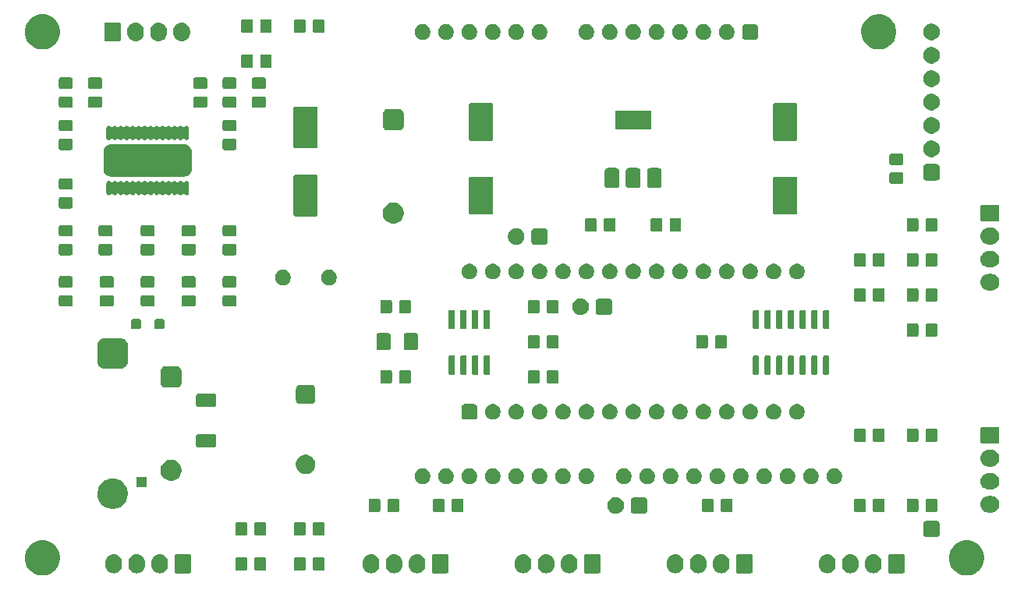
<source format=gbr>
G04 #@! TF.GenerationSoftware,KiCad,Pcbnew,5.1.5-52549c5~86~ubuntu18.04.1*
G04 #@! TF.CreationDate,2020-05-30T04:21:03+05:30*
G04 #@! TF.ProjectId,Resp2,52657370-322e-46b6-9963-61645f706362,rev?*
G04 #@! TF.SameCoordinates,Original*
G04 #@! TF.FileFunction,Soldermask,Top*
G04 #@! TF.FilePolarity,Negative*
%FSLAX46Y46*%
G04 Gerber Fmt 4.6, Leading zero omitted, Abs format (unit mm)*
G04 Created by KiCad (PCBNEW 5.1.5-52549c5~86~ubuntu18.04.1) date 2020-05-30 04:21:03*
%MOMM*%
%LPD*%
G04 APERTURE LIST*
%ADD10C,0.100000*%
G04 APERTURE END LIST*
D10*
G36*
X118664501Y-71197054D02*
G01*
X119010461Y-71340356D01*
X119321817Y-71548397D01*
X119586603Y-71813183D01*
X119794644Y-72124539D01*
X119794645Y-72124541D01*
X119937946Y-72470500D01*
X120011000Y-72837767D01*
X120011000Y-73212233D01*
X119981930Y-73358376D01*
X119937946Y-73579501D01*
X119794644Y-73925461D01*
X119586603Y-74236817D01*
X119321817Y-74501603D01*
X119010461Y-74709644D01*
X118664501Y-74852946D01*
X118480866Y-74889473D01*
X118297233Y-74926000D01*
X117922767Y-74926000D01*
X117739134Y-74889473D01*
X117555499Y-74852946D01*
X117209539Y-74709644D01*
X116898183Y-74501603D01*
X116633397Y-74236817D01*
X116425356Y-73925461D01*
X116282054Y-73579501D01*
X116238070Y-73358376D01*
X116209000Y-73212233D01*
X116209000Y-72837767D01*
X116282054Y-72470500D01*
X116425355Y-72124541D01*
X116425356Y-72124539D01*
X116633397Y-71813183D01*
X116898183Y-71548397D01*
X117209539Y-71340356D01*
X117555499Y-71197054D01*
X117922767Y-71124000D01*
X118297233Y-71124000D01*
X118664501Y-71197054D01*
G37*
G36*
X18334501Y-71197054D02*
G01*
X18680461Y-71340356D01*
X18991817Y-71548397D01*
X19256603Y-71813183D01*
X19464644Y-72124539D01*
X19464645Y-72124541D01*
X19607946Y-72470500D01*
X19681000Y-72837767D01*
X19681000Y-73212233D01*
X19651930Y-73358376D01*
X19607946Y-73579501D01*
X19464644Y-73925461D01*
X19256603Y-74236817D01*
X18991817Y-74501603D01*
X18680461Y-74709644D01*
X18334501Y-74852946D01*
X18150866Y-74889473D01*
X17967233Y-74926000D01*
X17592767Y-74926000D01*
X17409134Y-74889473D01*
X17225499Y-74852946D01*
X16879539Y-74709644D01*
X16568183Y-74501603D01*
X16303397Y-74236817D01*
X16095356Y-73925461D01*
X15952054Y-73579501D01*
X15908070Y-73358376D01*
X15879000Y-73212233D01*
X15879000Y-72837767D01*
X15952054Y-72470500D01*
X16095355Y-72124541D01*
X16095356Y-72124539D01*
X16303397Y-71813183D01*
X16568183Y-71548397D01*
X16879539Y-71340356D01*
X17225499Y-71197054D01*
X17592767Y-71124000D01*
X17967233Y-71124000D01*
X18334501Y-71197054D01*
G37*
G36*
X56136627Y-72647037D02*
G01*
X56306466Y-72698557D01*
X56462991Y-72782222D01*
X56498729Y-72811552D01*
X56600186Y-72894814D01*
X56660618Y-72968452D01*
X56712778Y-73032009D01*
X56796443Y-73188534D01*
X56847963Y-73358374D01*
X56861000Y-73490743D01*
X56861000Y-73829258D01*
X56847963Y-73961627D01*
X56796443Y-74131466D01*
X56712778Y-74287991D01*
X56685603Y-74321103D01*
X56600186Y-74425186D01*
X56462989Y-74537779D01*
X56306467Y-74621442D01*
X56306465Y-74621443D01*
X56136626Y-74672963D01*
X55960000Y-74690359D01*
X55783373Y-74672963D01*
X55613534Y-74621443D01*
X55457009Y-74537778D01*
X55412930Y-74501603D01*
X55319814Y-74425186D01*
X55207221Y-74287989D01*
X55123558Y-74131467D01*
X55123557Y-74131465D01*
X55072037Y-73961626D01*
X55059000Y-73829257D01*
X55059000Y-73490742D01*
X55072037Y-73358373D01*
X55123557Y-73188534D01*
X55207222Y-73032009D01*
X55319815Y-72894815D01*
X55457010Y-72782222D01*
X55613535Y-72698557D01*
X55783374Y-72647037D01*
X55960000Y-72629641D01*
X56136627Y-72647037D01*
G37*
G36*
X75146627Y-72647037D02*
G01*
X75316466Y-72698557D01*
X75472991Y-72782222D01*
X75508729Y-72811552D01*
X75610186Y-72894814D01*
X75670618Y-72968452D01*
X75722778Y-73032009D01*
X75806443Y-73188534D01*
X75857963Y-73358374D01*
X75871000Y-73490743D01*
X75871000Y-73829258D01*
X75857963Y-73961627D01*
X75806443Y-74131466D01*
X75722778Y-74287991D01*
X75695603Y-74321103D01*
X75610186Y-74425186D01*
X75472989Y-74537779D01*
X75316467Y-74621442D01*
X75316465Y-74621443D01*
X75146626Y-74672963D01*
X74970000Y-74690359D01*
X74793373Y-74672963D01*
X74623534Y-74621443D01*
X74467009Y-74537778D01*
X74422930Y-74501603D01*
X74329814Y-74425186D01*
X74217221Y-74287989D01*
X74133558Y-74131467D01*
X74133557Y-74131465D01*
X74082037Y-73961626D01*
X74069000Y-73829257D01*
X74069000Y-73490742D01*
X74082037Y-73358373D01*
X74133557Y-73188534D01*
X74217222Y-73032009D01*
X74329815Y-72894815D01*
X74467010Y-72782222D01*
X74623535Y-72698557D01*
X74793374Y-72647037D01*
X74970000Y-72629641D01*
X75146627Y-72647037D01*
G37*
G36*
X72646627Y-72647037D02*
G01*
X72816466Y-72698557D01*
X72972991Y-72782222D01*
X73008729Y-72811552D01*
X73110186Y-72894814D01*
X73170618Y-72968452D01*
X73222778Y-73032009D01*
X73306443Y-73188534D01*
X73357963Y-73358374D01*
X73371000Y-73490743D01*
X73371000Y-73829258D01*
X73357963Y-73961627D01*
X73306443Y-74131466D01*
X73222778Y-74287991D01*
X73195603Y-74321103D01*
X73110186Y-74425186D01*
X72972989Y-74537779D01*
X72816467Y-74621442D01*
X72816465Y-74621443D01*
X72646626Y-74672963D01*
X72470000Y-74690359D01*
X72293373Y-74672963D01*
X72123534Y-74621443D01*
X71967009Y-74537778D01*
X71922930Y-74501603D01*
X71829814Y-74425186D01*
X71717221Y-74287989D01*
X71633558Y-74131467D01*
X71633557Y-74131465D01*
X71582037Y-73961626D01*
X71569000Y-73829257D01*
X71569000Y-73490742D01*
X71582037Y-73358373D01*
X71633557Y-73188534D01*
X71717222Y-73032009D01*
X71829815Y-72894815D01*
X71967010Y-72782222D01*
X72123535Y-72698557D01*
X72293374Y-72647037D01*
X72470000Y-72629641D01*
X72646627Y-72647037D01*
G37*
G36*
X70146627Y-72647037D02*
G01*
X70316466Y-72698557D01*
X70472991Y-72782222D01*
X70508729Y-72811552D01*
X70610186Y-72894814D01*
X70670618Y-72968452D01*
X70722778Y-73032009D01*
X70806443Y-73188534D01*
X70857963Y-73358374D01*
X70871000Y-73490743D01*
X70871000Y-73829258D01*
X70857963Y-73961627D01*
X70806443Y-74131466D01*
X70722778Y-74287991D01*
X70695603Y-74321103D01*
X70610186Y-74425186D01*
X70472989Y-74537779D01*
X70316467Y-74621442D01*
X70316465Y-74621443D01*
X70146626Y-74672963D01*
X69970000Y-74690359D01*
X69793373Y-74672963D01*
X69623534Y-74621443D01*
X69467009Y-74537778D01*
X69422930Y-74501603D01*
X69329814Y-74425186D01*
X69217221Y-74287989D01*
X69133558Y-74131467D01*
X69133557Y-74131465D01*
X69082037Y-73961626D01*
X69069000Y-73829257D01*
X69069000Y-73490742D01*
X69082037Y-73358373D01*
X69133557Y-73188534D01*
X69217222Y-73032009D01*
X69329815Y-72894815D01*
X69467010Y-72782222D01*
X69623535Y-72698557D01*
X69793374Y-72647037D01*
X69970000Y-72629641D01*
X70146627Y-72647037D01*
G37*
G36*
X91656627Y-72647037D02*
G01*
X91826466Y-72698557D01*
X91982991Y-72782222D01*
X92018729Y-72811552D01*
X92120186Y-72894814D01*
X92180618Y-72968452D01*
X92232778Y-73032009D01*
X92316443Y-73188534D01*
X92367963Y-73358374D01*
X92381000Y-73490743D01*
X92381000Y-73829258D01*
X92367963Y-73961627D01*
X92316443Y-74131466D01*
X92232778Y-74287991D01*
X92205603Y-74321103D01*
X92120186Y-74425186D01*
X91982989Y-74537779D01*
X91826467Y-74621442D01*
X91826465Y-74621443D01*
X91656626Y-74672963D01*
X91480000Y-74690359D01*
X91303373Y-74672963D01*
X91133534Y-74621443D01*
X90977009Y-74537778D01*
X90932930Y-74501603D01*
X90839814Y-74425186D01*
X90727221Y-74287989D01*
X90643558Y-74131467D01*
X90643557Y-74131465D01*
X90592037Y-73961626D01*
X90579000Y-73829257D01*
X90579000Y-73490742D01*
X90592037Y-73358373D01*
X90643557Y-73188534D01*
X90727222Y-73032009D01*
X90839815Y-72894815D01*
X90977010Y-72782222D01*
X91133535Y-72698557D01*
X91303374Y-72647037D01*
X91480000Y-72629641D01*
X91656627Y-72647037D01*
G37*
G36*
X89156627Y-72647037D02*
G01*
X89326466Y-72698557D01*
X89482991Y-72782222D01*
X89518729Y-72811552D01*
X89620186Y-72894814D01*
X89680618Y-72968452D01*
X89732778Y-73032009D01*
X89816443Y-73188534D01*
X89867963Y-73358374D01*
X89881000Y-73490743D01*
X89881000Y-73829258D01*
X89867963Y-73961627D01*
X89816443Y-74131466D01*
X89732778Y-74287991D01*
X89705603Y-74321103D01*
X89620186Y-74425186D01*
X89482989Y-74537779D01*
X89326467Y-74621442D01*
X89326465Y-74621443D01*
X89156626Y-74672963D01*
X88980000Y-74690359D01*
X88803373Y-74672963D01*
X88633534Y-74621443D01*
X88477009Y-74537778D01*
X88432930Y-74501603D01*
X88339814Y-74425186D01*
X88227221Y-74287989D01*
X88143558Y-74131467D01*
X88143557Y-74131465D01*
X88092037Y-73961626D01*
X88079000Y-73829257D01*
X88079000Y-73490742D01*
X88092037Y-73358373D01*
X88143557Y-73188534D01*
X88227222Y-73032009D01*
X88339815Y-72894815D01*
X88477010Y-72782222D01*
X88633535Y-72698557D01*
X88803374Y-72647037D01*
X88980000Y-72629641D01*
X89156627Y-72647037D01*
G37*
G36*
X86656627Y-72647037D02*
G01*
X86826466Y-72698557D01*
X86982991Y-72782222D01*
X87018729Y-72811552D01*
X87120186Y-72894814D01*
X87180618Y-72968452D01*
X87232778Y-73032009D01*
X87316443Y-73188534D01*
X87367963Y-73358374D01*
X87381000Y-73490743D01*
X87381000Y-73829258D01*
X87367963Y-73961627D01*
X87316443Y-74131466D01*
X87232778Y-74287991D01*
X87205603Y-74321103D01*
X87120186Y-74425186D01*
X86982989Y-74537779D01*
X86826467Y-74621442D01*
X86826465Y-74621443D01*
X86656626Y-74672963D01*
X86480000Y-74690359D01*
X86303373Y-74672963D01*
X86133534Y-74621443D01*
X85977009Y-74537778D01*
X85932930Y-74501603D01*
X85839814Y-74425186D01*
X85727221Y-74287989D01*
X85643558Y-74131467D01*
X85643557Y-74131465D01*
X85592037Y-73961626D01*
X85579000Y-73829257D01*
X85579000Y-73490742D01*
X85592037Y-73358373D01*
X85643557Y-73188534D01*
X85727222Y-73032009D01*
X85839815Y-72894815D01*
X85977010Y-72782222D01*
X86133535Y-72698557D01*
X86303374Y-72647037D01*
X86480000Y-72629641D01*
X86656627Y-72647037D01*
G37*
G36*
X53636627Y-72647037D02*
G01*
X53806466Y-72698557D01*
X53962991Y-72782222D01*
X53998729Y-72811552D01*
X54100186Y-72894814D01*
X54160618Y-72968452D01*
X54212778Y-73032009D01*
X54296443Y-73188534D01*
X54347963Y-73358374D01*
X54361000Y-73490743D01*
X54361000Y-73829258D01*
X54347963Y-73961627D01*
X54296443Y-74131466D01*
X54212778Y-74287991D01*
X54185603Y-74321103D01*
X54100186Y-74425186D01*
X53962989Y-74537779D01*
X53806467Y-74621442D01*
X53806465Y-74621443D01*
X53636626Y-74672963D01*
X53460000Y-74690359D01*
X53283373Y-74672963D01*
X53113534Y-74621443D01*
X52957009Y-74537778D01*
X52912930Y-74501603D01*
X52819814Y-74425186D01*
X52707221Y-74287989D01*
X52623558Y-74131467D01*
X52623557Y-74131465D01*
X52572037Y-73961626D01*
X52559000Y-73829257D01*
X52559000Y-73490742D01*
X52572037Y-73358373D01*
X52623557Y-73188534D01*
X52707222Y-73032009D01*
X52819815Y-72894815D01*
X52957010Y-72782222D01*
X53113535Y-72698557D01*
X53283374Y-72647037D01*
X53460000Y-72629641D01*
X53636627Y-72647037D01*
G37*
G36*
X108166627Y-72647037D02*
G01*
X108336466Y-72698557D01*
X108492991Y-72782222D01*
X108528729Y-72811552D01*
X108630186Y-72894814D01*
X108690618Y-72968452D01*
X108742778Y-73032009D01*
X108826443Y-73188534D01*
X108877963Y-73358374D01*
X108891000Y-73490743D01*
X108891000Y-73829258D01*
X108877963Y-73961627D01*
X108826443Y-74131466D01*
X108742778Y-74287991D01*
X108715603Y-74321103D01*
X108630186Y-74425186D01*
X108492989Y-74537779D01*
X108336467Y-74621442D01*
X108336465Y-74621443D01*
X108166626Y-74672963D01*
X107990000Y-74690359D01*
X107813373Y-74672963D01*
X107643534Y-74621443D01*
X107487009Y-74537778D01*
X107442930Y-74501603D01*
X107349814Y-74425186D01*
X107237221Y-74287989D01*
X107153558Y-74131467D01*
X107153557Y-74131465D01*
X107102037Y-73961626D01*
X107089000Y-73829257D01*
X107089000Y-73490742D01*
X107102037Y-73358373D01*
X107153557Y-73188534D01*
X107237222Y-73032009D01*
X107349815Y-72894815D01*
X107487010Y-72782222D01*
X107643535Y-72698557D01*
X107813374Y-72647037D01*
X107990000Y-72629641D01*
X108166627Y-72647037D01*
G37*
G36*
X105666627Y-72647037D02*
G01*
X105836466Y-72698557D01*
X105992991Y-72782222D01*
X106028729Y-72811552D01*
X106130186Y-72894814D01*
X106190618Y-72968452D01*
X106242778Y-73032009D01*
X106326443Y-73188534D01*
X106377963Y-73358374D01*
X106391000Y-73490743D01*
X106391000Y-73829258D01*
X106377963Y-73961627D01*
X106326443Y-74131466D01*
X106242778Y-74287991D01*
X106215603Y-74321103D01*
X106130186Y-74425186D01*
X105992989Y-74537779D01*
X105836467Y-74621442D01*
X105836465Y-74621443D01*
X105666626Y-74672963D01*
X105490000Y-74690359D01*
X105313373Y-74672963D01*
X105143534Y-74621443D01*
X104987009Y-74537778D01*
X104942930Y-74501603D01*
X104849814Y-74425186D01*
X104737221Y-74287989D01*
X104653558Y-74131467D01*
X104653557Y-74131465D01*
X104602037Y-73961626D01*
X104589000Y-73829257D01*
X104589000Y-73490742D01*
X104602037Y-73358373D01*
X104653557Y-73188534D01*
X104737222Y-73032009D01*
X104849815Y-72894815D01*
X104987010Y-72782222D01*
X105143535Y-72698557D01*
X105313374Y-72647037D01*
X105490000Y-72629641D01*
X105666627Y-72647037D01*
G37*
G36*
X103166627Y-72647037D02*
G01*
X103336466Y-72698557D01*
X103492991Y-72782222D01*
X103528729Y-72811552D01*
X103630186Y-72894814D01*
X103690618Y-72968452D01*
X103742778Y-73032009D01*
X103826443Y-73188534D01*
X103877963Y-73358374D01*
X103891000Y-73490743D01*
X103891000Y-73829258D01*
X103877963Y-73961627D01*
X103826443Y-74131466D01*
X103742778Y-74287991D01*
X103715603Y-74321103D01*
X103630186Y-74425186D01*
X103492989Y-74537779D01*
X103336467Y-74621442D01*
X103336465Y-74621443D01*
X103166626Y-74672963D01*
X102990000Y-74690359D01*
X102813373Y-74672963D01*
X102643534Y-74621443D01*
X102487009Y-74537778D01*
X102442930Y-74501603D01*
X102349814Y-74425186D01*
X102237221Y-74287989D01*
X102153558Y-74131467D01*
X102153557Y-74131465D01*
X102102037Y-73961626D01*
X102089000Y-73829257D01*
X102089000Y-73490742D01*
X102102037Y-73358373D01*
X102153557Y-73188534D01*
X102237222Y-73032009D01*
X102349815Y-72894815D01*
X102487010Y-72782222D01*
X102643535Y-72698557D01*
X102813374Y-72647037D01*
X102990000Y-72629641D01*
X103166627Y-72647037D01*
G37*
G36*
X25696627Y-72647037D02*
G01*
X25866466Y-72698557D01*
X26022991Y-72782222D01*
X26058729Y-72811552D01*
X26160186Y-72894814D01*
X26220618Y-72968452D01*
X26272778Y-73032009D01*
X26356443Y-73188534D01*
X26407963Y-73358374D01*
X26421000Y-73490743D01*
X26421000Y-73829258D01*
X26407963Y-73961627D01*
X26356443Y-74131466D01*
X26272778Y-74287991D01*
X26245603Y-74321103D01*
X26160186Y-74425186D01*
X26022989Y-74537779D01*
X25866467Y-74621442D01*
X25866465Y-74621443D01*
X25696626Y-74672963D01*
X25520000Y-74690359D01*
X25343373Y-74672963D01*
X25173534Y-74621443D01*
X25017009Y-74537778D01*
X24972930Y-74501603D01*
X24879814Y-74425186D01*
X24767221Y-74287989D01*
X24683558Y-74131467D01*
X24683557Y-74131465D01*
X24632037Y-73961626D01*
X24619000Y-73829257D01*
X24619000Y-73490742D01*
X24632037Y-73358373D01*
X24683557Y-73188534D01*
X24767222Y-73032009D01*
X24879815Y-72894815D01*
X25017010Y-72782222D01*
X25173535Y-72698557D01*
X25343374Y-72647037D01*
X25520000Y-72629641D01*
X25696627Y-72647037D01*
G37*
G36*
X28196627Y-72647037D02*
G01*
X28366466Y-72698557D01*
X28522991Y-72782222D01*
X28558729Y-72811552D01*
X28660186Y-72894814D01*
X28720618Y-72968452D01*
X28772778Y-73032009D01*
X28856443Y-73188534D01*
X28907963Y-73358374D01*
X28921000Y-73490743D01*
X28921000Y-73829258D01*
X28907963Y-73961627D01*
X28856443Y-74131466D01*
X28772778Y-74287991D01*
X28745603Y-74321103D01*
X28660186Y-74425186D01*
X28522989Y-74537779D01*
X28366467Y-74621442D01*
X28366465Y-74621443D01*
X28196626Y-74672963D01*
X28020000Y-74690359D01*
X27843373Y-74672963D01*
X27673534Y-74621443D01*
X27517009Y-74537778D01*
X27472930Y-74501603D01*
X27379814Y-74425186D01*
X27267221Y-74287989D01*
X27183558Y-74131467D01*
X27183557Y-74131465D01*
X27132037Y-73961626D01*
X27119000Y-73829257D01*
X27119000Y-73490742D01*
X27132037Y-73358373D01*
X27183557Y-73188534D01*
X27267222Y-73032009D01*
X27379815Y-72894815D01*
X27517010Y-72782222D01*
X27673535Y-72698557D01*
X27843374Y-72647037D01*
X28020000Y-72629641D01*
X28196627Y-72647037D01*
G37*
G36*
X30696627Y-72647037D02*
G01*
X30866466Y-72698557D01*
X31022991Y-72782222D01*
X31058729Y-72811552D01*
X31160186Y-72894814D01*
X31220618Y-72968452D01*
X31272778Y-73032009D01*
X31356443Y-73188534D01*
X31407963Y-73358374D01*
X31421000Y-73490743D01*
X31421000Y-73829258D01*
X31407963Y-73961627D01*
X31356443Y-74131466D01*
X31272778Y-74287991D01*
X31245603Y-74321103D01*
X31160186Y-74425186D01*
X31022989Y-74537779D01*
X30866467Y-74621442D01*
X30866465Y-74621443D01*
X30696626Y-74672963D01*
X30520000Y-74690359D01*
X30343373Y-74672963D01*
X30173534Y-74621443D01*
X30017009Y-74537778D01*
X29972930Y-74501603D01*
X29879814Y-74425186D01*
X29767221Y-74287989D01*
X29683558Y-74131467D01*
X29683557Y-74131465D01*
X29632037Y-73961626D01*
X29619000Y-73829257D01*
X29619000Y-73490742D01*
X29632037Y-73358373D01*
X29683557Y-73188534D01*
X29767222Y-73032009D01*
X29879815Y-72894815D01*
X30017010Y-72782222D01*
X30173535Y-72698557D01*
X30343374Y-72647037D01*
X30520000Y-72629641D01*
X30696627Y-72647037D01*
G37*
G36*
X58636627Y-72647037D02*
G01*
X58806466Y-72698557D01*
X58962991Y-72782222D01*
X58998729Y-72811552D01*
X59100186Y-72894814D01*
X59160618Y-72968452D01*
X59212778Y-73032009D01*
X59296443Y-73188534D01*
X59347963Y-73358374D01*
X59361000Y-73490743D01*
X59361000Y-73829258D01*
X59347963Y-73961627D01*
X59296443Y-74131466D01*
X59212778Y-74287991D01*
X59185603Y-74321103D01*
X59100186Y-74425186D01*
X58962989Y-74537779D01*
X58806467Y-74621442D01*
X58806465Y-74621443D01*
X58636626Y-74672963D01*
X58460000Y-74690359D01*
X58283373Y-74672963D01*
X58113534Y-74621443D01*
X57957009Y-74537778D01*
X57912930Y-74501603D01*
X57819814Y-74425186D01*
X57707221Y-74287989D01*
X57623558Y-74131467D01*
X57623557Y-74131465D01*
X57572037Y-73961626D01*
X57559000Y-73829257D01*
X57559000Y-73490742D01*
X57572037Y-73358373D01*
X57623557Y-73188534D01*
X57707222Y-73032009D01*
X57819815Y-72894815D01*
X57957010Y-72782222D01*
X58113535Y-72698557D01*
X58283374Y-72647037D01*
X58460000Y-72629641D01*
X58636627Y-72647037D01*
G37*
G36*
X78228600Y-72637989D02*
G01*
X78261652Y-72648015D01*
X78292103Y-72664292D01*
X78318799Y-72686201D01*
X78340708Y-72712897D01*
X78356985Y-72743348D01*
X78367011Y-72776400D01*
X78371000Y-72816903D01*
X78371000Y-74503097D01*
X78367011Y-74543600D01*
X78356985Y-74576652D01*
X78340708Y-74607103D01*
X78318799Y-74633799D01*
X78292103Y-74655708D01*
X78261652Y-74671985D01*
X78228600Y-74682011D01*
X78188097Y-74686000D01*
X76751903Y-74686000D01*
X76711400Y-74682011D01*
X76678348Y-74671985D01*
X76647897Y-74655708D01*
X76621201Y-74633799D01*
X76599292Y-74607103D01*
X76583015Y-74576652D01*
X76572989Y-74543600D01*
X76569000Y-74503097D01*
X76569000Y-72816903D01*
X76572989Y-72776400D01*
X76583015Y-72743348D01*
X76599292Y-72712897D01*
X76621201Y-72686201D01*
X76647897Y-72664292D01*
X76678348Y-72648015D01*
X76711400Y-72637989D01*
X76751903Y-72634000D01*
X78188097Y-72634000D01*
X78228600Y-72637989D01*
G37*
G36*
X33778600Y-72637989D02*
G01*
X33811652Y-72648015D01*
X33842103Y-72664292D01*
X33868799Y-72686201D01*
X33890708Y-72712897D01*
X33906985Y-72743348D01*
X33917011Y-72776400D01*
X33921000Y-72816903D01*
X33921000Y-74503097D01*
X33917011Y-74543600D01*
X33906985Y-74576652D01*
X33890708Y-74607103D01*
X33868799Y-74633799D01*
X33842103Y-74655708D01*
X33811652Y-74671985D01*
X33778600Y-74682011D01*
X33738097Y-74686000D01*
X32301903Y-74686000D01*
X32261400Y-74682011D01*
X32228348Y-74671985D01*
X32197897Y-74655708D01*
X32171201Y-74633799D01*
X32149292Y-74607103D01*
X32133015Y-74576652D01*
X32122989Y-74543600D01*
X32119000Y-74503097D01*
X32119000Y-72816903D01*
X32122989Y-72776400D01*
X32133015Y-72743348D01*
X32149292Y-72712897D01*
X32171201Y-72686201D01*
X32197897Y-72664292D01*
X32228348Y-72648015D01*
X32261400Y-72637989D01*
X32301903Y-72634000D01*
X33738097Y-72634000D01*
X33778600Y-72637989D01*
G37*
G36*
X111248600Y-72637989D02*
G01*
X111281652Y-72648015D01*
X111312103Y-72664292D01*
X111338799Y-72686201D01*
X111360708Y-72712897D01*
X111376985Y-72743348D01*
X111387011Y-72776400D01*
X111391000Y-72816903D01*
X111391000Y-74503097D01*
X111387011Y-74543600D01*
X111376985Y-74576652D01*
X111360708Y-74607103D01*
X111338799Y-74633799D01*
X111312103Y-74655708D01*
X111281652Y-74671985D01*
X111248600Y-74682011D01*
X111208097Y-74686000D01*
X109771903Y-74686000D01*
X109731400Y-74682011D01*
X109698348Y-74671985D01*
X109667897Y-74655708D01*
X109641201Y-74633799D01*
X109619292Y-74607103D01*
X109603015Y-74576652D01*
X109592989Y-74543600D01*
X109589000Y-74503097D01*
X109589000Y-72816903D01*
X109592989Y-72776400D01*
X109603015Y-72743348D01*
X109619292Y-72712897D01*
X109641201Y-72686201D01*
X109667897Y-72664292D01*
X109698348Y-72648015D01*
X109731400Y-72637989D01*
X109771903Y-72634000D01*
X111208097Y-72634000D01*
X111248600Y-72637989D01*
G37*
G36*
X61718600Y-72637989D02*
G01*
X61751652Y-72648015D01*
X61782103Y-72664292D01*
X61808799Y-72686201D01*
X61830708Y-72712897D01*
X61846985Y-72743348D01*
X61857011Y-72776400D01*
X61861000Y-72816903D01*
X61861000Y-74503097D01*
X61857011Y-74543600D01*
X61846985Y-74576652D01*
X61830708Y-74607103D01*
X61808799Y-74633799D01*
X61782103Y-74655708D01*
X61751652Y-74671985D01*
X61718600Y-74682011D01*
X61678097Y-74686000D01*
X60241903Y-74686000D01*
X60201400Y-74682011D01*
X60168348Y-74671985D01*
X60137897Y-74655708D01*
X60111201Y-74633799D01*
X60089292Y-74607103D01*
X60073015Y-74576652D01*
X60062989Y-74543600D01*
X60059000Y-74503097D01*
X60059000Y-72816903D01*
X60062989Y-72776400D01*
X60073015Y-72743348D01*
X60089292Y-72712897D01*
X60111201Y-72686201D01*
X60137897Y-72664292D01*
X60168348Y-72648015D01*
X60201400Y-72637989D01*
X60241903Y-72634000D01*
X61678097Y-72634000D01*
X61718600Y-72637989D01*
G37*
G36*
X94738600Y-72637989D02*
G01*
X94771652Y-72648015D01*
X94802103Y-72664292D01*
X94828799Y-72686201D01*
X94850708Y-72712897D01*
X94866985Y-72743348D01*
X94877011Y-72776400D01*
X94881000Y-72816903D01*
X94881000Y-74503097D01*
X94877011Y-74543600D01*
X94866985Y-74576652D01*
X94850708Y-74607103D01*
X94828799Y-74633799D01*
X94802103Y-74655708D01*
X94771652Y-74671985D01*
X94738600Y-74682011D01*
X94698097Y-74686000D01*
X93261903Y-74686000D01*
X93221400Y-74682011D01*
X93188348Y-74671985D01*
X93157897Y-74655708D01*
X93131201Y-74633799D01*
X93109292Y-74607103D01*
X93093015Y-74576652D01*
X93082989Y-74543600D01*
X93079000Y-74503097D01*
X93079000Y-72816903D01*
X93082989Y-72776400D01*
X93093015Y-72743348D01*
X93109292Y-72712897D01*
X93131201Y-72686201D01*
X93157897Y-72664292D01*
X93188348Y-72648015D01*
X93221400Y-72637989D01*
X93261903Y-72634000D01*
X94698097Y-72634000D01*
X94738600Y-72637989D01*
G37*
G36*
X39833674Y-72913465D02*
G01*
X39871367Y-72924899D01*
X39906103Y-72943466D01*
X39936548Y-72968452D01*
X39961534Y-72998897D01*
X39980101Y-73033633D01*
X39991535Y-73071326D01*
X39996000Y-73116661D01*
X39996000Y-74203339D01*
X39991535Y-74248674D01*
X39980101Y-74286367D01*
X39961534Y-74321103D01*
X39936548Y-74351548D01*
X39906103Y-74376534D01*
X39871367Y-74395101D01*
X39833674Y-74406535D01*
X39788339Y-74411000D01*
X38951661Y-74411000D01*
X38906326Y-74406535D01*
X38868633Y-74395101D01*
X38833897Y-74376534D01*
X38803452Y-74351548D01*
X38778466Y-74321103D01*
X38759899Y-74286367D01*
X38748465Y-74248674D01*
X38744000Y-74203339D01*
X38744000Y-73116661D01*
X38748465Y-73071326D01*
X38759899Y-73033633D01*
X38778466Y-72998897D01*
X38803452Y-72968452D01*
X38833897Y-72943466D01*
X38868633Y-72924899D01*
X38906326Y-72913465D01*
X38951661Y-72909000D01*
X39788339Y-72909000D01*
X39833674Y-72913465D01*
G37*
G36*
X41883674Y-72913465D02*
G01*
X41921367Y-72924899D01*
X41956103Y-72943466D01*
X41986548Y-72968452D01*
X42011534Y-72998897D01*
X42030101Y-73033633D01*
X42041535Y-73071326D01*
X42046000Y-73116661D01*
X42046000Y-74203339D01*
X42041535Y-74248674D01*
X42030101Y-74286367D01*
X42011534Y-74321103D01*
X41986548Y-74351548D01*
X41956103Y-74376534D01*
X41921367Y-74395101D01*
X41883674Y-74406535D01*
X41838339Y-74411000D01*
X41001661Y-74411000D01*
X40956326Y-74406535D01*
X40918633Y-74395101D01*
X40883897Y-74376534D01*
X40853452Y-74351548D01*
X40828466Y-74321103D01*
X40809899Y-74286367D01*
X40798465Y-74248674D01*
X40794000Y-74203339D01*
X40794000Y-73116661D01*
X40798465Y-73071326D01*
X40809899Y-73033633D01*
X40828466Y-72998897D01*
X40853452Y-72968452D01*
X40883897Y-72943466D01*
X40918633Y-72924899D01*
X40956326Y-72913465D01*
X41001661Y-72909000D01*
X41838339Y-72909000D01*
X41883674Y-72913465D01*
G37*
G36*
X48233674Y-72913465D02*
G01*
X48271367Y-72924899D01*
X48306103Y-72943466D01*
X48336548Y-72968452D01*
X48361534Y-72998897D01*
X48380101Y-73033633D01*
X48391535Y-73071326D01*
X48396000Y-73116661D01*
X48396000Y-74203339D01*
X48391535Y-74248674D01*
X48380101Y-74286367D01*
X48361534Y-74321103D01*
X48336548Y-74351548D01*
X48306103Y-74376534D01*
X48271367Y-74395101D01*
X48233674Y-74406535D01*
X48188339Y-74411000D01*
X47351661Y-74411000D01*
X47306326Y-74406535D01*
X47268633Y-74395101D01*
X47233897Y-74376534D01*
X47203452Y-74351548D01*
X47178466Y-74321103D01*
X47159899Y-74286367D01*
X47148465Y-74248674D01*
X47144000Y-74203339D01*
X47144000Y-73116661D01*
X47148465Y-73071326D01*
X47159899Y-73033633D01*
X47178466Y-72998897D01*
X47203452Y-72968452D01*
X47233897Y-72943466D01*
X47268633Y-72924899D01*
X47306326Y-72913465D01*
X47351661Y-72909000D01*
X48188339Y-72909000D01*
X48233674Y-72913465D01*
G37*
G36*
X46183674Y-72913465D02*
G01*
X46221367Y-72924899D01*
X46256103Y-72943466D01*
X46286548Y-72968452D01*
X46311534Y-72998897D01*
X46330101Y-73033633D01*
X46341535Y-73071326D01*
X46346000Y-73116661D01*
X46346000Y-74203339D01*
X46341535Y-74248674D01*
X46330101Y-74286367D01*
X46311534Y-74321103D01*
X46286548Y-74351548D01*
X46256103Y-74376534D01*
X46221367Y-74395101D01*
X46183674Y-74406535D01*
X46138339Y-74411000D01*
X45301661Y-74411000D01*
X45256326Y-74406535D01*
X45218633Y-74395101D01*
X45183897Y-74376534D01*
X45153452Y-74351548D01*
X45128466Y-74321103D01*
X45109899Y-74286367D01*
X45098465Y-74248674D01*
X45094000Y-74203339D01*
X45094000Y-73116661D01*
X45098465Y-73071326D01*
X45109899Y-73033633D01*
X45128466Y-72998897D01*
X45153452Y-72968452D01*
X45183897Y-72943466D01*
X45218633Y-72924899D01*
X45256326Y-72913465D01*
X45301661Y-72909000D01*
X46138339Y-72909000D01*
X46183674Y-72913465D01*
G37*
G36*
X114888578Y-68957048D02*
G01*
X114961249Y-68979093D01*
X115028225Y-69014892D01*
X115086930Y-69063070D01*
X115135108Y-69121775D01*
X115170907Y-69188751D01*
X115192952Y-69261422D01*
X115201000Y-69343140D01*
X115201000Y-70356860D01*
X115192952Y-70438578D01*
X115170907Y-70511249D01*
X115135108Y-70578225D01*
X115086930Y-70636930D01*
X115028225Y-70685108D01*
X114961249Y-70720907D01*
X114888578Y-70742952D01*
X114806860Y-70751000D01*
X113793140Y-70751000D01*
X113711422Y-70742952D01*
X113638751Y-70720907D01*
X113571775Y-70685108D01*
X113513070Y-70636930D01*
X113464892Y-70578225D01*
X113429093Y-70511249D01*
X113407048Y-70438578D01*
X113399000Y-70356860D01*
X113399000Y-69343140D01*
X113407048Y-69261422D01*
X113429093Y-69188751D01*
X113464892Y-69121775D01*
X113513070Y-69063070D01*
X113571775Y-69014892D01*
X113638751Y-68979093D01*
X113711422Y-68957048D01*
X113793140Y-68949000D01*
X114806860Y-68949000D01*
X114888578Y-68957048D01*
G37*
G36*
X41883674Y-69103465D02*
G01*
X41921367Y-69114899D01*
X41956103Y-69133466D01*
X41986548Y-69158452D01*
X42011534Y-69188897D01*
X42030101Y-69223633D01*
X42041535Y-69261326D01*
X42046000Y-69306661D01*
X42046000Y-70393339D01*
X42041535Y-70438674D01*
X42030101Y-70476367D01*
X42011534Y-70511103D01*
X41986548Y-70541548D01*
X41956103Y-70566534D01*
X41921367Y-70585101D01*
X41883674Y-70596535D01*
X41838339Y-70601000D01*
X41001661Y-70601000D01*
X40956326Y-70596535D01*
X40918633Y-70585101D01*
X40883897Y-70566534D01*
X40853452Y-70541548D01*
X40828466Y-70511103D01*
X40809899Y-70476367D01*
X40798465Y-70438674D01*
X40794000Y-70393339D01*
X40794000Y-69306661D01*
X40798465Y-69261326D01*
X40809899Y-69223633D01*
X40828466Y-69188897D01*
X40853452Y-69158452D01*
X40883897Y-69133466D01*
X40918633Y-69114899D01*
X40956326Y-69103465D01*
X41001661Y-69099000D01*
X41838339Y-69099000D01*
X41883674Y-69103465D01*
G37*
G36*
X39833674Y-69103465D02*
G01*
X39871367Y-69114899D01*
X39906103Y-69133466D01*
X39936548Y-69158452D01*
X39961534Y-69188897D01*
X39980101Y-69223633D01*
X39991535Y-69261326D01*
X39996000Y-69306661D01*
X39996000Y-70393339D01*
X39991535Y-70438674D01*
X39980101Y-70476367D01*
X39961534Y-70511103D01*
X39936548Y-70541548D01*
X39906103Y-70566534D01*
X39871367Y-70585101D01*
X39833674Y-70596535D01*
X39788339Y-70601000D01*
X38951661Y-70601000D01*
X38906326Y-70596535D01*
X38868633Y-70585101D01*
X38833897Y-70566534D01*
X38803452Y-70541548D01*
X38778466Y-70511103D01*
X38759899Y-70476367D01*
X38748465Y-70438674D01*
X38744000Y-70393339D01*
X38744000Y-69306661D01*
X38748465Y-69261326D01*
X38759899Y-69223633D01*
X38778466Y-69188897D01*
X38803452Y-69158452D01*
X38833897Y-69133466D01*
X38868633Y-69114899D01*
X38906326Y-69103465D01*
X38951661Y-69099000D01*
X39788339Y-69099000D01*
X39833674Y-69103465D01*
G37*
G36*
X48233674Y-69103465D02*
G01*
X48271367Y-69114899D01*
X48306103Y-69133466D01*
X48336548Y-69158452D01*
X48361534Y-69188897D01*
X48380101Y-69223633D01*
X48391535Y-69261326D01*
X48396000Y-69306661D01*
X48396000Y-70393339D01*
X48391535Y-70438674D01*
X48380101Y-70476367D01*
X48361534Y-70511103D01*
X48336548Y-70541548D01*
X48306103Y-70566534D01*
X48271367Y-70585101D01*
X48233674Y-70596535D01*
X48188339Y-70601000D01*
X47351661Y-70601000D01*
X47306326Y-70596535D01*
X47268633Y-70585101D01*
X47233897Y-70566534D01*
X47203452Y-70541548D01*
X47178466Y-70511103D01*
X47159899Y-70476367D01*
X47148465Y-70438674D01*
X47144000Y-70393339D01*
X47144000Y-69306661D01*
X47148465Y-69261326D01*
X47159899Y-69223633D01*
X47178466Y-69188897D01*
X47203452Y-69158452D01*
X47233897Y-69133466D01*
X47268633Y-69114899D01*
X47306326Y-69103465D01*
X47351661Y-69099000D01*
X48188339Y-69099000D01*
X48233674Y-69103465D01*
G37*
G36*
X46183674Y-69103465D02*
G01*
X46221367Y-69114899D01*
X46256103Y-69133466D01*
X46286548Y-69158452D01*
X46311534Y-69188897D01*
X46330101Y-69223633D01*
X46341535Y-69261326D01*
X46346000Y-69306661D01*
X46346000Y-70393339D01*
X46341535Y-70438674D01*
X46330101Y-70476367D01*
X46311534Y-70511103D01*
X46286548Y-70541548D01*
X46256103Y-70566534D01*
X46221367Y-70585101D01*
X46183674Y-70596535D01*
X46138339Y-70601000D01*
X45301661Y-70601000D01*
X45256326Y-70596535D01*
X45218633Y-70585101D01*
X45183897Y-70566534D01*
X45153452Y-70541548D01*
X45128466Y-70511103D01*
X45109899Y-70476367D01*
X45098465Y-70438674D01*
X45094000Y-70393339D01*
X45094000Y-69306661D01*
X45098465Y-69261326D01*
X45109899Y-69223633D01*
X45128466Y-69188897D01*
X45153452Y-69158452D01*
X45183897Y-69133466D01*
X45218633Y-69114899D01*
X45256326Y-69103465D01*
X45301661Y-69099000D01*
X46138339Y-69099000D01*
X46183674Y-69103465D01*
G37*
G36*
X83138578Y-66417048D02*
G01*
X83211249Y-66439093D01*
X83278225Y-66474892D01*
X83336930Y-66523070D01*
X83385108Y-66581775D01*
X83420907Y-66648751D01*
X83442952Y-66721422D01*
X83451000Y-66803140D01*
X83451000Y-67816860D01*
X83442952Y-67898578D01*
X83420907Y-67971249D01*
X83385108Y-68038225D01*
X83336930Y-68096930D01*
X83278225Y-68145108D01*
X83211249Y-68180907D01*
X83138578Y-68202952D01*
X83056860Y-68211000D01*
X82043140Y-68211000D01*
X81961422Y-68202952D01*
X81888751Y-68180907D01*
X81821775Y-68145108D01*
X81763070Y-68096930D01*
X81714892Y-68038225D01*
X81679093Y-67971249D01*
X81657048Y-67898578D01*
X81649000Y-67816860D01*
X81649000Y-66803140D01*
X81657048Y-66721422D01*
X81679093Y-66648751D01*
X81714892Y-66581775D01*
X81763070Y-66523070D01*
X81821775Y-66474892D01*
X81888751Y-66439093D01*
X81961422Y-66417048D01*
X82043140Y-66409000D01*
X83056860Y-66409000D01*
X83138578Y-66417048D01*
G37*
G36*
X80123512Y-66413927D02*
G01*
X80272812Y-66443624D01*
X80436784Y-66511544D01*
X80584354Y-66610147D01*
X80709853Y-66735646D01*
X80808456Y-66883216D01*
X80876376Y-67047188D01*
X80911000Y-67221259D01*
X80911000Y-67398741D01*
X80876376Y-67572812D01*
X80808456Y-67736784D01*
X80709853Y-67884354D01*
X80584354Y-68009853D01*
X80436784Y-68108456D01*
X80272812Y-68176376D01*
X80123512Y-68206073D01*
X80098742Y-68211000D01*
X79921258Y-68211000D01*
X79896488Y-68206073D01*
X79747188Y-68176376D01*
X79583216Y-68108456D01*
X79435646Y-68009853D01*
X79310147Y-67884354D01*
X79211544Y-67736784D01*
X79143624Y-67572812D01*
X79109000Y-67398741D01*
X79109000Y-67221259D01*
X79143624Y-67047188D01*
X79211544Y-66883216D01*
X79310147Y-66735646D01*
X79435646Y-66610147D01*
X79583216Y-66511544D01*
X79747188Y-66443624D01*
X79896488Y-66413927D01*
X79921258Y-66409000D01*
X80098742Y-66409000D01*
X80123512Y-66413927D01*
G37*
G36*
X120885443Y-66295519D02*
G01*
X120951627Y-66302037D01*
X121121466Y-66353557D01*
X121277991Y-66437222D01*
X121313729Y-66466552D01*
X121415186Y-66549814D01*
X121496380Y-66648751D01*
X121527778Y-66687009D01*
X121611443Y-66843534D01*
X121662963Y-67013373D01*
X121680359Y-67190000D01*
X121662963Y-67366627D01*
X121611443Y-67536466D01*
X121527778Y-67692991D01*
X121498448Y-67728729D01*
X121415186Y-67830186D01*
X121331732Y-67898674D01*
X121277991Y-67942778D01*
X121277989Y-67942779D01*
X121152504Y-68009853D01*
X121121466Y-68026443D01*
X120951627Y-68077963D01*
X120885443Y-68084481D01*
X120819260Y-68091000D01*
X120480740Y-68091000D01*
X120414557Y-68084481D01*
X120348373Y-68077963D01*
X120178534Y-68026443D01*
X120147497Y-68009853D01*
X120022011Y-67942779D01*
X120022009Y-67942778D01*
X119968268Y-67898674D01*
X119884814Y-67830186D01*
X119801552Y-67728729D01*
X119772222Y-67692991D01*
X119688557Y-67536466D01*
X119637037Y-67366627D01*
X119619641Y-67190000D01*
X119637037Y-67013373D01*
X119688557Y-66843534D01*
X119772222Y-66687009D01*
X119803620Y-66648751D01*
X119884814Y-66549814D01*
X119986271Y-66466552D01*
X120022009Y-66437222D01*
X120178534Y-66353557D01*
X120348373Y-66302037D01*
X120414557Y-66295519D01*
X120480740Y-66289000D01*
X120819260Y-66289000D01*
X120885443Y-66295519D01*
G37*
G36*
X90488674Y-66563465D02*
G01*
X90526367Y-66574899D01*
X90561103Y-66593466D01*
X90591548Y-66618452D01*
X90616534Y-66648897D01*
X90635101Y-66683633D01*
X90646535Y-66721326D01*
X90651000Y-66766661D01*
X90651000Y-67853339D01*
X90646535Y-67898674D01*
X90635101Y-67936367D01*
X90616534Y-67971103D01*
X90591548Y-68001548D01*
X90561103Y-68026534D01*
X90526367Y-68045101D01*
X90488674Y-68056535D01*
X90443339Y-68061000D01*
X89606661Y-68061000D01*
X89561326Y-68056535D01*
X89523633Y-68045101D01*
X89488897Y-68026534D01*
X89458452Y-68001548D01*
X89433466Y-67971103D01*
X89414899Y-67936367D01*
X89403465Y-67898674D01*
X89399000Y-67853339D01*
X89399000Y-66766661D01*
X89403465Y-66721326D01*
X89414899Y-66683633D01*
X89433466Y-66648897D01*
X89458452Y-66618452D01*
X89488897Y-66593466D01*
X89523633Y-66574899D01*
X89561326Y-66563465D01*
X89606661Y-66559000D01*
X90443339Y-66559000D01*
X90488674Y-66563465D01*
G37*
G36*
X109048674Y-66563465D02*
G01*
X109086367Y-66574899D01*
X109121103Y-66593466D01*
X109151548Y-66618452D01*
X109176534Y-66648897D01*
X109195101Y-66683633D01*
X109206535Y-66721326D01*
X109211000Y-66766661D01*
X109211000Y-67853339D01*
X109206535Y-67898674D01*
X109195101Y-67936367D01*
X109176534Y-67971103D01*
X109151548Y-68001548D01*
X109121103Y-68026534D01*
X109086367Y-68045101D01*
X109048674Y-68056535D01*
X109003339Y-68061000D01*
X108166661Y-68061000D01*
X108121326Y-68056535D01*
X108083633Y-68045101D01*
X108048897Y-68026534D01*
X108018452Y-68001548D01*
X107993466Y-67971103D01*
X107974899Y-67936367D01*
X107963465Y-67898674D01*
X107959000Y-67853339D01*
X107959000Y-66766661D01*
X107963465Y-66721326D01*
X107974899Y-66683633D01*
X107993466Y-66648897D01*
X108018452Y-66618452D01*
X108048897Y-66593466D01*
X108083633Y-66574899D01*
X108121326Y-66563465D01*
X108166661Y-66559000D01*
X109003339Y-66559000D01*
X109048674Y-66563465D01*
G37*
G36*
X92538674Y-66563465D02*
G01*
X92576367Y-66574899D01*
X92611103Y-66593466D01*
X92641548Y-66618452D01*
X92666534Y-66648897D01*
X92685101Y-66683633D01*
X92696535Y-66721326D01*
X92701000Y-66766661D01*
X92701000Y-67853339D01*
X92696535Y-67898674D01*
X92685101Y-67936367D01*
X92666534Y-67971103D01*
X92641548Y-68001548D01*
X92611103Y-68026534D01*
X92576367Y-68045101D01*
X92538674Y-68056535D01*
X92493339Y-68061000D01*
X91656661Y-68061000D01*
X91611326Y-68056535D01*
X91573633Y-68045101D01*
X91538897Y-68026534D01*
X91508452Y-68001548D01*
X91483466Y-67971103D01*
X91464899Y-67936367D01*
X91453465Y-67898674D01*
X91449000Y-67853339D01*
X91449000Y-66766661D01*
X91453465Y-66721326D01*
X91464899Y-66683633D01*
X91483466Y-66648897D01*
X91508452Y-66618452D01*
X91538897Y-66593466D01*
X91573633Y-66574899D01*
X91611326Y-66563465D01*
X91656661Y-66559000D01*
X92493339Y-66559000D01*
X92538674Y-66563465D01*
G37*
G36*
X106998674Y-66563465D02*
G01*
X107036367Y-66574899D01*
X107071103Y-66593466D01*
X107101548Y-66618452D01*
X107126534Y-66648897D01*
X107145101Y-66683633D01*
X107156535Y-66721326D01*
X107161000Y-66766661D01*
X107161000Y-67853339D01*
X107156535Y-67898674D01*
X107145101Y-67936367D01*
X107126534Y-67971103D01*
X107101548Y-68001548D01*
X107071103Y-68026534D01*
X107036367Y-68045101D01*
X106998674Y-68056535D01*
X106953339Y-68061000D01*
X106116661Y-68061000D01*
X106071326Y-68056535D01*
X106033633Y-68045101D01*
X105998897Y-68026534D01*
X105968452Y-68001548D01*
X105943466Y-67971103D01*
X105924899Y-67936367D01*
X105913465Y-67898674D01*
X105909000Y-67853339D01*
X105909000Y-66766661D01*
X105913465Y-66721326D01*
X105924899Y-66683633D01*
X105943466Y-66648897D01*
X105968452Y-66618452D01*
X105998897Y-66593466D01*
X106033633Y-66574899D01*
X106071326Y-66563465D01*
X106116661Y-66559000D01*
X106953339Y-66559000D01*
X106998674Y-66563465D01*
G37*
G36*
X112713674Y-66563465D02*
G01*
X112751367Y-66574899D01*
X112786103Y-66593466D01*
X112816548Y-66618452D01*
X112841534Y-66648897D01*
X112860101Y-66683633D01*
X112871535Y-66721326D01*
X112876000Y-66766661D01*
X112876000Y-67853339D01*
X112871535Y-67898674D01*
X112860101Y-67936367D01*
X112841534Y-67971103D01*
X112816548Y-68001548D01*
X112786103Y-68026534D01*
X112751367Y-68045101D01*
X112713674Y-68056535D01*
X112668339Y-68061000D01*
X111831661Y-68061000D01*
X111786326Y-68056535D01*
X111748633Y-68045101D01*
X111713897Y-68026534D01*
X111683452Y-68001548D01*
X111658466Y-67971103D01*
X111639899Y-67936367D01*
X111628465Y-67898674D01*
X111624000Y-67853339D01*
X111624000Y-66766661D01*
X111628465Y-66721326D01*
X111639899Y-66683633D01*
X111658466Y-66648897D01*
X111683452Y-66618452D01*
X111713897Y-66593466D01*
X111748633Y-66574899D01*
X111786326Y-66563465D01*
X111831661Y-66559000D01*
X112668339Y-66559000D01*
X112713674Y-66563465D01*
G37*
G36*
X61278674Y-66563465D02*
G01*
X61316367Y-66574899D01*
X61351103Y-66593466D01*
X61381548Y-66618452D01*
X61406534Y-66648897D01*
X61425101Y-66683633D01*
X61436535Y-66721326D01*
X61441000Y-66766661D01*
X61441000Y-67853339D01*
X61436535Y-67898674D01*
X61425101Y-67936367D01*
X61406534Y-67971103D01*
X61381548Y-68001548D01*
X61351103Y-68026534D01*
X61316367Y-68045101D01*
X61278674Y-68056535D01*
X61233339Y-68061000D01*
X60396661Y-68061000D01*
X60351326Y-68056535D01*
X60313633Y-68045101D01*
X60278897Y-68026534D01*
X60248452Y-68001548D01*
X60223466Y-67971103D01*
X60204899Y-67936367D01*
X60193465Y-67898674D01*
X60189000Y-67853339D01*
X60189000Y-66766661D01*
X60193465Y-66721326D01*
X60204899Y-66683633D01*
X60223466Y-66648897D01*
X60248452Y-66618452D01*
X60278897Y-66593466D01*
X60313633Y-66574899D01*
X60351326Y-66563465D01*
X60396661Y-66559000D01*
X61233339Y-66559000D01*
X61278674Y-66563465D01*
G37*
G36*
X56343674Y-66563465D02*
G01*
X56381367Y-66574899D01*
X56416103Y-66593466D01*
X56446548Y-66618452D01*
X56471534Y-66648897D01*
X56490101Y-66683633D01*
X56501535Y-66721326D01*
X56506000Y-66766661D01*
X56506000Y-67853339D01*
X56501535Y-67898674D01*
X56490101Y-67936367D01*
X56471534Y-67971103D01*
X56446548Y-68001548D01*
X56416103Y-68026534D01*
X56381367Y-68045101D01*
X56343674Y-68056535D01*
X56298339Y-68061000D01*
X55461661Y-68061000D01*
X55416326Y-68056535D01*
X55378633Y-68045101D01*
X55343897Y-68026534D01*
X55313452Y-68001548D01*
X55288466Y-67971103D01*
X55269899Y-67936367D01*
X55258465Y-67898674D01*
X55254000Y-67853339D01*
X55254000Y-66766661D01*
X55258465Y-66721326D01*
X55269899Y-66683633D01*
X55288466Y-66648897D01*
X55313452Y-66618452D01*
X55343897Y-66593466D01*
X55378633Y-66574899D01*
X55416326Y-66563465D01*
X55461661Y-66559000D01*
X56298339Y-66559000D01*
X56343674Y-66563465D01*
G37*
G36*
X63328674Y-66563465D02*
G01*
X63366367Y-66574899D01*
X63401103Y-66593466D01*
X63431548Y-66618452D01*
X63456534Y-66648897D01*
X63475101Y-66683633D01*
X63486535Y-66721326D01*
X63491000Y-66766661D01*
X63491000Y-67853339D01*
X63486535Y-67898674D01*
X63475101Y-67936367D01*
X63456534Y-67971103D01*
X63431548Y-68001548D01*
X63401103Y-68026534D01*
X63366367Y-68045101D01*
X63328674Y-68056535D01*
X63283339Y-68061000D01*
X62446661Y-68061000D01*
X62401326Y-68056535D01*
X62363633Y-68045101D01*
X62328897Y-68026534D01*
X62298452Y-68001548D01*
X62273466Y-67971103D01*
X62254899Y-67936367D01*
X62243465Y-67898674D01*
X62239000Y-67853339D01*
X62239000Y-66766661D01*
X62243465Y-66721326D01*
X62254899Y-66683633D01*
X62273466Y-66648897D01*
X62298452Y-66618452D01*
X62328897Y-66593466D01*
X62363633Y-66574899D01*
X62401326Y-66563465D01*
X62446661Y-66559000D01*
X63283339Y-66559000D01*
X63328674Y-66563465D01*
G37*
G36*
X54293674Y-66563465D02*
G01*
X54331367Y-66574899D01*
X54366103Y-66593466D01*
X54396548Y-66618452D01*
X54421534Y-66648897D01*
X54440101Y-66683633D01*
X54451535Y-66721326D01*
X54456000Y-66766661D01*
X54456000Y-67853339D01*
X54451535Y-67898674D01*
X54440101Y-67936367D01*
X54421534Y-67971103D01*
X54396548Y-68001548D01*
X54366103Y-68026534D01*
X54331367Y-68045101D01*
X54293674Y-68056535D01*
X54248339Y-68061000D01*
X53411661Y-68061000D01*
X53366326Y-68056535D01*
X53328633Y-68045101D01*
X53293897Y-68026534D01*
X53263452Y-68001548D01*
X53238466Y-67971103D01*
X53219899Y-67936367D01*
X53208465Y-67898674D01*
X53204000Y-67853339D01*
X53204000Y-66766661D01*
X53208465Y-66721326D01*
X53219899Y-66683633D01*
X53238466Y-66648897D01*
X53263452Y-66618452D01*
X53293897Y-66593466D01*
X53328633Y-66574899D01*
X53366326Y-66563465D01*
X53411661Y-66559000D01*
X54248339Y-66559000D01*
X54293674Y-66563465D01*
G37*
G36*
X114763674Y-66563465D02*
G01*
X114801367Y-66574899D01*
X114836103Y-66593466D01*
X114866548Y-66618452D01*
X114891534Y-66648897D01*
X114910101Y-66683633D01*
X114921535Y-66721326D01*
X114926000Y-66766661D01*
X114926000Y-67853339D01*
X114921535Y-67898674D01*
X114910101Y-67936367D01*
X114891534Y-67971103D01*
X114866548Y-68001548D01*
X114836103Y-68026534D01*
X114801367Y-68045101D01*
X114763674Y-68056535D01*
X114718339Y-68061000D01*
X113881661Y-68061000D01*
X113836326Y-68056535D01*
X113798633Y-68045101D01*
X113763897Y-68026534D01*
X113733452Y-68001548D01*
X113708466Y-67971103D01*
X113689899Y-67936367D01*
X113678465Y-67898674D01*
X113674000Y-67853339D01*
X113674000Y-66766661D01*
X113678465Y-66721326D01*
X113689899Y-66683633D01*
X113708466Y-66648897D01*
X113733452Y-66618452D01*
X113763897Y-66593466D01*
X113798633Y-66574899D01*
X113836326Y-66563465D01*
X113881661Y-66559000D01*
X114718339Y-66559000D01*
X114763674Y-66563465D01*
G37*
G36*
X25775256Y-64431298D02*
G01*
X25881579Y-64452447D01*
X26182042Y-64576903D01*
X26452451Y-64757585D01*
X26682415Y-64987549D01*
X26863097Y-65257958D01*
X26974307Y-65526442D01*
X26987553Y-65558422D01*
X27051000Y-65877389D01*
X27051000Y-66202611D01*
X27009946Y-66409000D01*
X26987553Y-66521579D01*
X26919029Y-66687011D01*
X26870927Y-66803140D01*
X26863097Y-66822042D01*
X26682415Y-67092451D01*
X26452451Y-67322415D01*
X26182042Y-67503097D01*
X25881579Y-67627553D01*
X25775256Y-67648702D01*
X25562611Y-67691000D01*
X25237389Y-67691000D01*
X25024744Y-67648702D01*
X24918421Y-67627553D01*
X24617958Y-67503097D01*
X24347549Y-67322415D01*
X24117585Y-67092451D01*
X23936903Y-66822042D01*
X23929074Y-66803140D01*
X23880971Y-66687011D01*
X23812447Y-66521579D01*
X23790054Y-66409000D01*
X23749000Y-66202611D01*
X23749000Y-65877389D01*
X23812447Y-65558422D01*
X23825694Y-65526442D01*
X23936903Y-65257958D01*
X24117585Y-64987549D01*
X24347549Y-64757585D01*
X24617958Y-64576903D01*
X24918421Y-64452447D01*
X25024744Y-64431298D01*
X25237389Y-64389000D01*
X25562611Y-64389000D01*
X25775256Y-64431298D01*
G37*
G36*
X120885442Y-63795518D02*
G01*
X120951627Y-63802037D01*
X121121466Y-63853557D01*
X121277991Y-63937222D01*
X121313729Y-63966552D01*
X121415186Y-64049814D01*
X121498448Y-64151271D01*
X121527778Y-64187009D01*
X121611443Y-64343534D01*
X121662963Y-64513373D01*
X121680359Y-64690000D01*
X121662963Y-64866627D01*
X121611443Y-65036466D01*
X121527778Y-65192991D01*
X121498448Y-65228729D01*
X121415186Y-65330186D01*
X121313729Y-65413448D01*
X121277991Y-65442778D01*
X121121466Y-65526443D01*
X120951627Y-65577963D01*
X120885443Y-65584481D01*
X120819260Y-65591000D01*
X120480740Y-65591000D01*
X120414557Y-65584481D01*
X120348373Y-65577963D01*
X120178534Y-65526443D01*
X120022009Y-65442778D01*
X119986271Y-65413448D01*
X119884814Y-65330186D01*
X119801552Y-65228729D01*
X119772222Y-65192991D01*
X119688557Y-65036466D01*
X119637037Y-64866627D01*
X119619641Y-64690000D01*
X119637037Y-64513373D01*
X119688557Y-64343534D01*
X119772222Y-64187009D01*
X119801552Y-64151271D01*
X119884814Y-64049814D01*
X119986271Y-63966552D01*
X120022009Y-63937222D01*
X120178534Y-63853557D01*
X120348373Y-63802037D01*
X120414558Y-63795518D01*
X120480740Y-63789000D01*
X120819260Y-63789000D01*
X120885442Y-63795518D01*
G37*
G36*
X29126000Y-65321000D02*
G01*
X28024000Y-65321000D01*
X28024000Y-64219000D01*
X29126000Y-64219000D01*
X29126000Y-65321000D01*
G37*
G36*
X61843228Y-63316703D02*
G01*
X61998100Y-63380853D01*
X62137481Y-63473985D01*
X62256015Y-63592519D01*
X62349147Y-63731900D01*
X62413297Y-63886772D01*
X62446000Y-64051184D01*
X62446000Y-64218816D01*
X62413297Y-64383228D01*
X62349147Y-64538100D01*
X62256015Y-64677481D01*
X62137481Y-64796015D01*
X61998100Y-64889147D01*
X61843228Y-64953297D01*
X61678816Y-64986000D01*
X61511184Y-64986000D01*
X61346772Y-64953297D01*
X61191900Y-64889147D01*
X61052519Y-64796015D01*
X60933985Y-64677481D01*
X60840853Y-64538100D01*
X60776703Y-64383228D01*
X60744000Y-64218816D01*
X60744000Y-64051184D01*
X60776703Y-63886772D01*
X60840853Y-63731900D01*
X60933985Y-63592519D01*
X61052519Y-63473985D01*
X61191900Y-63380853D01*
X61346772Y-63316703D01*
X61511184Y-63284000D01*
X61678816Y-63284000D01*
X61843228Y-63316703D01*
G37*
G36*
X74543228Y-63316703D02*
G01*
X74698100Y-63380853D01*
X74837481Y-63473985D01*
X74956015Y-63592519D01*
X75049147Y-63731900D01*
X75113297Y-63886772D01*
X75146000Y-64051184D01*
X75146000Y-64218816D01*
X75113297Y-64383228D01*
X75049147Y-64538100D01*
X74956015Y-64677481D01*
X74837481Y-64796015D01*
X74698100Y-64889147D01*
X74543228Y-64953297D01*
X74378816Y-64986000D01*
X74211184Y-64986000D01*
X74046772Y-64953297D01*
X73891900Y-64889147D01*
X73752519Y-64796015D01*
X73633985Y-64677481D01*
X73540853Y-64538100D01*
X73476703Y-64383228D01*
X73444000Y-64218816D01*
X73444000Y-64051184D01*
X73476703Y-63886772D01*
X73540853Y-63731900D01*
X73633985Y-63592519D01*
X73752519Y-63473985D01*
X73891900Y-63380853D01*
X74046772Y-63316703D01*
X74211184Y-63284000D01*
X74378816Y-63284000D01*
X74543228Y-63316703D01*
G37*
G36*
X59303228Y-63316703D02*
G01*
X59458100Y-63380853D01*
X59597481Y-63473985D01*
X59716015Y-63592519D01*
X59809147Y-63731900D01*
X59873297Y-63886772D01*
X59906000Y-64051184D01*
X59906000Y-64218816D01*
X59873297Y-64383228D01*
X59809147Y-64538100D01*
X59716015Y-64677481D01*
X59597481Y-64796015D01*
X59458100Y-64889147D01*
X59303228Y-64953297D01*
X59138816Y-64986000D01*
X58971184Y-64986000D01*
X58806772Y-64953297D01*
X58651900Y-64889147D01*
X58512519Y-64796015D01*
X58393985Y-64677481D01*
X58300853Y-64538100D01*
X58236703Y-64383228D01*
X58204000Y-64218816D01*
X58204000Y-64051184D01*
X58236703Y-63886772D01*
X58300853Y-63731900D01*
X58393985Y-63592519D01*
X58512519Y-63473985D01*
X58651900Y-63380853D01*
X58806772Y-63316703D01*
X58971184Y-63284000D01*
X59138816Y-63284000D01*
X59303228Y-63316703D01*
G37*
G36*
X81143228Y-63316703D02*
G01*
X81298100Y-63380853D01*
X81437481Y-63473985D01*
X81556015Y-63592519D01*
X81649147Y-63731900D01*
X81713297Y-63886772D01*
X81746000Y-64051184D01*
X81746000Y-64218816D01*
X81713297Y-64383228D01*
X81649147Y-64538100D01*
X81556015Y-64677481D01*
X81437481Y-64796015D01*
X81298100Y-64889147D01*
X81143228Y-64953297D01*
X80978816Y-64986000D01*
X80811184Y-64986000D01*
X80646772Y-64953297D01*
X80491900Y-64889147D01*
X80352519Y-64796015D01*
X80233985Y-64677481D01*
X80140853Y-64538100D01*
X80076703Y-64383228D01*
X80044000Y-64218816D01*
X80044000Y-64051184D01*
X80076703Y-63886772D01*
X80140853Y-63731900D01*
X80233985Y-63592519D01*
X80352519Y-63473985D01*
X80491900Y-63380853D01*
X80646772Y-63316703D01*
X80811184Y-63284000D01*
X80978816Y-63284000D01*
X81143228Y-63316703D01*
G37*
G36*
X77083228Y-63316703D02*
G01*
X77238100Y-63380853D01*
X77377481Y-63473985D01*
X77496015Y-63592519D01*
X77589147Y-63731900D01*
X77653297Y-63886772D01*
X77686000Y-64051184D01*
X77686000Y-64218816D01*
X77653297Y-64383228D01*
X77589147Y-64538100D01*
X77496015Y-64677481D01*
X77377481Y-64796015D01*
X77238100Y-64889147D01*
X77083228Y-64953297D01*
X76918816Y-64986000D01*
X76751184Y-64986000D01*
X76586772Y-64953297D01*
X76431900Y-64889147D01*
X76292519Y-64796015D01*
X76173985Y-64677481D01*
X76080853Y-64538100D01*
X76016703Y-64383228D01*
X75984000Y-64218816D01*
X75984000Y-64051184D01*
X76016703Y-63886772D01*
X76080853Y-63731900D01*
X76173985Y-63592519D01*
X76292519Y-63473985D01*
X76431900Y-63380853D01*
X76586772Y-63316703D01*
X76751184Y-63284000D01*
X76918816Y-63284000D01*
X77083228Y-63316703D01*
G37*
G36*
X72003228Y-63316703D02*
G01*
X72158100Y-63380853D01*
X72297481Y-63473985D01*
X72416015Y-63592519D01*
X72509147Y-63731900D01*
X72573297Y-63886772D01*
X72606000Y-64051184D01*
X72606000Y-64218816D01*
X72573297Y-64383228D01*
X72509147Y-64538100D01*
X72416015Y-64677481D01*
X72297481Y-64796015D01*
X72158100Y-64889147D01*
X72003228Y-64953297D01*
X71838816Y-64986000D01*
X71671184Y-64986000D01*
X71506772Y-64953297D01*
X71351900Y-64889147D01*
X71212519Y-64796015D01*
X71093985Y-64677481D01*
X71000853Y-64538100D01*
X70936703Y-64383228D01*
X70904000Y-64218816D01*
X70904000Y-64051184D01*
X70936703Y-63886772D01*
X71000853Y-63731900D01*
X71093985Y-63592519D01*
X71212519Y-63473985D01*
X71351900Y-63380853D01*
X71506772Y-63316703D01*
X71671184Y-63284000D01*
X71838816Y-63284000D01*
X72003228Y-63316703D01*
G37*
G36*
X69463228Y-63316703D02*
G01*
X69618100Y-63380853D01*
X69757481Y-63473985D01*
X69876015Y-63592519D01*
X69969147Y-63731900D01*
X70033297Y-63886772D01*
X70066000Y-64051184D01*
X70066000Y-64218816D01*
X70033297Y-64383228D01*
X69969147Y-64538100D01*
X69876015Y-64677481D01*
X69757481Y-64796015D01*
X69618100Y-64889147D01*
X69463228Y-64953297D01*
X69298816Y-64986000D01*
X69131184Y-64986000D01*
X68966772Y-64953297D01*
X68811900Y-64889147D01*
X68672519Y-64796015D01*
X68553985Y-64677481D01*
X68460853Y-64538100D01*
X68396703Y-64383228D01*
X68364000Y-64218816D01*
X68364000Y-64051184D01*
X68396703Y-63886772D01*
X68460853Y-63731900D01*
X68553985Y-63592519D01*
X68672519Y-63473985D01*
X68811900Y-63380853D01*
X68966772Y-63316703D01*
X69131184Y-63284000D01*
X69298816Y-63284000D01*
X69463228Y-63316703D01*
G37*
G36*
X66923228Y-63316703D02*
G01*
X67078100Y-63380853D01*
X67217481Y-63473985D01*
X67336015Y-63592519D01*
X67429147Y-63731900D01*
X67493297Y-63886772D01*
X67526000Y-64051184D01*
X67526000Y-64218816D01*
X67493297Y-64383228D01*
X67429147Y-64538100D01*
X67336015Y-64677481D01*
X67217481Y-64796015D01*
X67078100Y-64889147D01*
X66923228Y-64953297D01*
X66758816Y-64986000D01*
X66591184Y-64986000D01*
X66426772Y-64953297D01*
X66271900Y-64889147D01*
X66132519Y-64796015D01*
X66013985Y-64677481D01*
X65920853Y-64538100D01*
X65856703Y-64383228D01*
X65824000Y-64218816D01*
X65824000Y-64051184D01*
X65856703Y-63886772D01*
X65920853Y-63731900D01*
X66013985Y-63592519D01*
X66132519Y-63473985D01*
X66271900Y-63380853D01*
X66426772Y-63316703D01*
X66591184Y-63284000D01*
X66758816Y-63284000D01*
X66923228Y-63316703D01*
G37*
G36*
X64383228Y-63316703D02*
G01*
X64538100Y-63380853D01*
X64677481Y-63473985D01*
X64796015Y-63592519D01*
X64889147Y-63731900D01*
X64953297Y-63886772D01*
X64986000Y-64051184D01*
X64986000Y-64218816D01*
X64953297Y-64383228D01*
X64889147Y-64538100D01*
X64796015Y-64677481D01*
X64677481Y-64796015D01*
X64538100Y-64889147D01*
X64383228Y-64953297D01*
X64218816Y-64986000D01*
X64051184Y-64986000D01*
X63886772Y-64953297D01*
X63731900Y-64889147D01*
X63592519Y-64796015D01*
X63473985Y-64677481D01*
X63380853Y-64538100D01*
X63316703Y-64383228D01*
X63284000Y-64218816D01*
X63284000Y-64051184D01*
X63316703Y-63886772D01*
X63380853Y-63731900D01*
X63473985Y-63592519D01*
X63592519Y-63473985D01*
X63731900Y-63380853D01*
X63886772Y-63316703D01*
X64051184Y-63284000D01*
X64218816Y-63284000D01*
X64383228Y-63316703D01*
G37*
G36*
X86223228Y-63316703D02*
G01*
X86378100Y-63380853D01*
X86517481Y-63473985D01*
X86636015Y-63592519D01*
X86729147Y-63731900D01*
X86793297Y-63886772D01*
X86826000Y-64051184D01*
X86826000Y-64218816D01*
X86793297Y-64383228D01*
X86729147Y-64538100D01*
X86636015Y-64677481D01*
X86517481Y-64796015D01*
X86378100Y-64889147D01*
X86223228Y-64953297D01*
X86058816Y-64986000D01*
X85891184Y-64986000D01*
X85726772Y-64953297D01*
X85571900Y-64889147D01*
X85432519Y-64796015D01*
X85313985Y-64677481D01*
X85220853Y-64538100D01*
X85156703Y-64383228D01*
X85124000Y-64218816D01*
X85124000Y-64051184D01*
X85156703Y-63886772D01*
X85220853Y-63731900D01*
X85313985Y-63592519D01*
X85432519Y-63473985D01*
X85571900Y-63380853D01*
X85726772Y-63316703D01*
X85891184Y-63284000D01*
X86058816Y-63284000D01*
X86223228Y-63316703D01*
G37*
G36*
X88763228Y-63316703D02*
G01*
X88918100Y-63380853D01*
X89057481Y-63473985D01*
X89176015Y-63592519D01*
X89269147Y-63731900D01*
X89333297Y-63886772D01*
X89366000Y-64051184D01*
X89366000Y-64218816D01*
X89333297Y-64383228D01*
X89269147Y-64538100D01*
X89176015Y-64677481D01*
X89057481Y-64796015D01*
X88918100Y-64889147D01*
X88763228Y-64953297D01*
X88598816Y-64986000D01*
X88431184Y-64986000D01*
X88266772Y-64953297D01*
X88111900Y-64889147D01*
X87972519Y-64796015D01*
X87853985Y-64677481D01*
X87760853Y-64538100D01*
X87696703Y-64383228D01*
X87664000Y-64218816D01*
X87664000Y-64051184D01*
X87696703Y-63886772D01*
X87760853Y-63731900D01*
X87853985Y-63592519D01*
X87972519Y-63473985D01*
X88111900Y-63380853D01*
X88266772Y-63316703D01*
X88431184Y-63284000D01*
X88598816Y-63284000D01*
X88763228Y-63316703D01*
G37*
G36*
X91303228Y-63316703D02*
G01*
X91458100Y-63380853D01*
X91597481Y-63473985D01*
X91716015Y-63592519D01*
X91809147Y-63731900D01*
X91873297Y-63886772D01*
X91906000Y-64051184D01*
X91906000Y-64218816D01*
X91873297Y-64383228D01*
X91809147Y-64538100D01*
X91716015Y-64677481D01*
X91597481Y-64796015D01*
X91458100Y-64889147D01*
X91303228Y-64953297D01*
X91138816Y-64986000D01*
X90971184Y-64986000D01*
X90806772Y-64953297D01*
X90651900Y-64889147D01*
X90512519Y-64796015D01*
X90393985Y-64677481D01*
X90300853Y-64538100D01*
X90236703Y-64383228D01*
X90204000Y-64218816D01*
X90204000Y-64051184D01*
X90236703Y-63886772D01*
X90300853Y-63731900D01*
X90393985Y-63592519D01*
X90512519Y-63473985D01*
X90651900Y-63380853D01*
X90806772Y-63316703D01*
X90971184Y-63284000D01*
X91138816Y-63284000D01*
X91303228Y-63316703D01*
G37*
G36*
X93843228Y-63316703D02*
G01*
X93998100Y-63380853D01*
X94137481Y-63473985D01*
X94256015Y-63592519D01*
X94349147Y-63731900D01*
X94413297Y-63886772D01*
X94446000Y-64051184D01*
X94446000Y-64218816D01*
X94413297Y-64383228D01*
X94349147Y-64538100D01*
X94256015Y-64677481D01*
X94137481Y-64796015D01*
X93998100Y-64889147D01*
X93843228Y-64953297D01*
X93678816Y-64986000D01*
X93511184Y-64986000D01*
X93346772Y-64953297D01*
X93191900Y-64889147D01*
X93052519Y-64796015D01*
X92933985Y-64677481D01*
X92840853Y-64538100D01*
X92776703Y-64383228D01*
X92744000Y-64218816D01*
X92744000Y-64051184D01*
X92776703Y-63886772D01*
X92840853Y-63731900D01*
X92933985Y-63592519D01*
X93052519Y-63473985D01*
X93191900Y-63380853D01*
X93346772Y-63316703D01*
X93511184Y-63284000D01*
X93678816Y-63284000D01*
X93843228Y-63316703D01*
G37*
G36*
X96383228Y-63316703D02*
G01*
X96538100Y-63380853D01*
X96677481Y-63473985D01*
X96796015Y-63592519D01*
X96889147Y-63731900D01*
X96953297Y-63886772D01*
X96986000Y-64051184D01*
X96986000Y-64218816D01*
X96953297Y-64383228D01*
X96889147Y-64538100D01*
X96796015Y-64677481D01*
X96677481Y-64796015D01*
X96538100Y-64889147D01*
X96383228Y-64953297D01*
X96218816Y-64986000D01*
X96051184Y-64986000D01*
X95886772Y-64953297D01*
X95731900Y-64889147D01*
X95592519Y-64796015D01*
X95473985Y-64677481D01*
X95380853Y-64538100D01*
X95316703Y-64383228D01*
X95284000Y-64218816D01*
X95284000Y-64051184D01*
X95316703Y-63886772D01*
X95380853Y-63731900D01*
X95473985Y-63592519D01*
X95592519Y-63473985D01*
X95731900Y-63380853D01*
X95886772Y-63316703D01*
X96051184Y-63284000D01*
X96218816Y-63284000D01*
X96383228Y-63316703D01*
G37*
G36*
X98923228Y-63316703D02*
G01*
X99078100Y-63380853D01*
X99217481Y-63473985D01*
X99336015Y-63592519D01*
X99429147Y-63731900D01*
X99493297Y-63886772D01*
X99526000Y-64051184D01*
X99526000Y-64218816D01*
X99493297Y-64383228D01*
X99429147Y-64538100D01*
X99336015Y-64677481D01*
X99217481Y-64796015D01*
X99078100Y-64889147D01*
X98923228Y-64953297D01*
X98758816Y-64986000D01*
X98591184Y-64986000D01*
X98426772Y-64953297D01*
X98271900Y-64889147D01*
X98132519Y-64796015D01*
X98013985Y-64677481D01*
X97920853Y-64538100D01*
X97856703Y-64383228D01*
X97824000Y-64218816D01*
X97824000Y-64051184D01*
X97856703Y-63886772D01*
X97920853Y-63731900D01*
X98013985Y-63592519D01*
X98132519Y-63473985D01*
X98271900Y-63380853D01*
X98426772Y-63316703D01*
X98591184Y-63284000D01*
X98758816Y-63284000D01*
X98923228Y-63316703D01*
G37*
G36*
X101463228Y-63316703D02*
G01*
X101618100Y-63380853D01*
X101757481Y-63473985D01*
X101876015Y-63592519D01*
X101969147Y-63731900D01*
X102033297Y-63886772D01*
X102066000Y-64051184D01*
X102066000Y-64218816D01*
X102033297Y-64383228D01*
X101969147Y-64538100D01*
X101876015Y-64677481D01*
X101757481Y-64796015D01*
X101618100Y-64889147D01*
X101463228Y-64953297D01*
X101298816Y-64986000D01*
X101131184Y-64986000D01*
X100966772Y-64953297D01*
X100811900Y-64889147D01*
X100672519Y-64796015D01*
X100553985Y-64677481D01*
X100460853Y-64538100D01*
X100396703Y-64383228D01*
X100364000Y-64218816D01*
X100364000Y-64051184D01*
X100396703Y-63886772D01*
X100460853Y-63731900D01*
X100553985Y-63592519D01*
X100672519Y-63473985D01*
X100811900Y-63380853D01*
X100966772Y-63316703D01*
X101131184Y-63284000D01*
X101298816Y-63284000D01*
X101463228Y-63316703D01*
G37*
G36*
X83683228Y-63316703D02*
G01*
X83838100Y-63380853D01*
X83977481Y-63473985D01*
X84096015Y-63592519D01*
X84189147Y-63731900D01*
X84253297Y-63886772D01*
X84286000Y-64051184D01*
X84286000Y-64218816D01*
X84253297Y-64383228D01*
X84189147Y-64538100D01*
X84096015Y-64677481D01*
X83977481Y-64796015D01*
X83838100Y-64889147D01*
X83683228Y-64953297D01*
X83518816Y-64986000D01*
X83351184Y-64986000D01*
X83186772Y-64953297D01*
X83031900Y-64889147D01*
X82892519Y-64796015D01*
X82773985Y-64677481D01*
X82680853Y-64538100D01*
X82616703Y-64383228D01*
X82584000Y-64218816D01*
X82584000Y-64051184D01*
X82616703Y-63886772D01*
X82680853Y-63731900D01*
X82773985Y-63592519D01*
X82892519Y-63473985D01*
X83031900Y-63380853D01*
X83186772Y-63316703D01*
X83351184Y-63284000D01*
X83518816Y-63284000D01*
X83683228Y-63316703D01*
G37*
G36*
X104003228Y-63316703D02*
G01*
X104158100Y-63380853D01*
X104297481Y-63473985D01*
X104416015Y-63592519D01*
X104509147Y-63731900D01*
X104573297Y-63886772D01*
X104606000Y-64051184D01*
X104606000Y-64218816D01*
X104573297Y-64383228D01*
X104509147Y-64538100D01*
X104416015Y-64677481D01*
X104297481Y-64796015D01*
X104158100Y-64889147D01*
X104003228Y-64953297D01*
X103838816Y-64986000D01*
X103671184Y-64986000D01*
X103506772Y-64953297D01*
X103351900Y-64889147D01*
X103212519Y-64796015D01*
X103093985Y-64677481D01*
X103000853Y-64538100D01*
X102936703Y-64383228D01*
X102904000Y-64218816D01*
X102904000Y-64051184D01*
X102936703Y-63886772D01*
X103000853Y-63731900D01*
X103093985Y-63592519D01*
X103212519Y-63473985D01*
X103351900Y-63380853D01*
X103506772Y-63316703D01*
X103671184Y-63284000D01*
X103838816Y-63284000D01*
X104003228Y-63316703D01*
G37*
G36*
X31951971Y-62366625D02*
G01*
X32085734Y-62393232D01*
X32295203Y-62479997D01*
X32483720Y-62605960D01*
X32644040Y-62766280D01*
X32770003Y-62954797D01*
X32851507Y-63151564D01*
X32856768Y-63164267D01*
X32899850Y-63380852D01*
X32901000Y-63386636D01*
X32901000Y-63613364D01*
X32856768Y-63835734D01*
X32770003Y-64045203D01*
X32644040Y-64233720D01*
X32483720Y-64394040D01*
X32295203Y-64520003D01*
X32085734Y-64606768D01*
X31974549Y-64628884D01*
X31863365Y-64651000D01*
X31636635Y-64651000D01*
X31525451Y-64628884D01*
X31414266Y-64606768D01*
X31204797Y-64520003D01*
X31016280Y-64394040D01*
X30855960Y-64233720D01*
X30729997Y-64045203D01*
X30643232Y-63835734D01*
X30599000Y-63613364D01*
X30599000Y-63386636D01*
X30600151Y-63380852D01*
X30643232Y-63164267D01*
X30648494Y-63151564D01*
X30729997Y-62954797D01*
X30855960Y-62766280D01*
X31016280Y-62605960D01*
X31204797Y-62479997D01*
X31414266Y-62393232D01*
X31548029Y-62366625D01*
X31636635Y-62349000D01*
X31863365Y-62349000D01*
X31951971Y-62366625D01*
G37*
G36*
X46661564Y-61834389D02*
G01*
X46852833Y-61913615D01*
X46852835Y-61913616D01*
X47002132Y-62013373D01*
X47024973Y-62028635D01*
X47171365Y-62175027D01*
X47286385Y-62347167D01*
X47365611Y-62538436D01*
X47406000Y-62741484D01*
X47406000Y-62948516D01*
X47365611Y-63151564D01*
X47286385Y-63342833D01*
X47286384Y-63342835D01*
X47171365Y-63514973D01*
X47024973Y-63661365D01*
X46852835Y-63776384D01*
X46852834Y-63776385D01*
X46852833Y-63776385D01*
X46661564Y-63855611D01*
X46458516Y-63896000D01*
X46251484Y-63896000D01*
X46048436Y-63855611D01*
X45857167Y-63776385D01*
X45857166Y-63776385D01*
X45857165Y-63776384D01*
X45685027Y-63661365D01*
X45538635Y-63514973D01*
X45423616Y-63342835D01*
X45423615Y-63342833D01*
X45344389Y-63151564D01*
X45304000Y-62948516D01*
X45304000Y-62741484D01*
X45344389Y-62538436D01*
X45423615Y-62347167D01*
X45538635Y-62175027D01*
X45685027Y-62028635D01*
X45707868Y-62013373D01*
X45857165Y-61913616D01*
X45857167Y-61913615D01*
X46048436Y-61834389D01*
X46251484Y-61794000D01*
X46458516Y-61794000D01*
X46661564Y-61834389D01*
G37*
G36*
X120885442Y-61295518D02*
G01*
X120951627Y-61302037D01*
X121121466Y-61353557D01*
X121277991Y-61437222D01*
X121313729Y-61466552D01*
X121415186Y-61549814D01*
X121498448Y-61651271D01*
X121527778Y-61687009D01*
X121611443Y-61843534D01*
X121662963Y-62013373D01*
X121680359Y-62190000D01*
X121662963Y-62366627D01*
X121611443Y-62536466D01*
X121527778Y-62692991D01*
X121498448Y-62728729D01*
X121415186Y-62830186D01*
X121313729Y-62913448D01*
X121277991Y-62942778D01*
X121121466Y-63026443D01*
X120951627Y-63077963D01*
X120885443Y-63084481D01*
X120819260Y-63091000D01*
X120480740Y-63091000D01*
X120414557Y-63084481D01*
X120348373Y-63077963D01*
X120178534Y-63026443D01*
X120022009Y-62942778D01*
X119986271Y-62913448D01*
X119884814Y-62830186D01*
X119801552Y-62728729D01*
X119772222Y-62692991D01*
X119688557Y-62536466D01*
X119637037Y-62366627D01*
X119619641Y-62190000D01*
X119637037Y-62013373D01*
X119688557Y-61843534D01*
X119772222Y-61687009D01*
X119801552Y-61651271D01*
X119884814Y-61549814D01*
X119986271Y-61466552D01*
X120022009Y-61437222D01*
X120178534Y-61353557D01*
X120348373Y-61302037D01*
X120414558Y-61295518D01*
X120480740Y-61289000D01*
X120819260Y-61289000D01*
X120885442Y-61295518D01*
G37*
G36*
X36408946Y-59535607D02*
G01*
X36467548Y-59553384D01*
X36521557Y-59582252D01*
X36568897Y-59621103D01*
X36607748Y-59668443D01*
X36636616Y-59722452D01*
X36654393Y-59781054D01*
X36661000Y-59848140D01*
X36661000Y-60711860D01*
X36654393Y-60778946D01*
X36636616Y-60837548D01*
X36607748Y-60891557D01*
X36568897Y-60938897D01*
X36521557Y-60977748D01*
X36467548Y-61006616D01*
X36408946Y-61024393D01*
X36341860Y-61031000D01*
X34778140Y-61031000D01*
X34711054Y-61024393D01*
X34652452Y-61006616D01*
X34598443Y-60977748D01*
X34551103Y-60938897D01*
X34512252Y-60891557D01*
X34483384Y-60837548D01*
X34465607Y-60778946D01*
X34459000Y-60711860D01*
X34459000Y-59848140D01*
X34465607Y-59781054D01*
X34483384Y-59722452D01*
X34512252Y-59668443D01*
X34551103Y-59621103D01*
X34598443Y-59582252D01*
X34652452Y-59553384D01*
X34711054Y-59535607D01*
X34778140Y-59529000D01*
X36341860Y-59529000D01*
X36408946Y-59535607D01*
G37*
G36*
X121533600Y-58792989D02*
G01*
X121566652Y-58803015D01*
X121597103Y-58819292D01*
X121623799Y-58841201D01*
X121645708Y-58867897D01*
X121661985Y-58898348D01*
X121672011Y-58931400D01*
X121676000Y-58971903D01*
X121676000Y-60408097D01*
X121672011Y-60448600D01*
X121661985Y-60481652D01*
X121645708Y-60512103D01*
X121623799Y-60538799D01*
X121597103Y-60560708D01*
X121566652Y-60576985D01*
X121533600Y-60587011D01*
X121493097Y-60591000D01*
X119806903Y-60591000D01*
X119766400Y-60587011D01*
X119733348Y-60576985D01*
X119702897Y-60560708D01*
X119676201Y-60538799D01*
X119654292Y-60512103D01*
X119638015Y-60481652D01*
X119627989Y-60448600D01*
X119624000Y-60408097D01*
X119624000Y-58971903D01*
X119627989Y-58931400D01*
X119638015Y-58898348D01*
X119654292Y-58867897D01*
X119676201Y-58841201D01*
X119702897Y-58819292D01*
X119733348Y-58803015D01*
X119766400Y-58792989D01*
X119806903Y-58789000D01*
X121493097Y-58789000D01*
X121533600Y-58792989D01*
G37*
G36*
X109048674Y-58943465D02*
G01*
X109086367Y-58954899D01*
X109121103Y-58973466D01*
X109151548Y-58998452D01*
X109176534Y-59028897D01*
X109195101Y-59063633D01*
X109206535Y-59101326D01*
X109211000Y-59146661D01*
X109211000Y-60233339D01*
X109206535Y-60278674D01*
X109195101Y-60316367D01*
X109176534Y-60351103D01*
X109151548Y-60381548D01*
X109121103Y-60406534D01*
X109086367Y-60425101D01*
X109048674Y-60436535D01*
X109003339Y-60441000D01*
X108166661Y-60441000D01*
X108121326Y-60436535D01*
X108083633Y-60425101D01*
X108048897Y-60406534D01*
X108018452Y-60381548D01*
X107993466Y-60351103D01*
X107974899Y-60316367D01*
X107963465Y-60278674D01*
X107959000Y-60233339D01*
X107959000Y-59146661D01*
X107963465Y-59101326D01*
X107974899Y-59063633D01*
X107993466Y-59028897D01*
X108018452Y-58998452D01*
X108048897Y-58973466D01*
X108083633Y-58954899D01*
X108121326Y-58943465D01*
X108166661Y-58939000D01*
X109003339Y-58939000D01*
X109048674Y-58943465D01*
G37*
G36*
X112713674Y-58943465D02*
G01*
X112751367Y-58954899D01*
X112786103Y-58973466D01*
X112816548Y-58998452D01*
X112841534Y-59028897D01*
X112860101Y-59063633D01*
X112871535Y-59101326D01*
X112876000Y-59146661D01*
X112876000Y-60233339D01*
X112871535Y-60278674D01*
X112860101Y-60316367D01*
X112841534Y-60351103D01*
X112816548Y-60381548D01*
X112786103Y-60406534D01*
X112751367Y-60425101D01*
X112713674Y-60436535D01*
X112668339Y-60441000D01*
X111831661Y-60441000D01*
X111786326Y-60436535D01*
X111748633Y-60425101D01*
X111713897Y-60406534D01*
X111683452Y-60381548D01*
X111658466Y-60351103D01*
X111639899Y-60316367D01*
X111628465Y-60278674D01*
X111624000Y-60233339D01*
X111624000Y-59146661D01*
X111628465Y-59101326D01*
X111639899Y-59063633D01*
X111658466Y-59028897D01*
X111683452Y-58998452D01*
X111713897Y-58973466D01*
X111748633Y-58954899D01*
X111786326Y-58943465D01*
X111831661Y-58939000D01*
X112668339Y-58939000D01*
X112713674Y-58943465D01*
G37*
G36*
X114763674Y-58943465D02*
G01*
X114801367Y-58954899D01*
X114836103Y-58973466D01*
X114866548Y-58998452D01*
X114891534Y-59028897D01*
X114910101Y-59063633D01*
X114921535Y-59101326D01*
X114926000Y-59146661D01*
X114926000Y-60233339D01*
X114921535Y-60278674D01*
X114910101Y-60316367D01*
X114891534Y-60351103D01*
X114866548Y-60381548D01*
X114836103Y-60406534D01*
X114801367Y-60425101D01*
X114763674Y-60436535D01*
X114718339Y-60441000D01*
X113881661Y-60441000D01*
X113836326Y-60436535D01*
X113798633Y-60425101D01*
X113763897Y-60406534D01*
X113733452Y-60381548D01*
X113708466Y-60351103D01*
X113689899Y-60316367D01*
X113678465Y-60278674D01*
X113674000Y-60233339D01*
X113674000Y-59146661D01*
X113678465Y-59101326D01*
X113689899Y-59063633D01*
X113708466Y-59028897D01*
X113733452Y-58998452D01*
X113763897Y-58973466D01*
X113798633Y-58954899D01*
X113836326Y-58943465D01*
X113881661Y-58939000D01*
X114718339Y-58939000D01*
X114763674Y-58943465D01*
G37*
G36*
X106998674Y-58943465D02*
G01*
X107036367Y-58954899D01*
X107071103Y-58973466D01*
X107101548Y-58998452D01*
X107126534Y-59028897D01*
X107145101Y-59063633D01*
X107156535Y-59101326D01*
X107161000Y-59146661D01*
X107161000Y-60233339D01*
X107156535Y-60278674D01*
X107145101Y-60316367D01*
X107126534Y-60351103D01*
X107101548Y-60381548D01*
X107071103Y-60406534D01*
X107036367Y-60425101D01*
X106998674Y-60436535D01*
X106953339Y-60441000D01*
X106116661Y-60441000D01*
X106071326Y-60436535D01*
X106033633Y-60425101D01*
X105998897Y-60406534D01*
X105968452Y-60381548D01*
X105943466Y-60351103D01*
X105924899Y-60316367D01*
X105913465Y-60278674D01*
X105909000Y-60233339D01*
X105909000Y-59146661D01*
X105913465Y-59101326D01*
X105924899Y-59063633D01*
X105943466Y-59028897D01*
X105968452Y-58998452D01*
X105998897Y-58973466D01*
X106033633Y-58954899D01*
X106071326Y-58943465D01*
X106116661Y-58939000D01*
X106953339Y-58939000D01*
X106998674Y-58943465D01*
G37*
G36*
X94863228Y-56331703D02*
G01*
X95018100Y-56395853D01*
X95157481Y-56488985D01*
X95276015Y-56607519D01*
X95369147Y-56746900D01*
X95433297Y-56901772D01*
X95466000Y-57066184D01*
X95466000Y-57233816D01*
X95433297Y-57398228D01*
X95369147Y-57553100D01*
X95276015Y-57692481D01*
X95157481Y-57811015D01*
X95018100Y-57904147D01*
X94863228Y-57968297D01*
X94698816Y-58001000D01*
X94531184Y-58001000D01*
X94366772Y-57968297D01*
X94211900Y-57904147D01*
X94072519Y-57811015D01*
X93953985Y-57692481D01*
X93860853Y-57553100D01*
X93796703Y-57398228D01*
X93764000Y-57233816D01*
X93764000Y-57066184D01*
X93796703Y-56901772D01*
X93860853Y-56746900D01*
X93953985Y-56607519D01*
X94072519Y-56488985D01*
X94211900Y-56395853D01*
X94366772Y-56331703D01*
X94531184Y-56299000D01*
X94698816Y-56299000D01*
X94863228Y-56331703D01*
G37*
G36*
X89783228Y-56331703D02*
G01*
X89938100Y-56395853D01*
X90077481Y-56488985D01*
X90196015Y-56607519D01*
X90289147Y-56746900D01*
X90353297Y-56901772D01*
X90386000Y-57066184D01*
X90386000Y-57233816D01*
X90353297Y-57398228D01*
X90289147Y-57553100D01*
X90196015Y-57692481D01*
X90077481Y-57811015D01*
X89938100Y-57904147D01*
X89783228Y-57968297D01*
X89618816Y-58001000D01*
X89451184Y-58001000D01*
X89286772Y-57968297D01*
X89131900Y-57904147D01*
X88992519Y-57811015D01*
X88873985Y-57692481D01*
X88780853Y-57553100D01*
X88716703Y-57398228D01*
X88684000Y-57233816D01*
X88684000Y-57066184D01*
X88716703Y-56901772D01*
X88780853Y-56746900D01*
X88873985Y-56607519D01*
X88992519Y-56488985D01*
X89131900Y-56395853D01*
X89286772Y-56331703D01*
X89451184Y-56299000D01*
X89618816Y-56299000D01*
X89783228Y-56331703D01*
G37*
G36*
X87243228Y-56331703D02*
G01*
X87398100Y-56395853D01*
X87537481Y-56488985D01*
X87656015Y-56607519D01*
X87749147Y-56746900D01*
X87813297Y-56901772D01*
X87846000Y-57066184D01*
X87846000Y-57233816D01*
X87813297Y-57398228D01*
X87749147Y-57553100D01*
X87656015Y-57692481D01*
X87537481Y-57811015D01*
X87398100Y-57904147D01*
X87243228Y-57968297D01*
X87078816Y-58001000D01*
X86911184Y-58001000D01*
X86746772Y-57968297D01*
X86591900Y-57904147D01*
X86452519Y-57811015D01*
X86333985Y-57692481D01*
X86240853Y-57553100D01*
X86176703Y-57398228D01*
X86144000Y-57233816D01*
X86144000Y-57066184D01*
X86176703Y-56901772D01*
X86240853Y-56746900D01*
X86333985Y-56607519D01*
X86452519Y-56488985D01*
X86591900Y-56395853D01*
X86746772Y-56331703D01*
X86911184Y-56299000D01*
X87078816Y-56299000D01*
X87243228Y-56331703D01*
G37*
G36*
X84703228Y-56331703D02*
G01*
X84858100Y-56395853D01*
X84997481Y-56488985D01*
X85116015Y-56607519D01*
X85209147Y-56746900D01*
X85273297Y-56901772D01*
X85306000Y-57066184D01*
X85306000Y-57233816D01*
X85273297Y-57398228D01*
X85209147Y-57553100D01*
X85116015Y-57692481D01*
X84997481Y-57811015D01*
X84858100Y-57904147D01*
X84703228Y-57968297D01*
X84538816Y-58001000D01*
X84371184Y-58001000D01*
X84206772Y-57968297D01*
X84051900Y-57904147D01*
X83912519Y-57811015D01*
X83793985Y-57692481D01*
X83700853Y-57553100D01*
X83636703Y-57398228D01*
X83604000Y-57233816D01*
X83604000Y-57066184D01*
X83636703Y-56901772D01*
X83700853Y-56746900D01*
X83793985Y-56607519D01*
X83912519Y-56488985D01*
X84051900Y-56395853D01*
X84206772Y-56331703D01*
X84371184Y-56299000D01*
X84538816Y-56299000D01*
X84703228Y-56331703D01*
G37*
G36*
X82163228Y-56331703D02*
G01*
X82318100Y-56395853D01*
X82457481Y-56488985D01*
X82576015Y-56607519D01*
X82669147Y-56746900D01*
X82733297Y-56901772D01*
X82766000Y-57066184D01*
X82766000Y-57233816D01*
X82733297Y-57398228D01*
X82669147Y-57553100D01*
X82576015Y-57692481D01*
X82457481Y-57811015D01*
X82318100Y-57904147D01*
X82163228Y-57968297D01*
X81998816Y-58001000D01*
X81831184Y-58001000D01*
X81666772Y-57968297D01*
X81511900Y-57904147D01*
X81372519Y-57811015D01*
X81253985Y-57692481D01*
X81160853Y-57553100D01*
X81096703Y-57398228D01*
X81064000Y-57233816D01*
X81064000Y-57066184D01*
X81096703Y-56901772D01*
X81160853Y-56746900D01*
X81253985Y-56607519D01*
X81372519Y-56488985D01*
X81511900Y-56395853D01*
X81666772Y-56331703D01*
X81831184Y-56299000D01*
X81998816Y-56299000D01*
X82163228Y-56331703D01*
G37*
G36*
X79623228Y-56331703D02*
G01*
X79778100Y-56395853D01*
X79917481Y-56488985D01*
X80036015Y-56607519D01*
X80129147Y-56746900D01*
X80193297Y-56901772D01*
X80226000Y-57066184D01*
X80226000Y-57233816D01*
X80193297Y-57398228D01*
X80129147Y-57553100D01*
X80036015Y-57692481D01*
X79917481Y-57811015D01*
X79778100Y-57904147D01*
X79623228Y-57968297D01*
X79458816Y-58001000D01*
X79291184Y-58001000D01*
X79126772Y-57968297D01*
X78971900Y-57904147D01*
X78832519Y-57811015D01*
X78713985Y-57692481D01*
X78620853Y-57553100D01*
X78556703Y-57398228D01*
X78524000Y-57233816D01*
X78524000Y-57066184D01*
X78556703Y-56901772D01*
X78620853Y-56746900D01*
X78713985Y-56607519D01*
X78832519Y-56488985D01*
X78971900Y-56395853D01*
X79126772Y-56331703D01*
X79291184Y-56299000D01*
X79458816Y-56299000D01*
X79623228Y-56331703D01*
G37*
G36*
X77083228Y-56331703D02*
G01*
X77238100Y-56395853D01*
X77377481Y-56488985D01*
X77496015Y-56607519D01*
X77589147Y-56746900D01*
X77653297Y-56901772D01*
X77686000Y-57066184D01*
X77686000Y-57233816D01*
X77653297Y-57398228D01*
X77589147Y-57553100D01*
X77496015Y-57692481D01*
X77377481Y-57811015D01*
X77238100Y-57904147D01*
X77083228Y-57968297D01*
X76918816Y-58001000D01*
X76751184Y-58001000D01*
X76586772Y-57968297D01*
X76431900Y-57904147D01*
X76292519Y-57811015D01*
X76173985Y-57692481D01*
X76080853Y-57553100D01*
X76016703Y-57398228D01*
X75984000Y-57233816D01*
X75984000Y-57066184D01*
X76016703Y-56901772D01*
X76080853Y-56746900D01*
X76173985Y-56607519D01*
X76292519Y-56488985D01*
X76431900Y-56395853D01*
X76586772Y-56331703D01*
X76751184Y-56299000D01*
X76918816Y-56299000D01*
X77083228Y-56331703D01*
G37*
G36*
X99943228Y-56331703D02*
G01*
X100098100Y-56395853D01*
X100237481Y-56488985D01*
X100356015Y-56607519D01*
X100449147Y-56746900D01*
X100513297Y-56901772D01*
X100546000Y-57066184D01*
X100546000Y-57233816D01*
X100513297Y-57398228D01*
X100449147Y-57553100D01*
X100356015Y-57692481D01*
X100237481Y-57811015D01*
X100098100Y-57904147D01*
X99943228Y-57968297D01*
X99778816Y-58001000D01*
X99611184Y-58001000D01*
X99446772Y-57968297D01*
X99291900Y-57904147D01*
X99152519Y-57811015D01*
X99033985Y-57692481D01*
X98940853Y-57553100D01*
X98876703Y-57398228D01*
X98844000Y-57233816D01*
X98844000Y-57066184D01*
X98876703Y-56901772D01*
X98940853Y-56746900D01*
X99033985Y-56607519D01*
X99152519Y-56488985D01*
X99291900Y-56395853D01*
X99446772Y-56331703D01*
X99611184Y-56299000D01*
X99778816Y-56299000D01*
X99943228Y-56331703D01*
G37*
G36*
X97403228Y-56331703D02*
G01*
X97558100Y-56395853D01*
X97697481Y-56488985D01*
X97816015Y-56607519D01*
X97909147Y-56746900D01*
X97973297Y-56901772D01*
X98006000Y-57066184D01*
X98006000Y-57233816D01*
X97973297Y-57398228D01*
X97909147Y-57553100D01*
X97816015Y-57692481D01*
X97697481Y-57811015D01*
X97558100Y-57904147D01*
X97403228Y-57968297D01*
X97238816Y-58001000D01*
X97071184Y-58001000D01*
X96906772Y-57968297D01*
X96751900Y-57904147D01*
X96612519Y-57811015D01*
X96493985Y-57692481D01*
X96400853Y-57553100D01*
X96336703Y-57398228D01*
X96304000Y-57233816D01*
X96304000Y-57066184D01*
X96336703Y-56901772D01*
X96400853Y-56746900D01*
X96493985Y-56607519D01*
X96612519Y-56488985D01*
X96751900Y-56395853D01*
X96906772Y-56331703D01*
X97071184Y-56299000D01*
X97238816Y-56299000D01*
X97403228Y-56331703D01*
G37*
G36*
X72003228Y-56331703D02*
G01*
X72158100Y-56395853D01*
X72297481Y-56488985D01*
X72416015Y-56607519D01*
X72509147Y-56746900D01*
X72573297Y-56901772D01*
X72606000Y-57066184D01*
X72606000Y-57233816D01*
X72573297Y-57398228D01*
X72509147Y-57553100D01*
X72416015Y-57692481D01*
X72297481Y-57811015D01*
X72158100Y-57904147D01*
X72003228Y-57968297D01*
X71838816Y-58001000D01*
X71671184Y-58001000D01*
X71506772Y-57968297D01*
X71351900Y-57904147D01*
X71212519Y-57811015D01*
X71093985Y-57692481D01*
X71000853Y-57553100D01*
X70936703Y-57398228D01*
X70904000Y-57233816D01*
X70904000Y-57066184D01*
X70936703Y-56901772D01*
X71000853Y-56746900D01*
X71093985Y-56607519D01*
X71212519Y-56488985D01*
X71351900Y-56395853D01*
X71506772Y-56331703D01*
X71671184Y-56299000D01*
X71838816Y-56299000D01*
X72003228Y-56331703D01*
G37*
G36*
X69463228Y-56331703D02*
G01*
X69618100Y-56395853D01*
X69757481Y-56488985D01*
X69876015Y-56607519D01*
X69969147Y-56746900D01*
X70033297Y-56901772D01*
X70066000Y-57066184D01*
X70066000Y-57233816D01*
X70033297Y-57398228D01*
X69969147Y-57553100D01*
X69876015Y-57692481D01*
X69757481Y-57811015D01*
X69618100Y-57904147D01*
X69463228Y-57968297D01*
X69298816Y-58001000D01*
X69131184Y-58001000D01*
X68966772Y-57968297D01*
X68811900Y-57904147D01*
X68672519Y-57811015D01*
X68553985Y-57692481D01*
X68460853Y-57553100D01*
X68396703Y-57398228D01*
X68364000Y-57233816D01*
X68364000Y-57066184D01*
X68396703Y-56901772D01*
X68460853Y-56746900D01*
X68553985Y-56607519D01*
X68672519Y-56488985D01*
X68811900Y-56395853D01*
X68966772Y-56331703D01*
X69131184Y-56299000D01*
X69298816Y-56299000D01*
X69463228Y-56331703D01*
G37*
G36*
X66923228Y-56331703D02*
G01*
X67078100Y-56395853D01*
X67217481Y-56488985D01*
X67336015Y-56607519D01*
X67429147Y-56746900D01*
X67493297Y-56901772D01*
X67526000Y-57066184D01*
X67526000Y-57233816D01*
X67493297Y-57398228D01*
X67429147Y-57553100D01*
X67336015Y-57692481D01*
X67217481Y-57811015D01*
X67078100Y-57904147D01*
X66923228Y-57968297D01*
X66758816Y-58001000D01*
X66591184Y-58001000D01*
X66426772Y-57968297D01*
X66271900Y-57904147D01*
X66132519Y-57811015D01*
X66013985Y-57692481D01*
X65920853Y-57553100D01*
X65856703Y-57398228D01*
X65824000Y-57233816D01*
X65824000Y-57066184D01*
X65856703Y-56901772D01*
X65920853Y-56746900D01*
X66013985Y-56607519D01*
X66132519Y-56488985D01*
X66271900Y-56395853D01*
X66426772Y-56331703D01*
X66591184Y-56299000D01*
X66758816Y-56299000D01*
X66923228Y-56331703D01*
G37*
G36*
X92323228Y-56331703D02*
G01*
X92478100Y-56395853D01*
X92617481Y-56488985D01*
X92736015Y-56607519D01*
X92829147Y-56746900D01*
X92893297Y-56901772D01*
X92926000Y-57066184D01*
X92926000Y-57233816D01*
X92893297Y-57398228D01*
X92829147Y-57553100D01*
X92736015Y-57692481D01*
X92617481Y-57811015D01*
X92478100Y-57904147D01*
X92323228Y-57968297D01*
X92158816Y-58001000D01*
X91991184Y-58001000D01*
X91826772Y-57968297D01*
X91671900Y-57904147D01*
X91532519Y-57811015D01*
X91413985Y-57692481D01*
X91320853Y-57553100D01*
X91256703Y-57398228D01*
X91224000Y-57233816D01*
X91224000Y-57066184D01*
X91256703Y-56901772D01*
X91320853Y-56746900D01*
X91413985Y-56607519D01*
X91532519Y-56488985D01*
X91671900Y-56395853D01*
X91826772Y-56331703D01*
X91991184Y-56299000D01*
X92158816Y-56299000D01*
X92323228Y-56331703D01*
G37*
G36*
X74543228Y-56331703D02*
G01*
X74698100Y-56395853D01*
X74837481Y-56488985D01*
X74956015Y-56607519D01*
X75049147Y-56746900D01*
X75113297Y-56901772D01*
X75146000Y-57066184D01*
X75146000Y-57233816D01*
X75113297Y-57398228D01*
X75049147Y-57553100D01*
X74956015Y-57692481D01*
X74837481Y-57811015D01*
X74698100Y-57904147D01*
X74543228Y-57968297D01*
X74378816Y-58001000D01*
X74211184Y-58001000D01*
X74046772Y-57968297D01*
X73891900Y-57904147D01*
X73752519Y-57811015D01*
X73633985Y-57692481D01*
X73540853Y-57553100D01*
X73476703Y-57398228D01*
X73444000Y-57233816D01*
X73444000Y-57066184D01*
X73476703Y-56901772D01*
X73540853Y-56746900D01*
X73633985Y-56607519D01*
X73752519Y-56488985D01*
X73891900Y-56395853D01*
X74046772Y-56331703D01*
X74211184Y-56299000D01*
X74378816Y-56299000D01*
X74543228Y-56331703D01*
G37*
G36*
X64693698Y-56306568D02*
G01*
X64761685Y-56327192D01*
X64824335Y-56360679D01*
X64879252Y-56405748D01*
X64924321Y-56460665D01*
X64957808Y-56523315D01*
X64978432Y-56591302D01*
X64986000Y-56668140D01*
X64986000Y-57631860D01*
X64978432Y-57708698D01*
X64957808Y-57776685D01*
X64924321Y-57839335D01*
X64879252Y-57894252D01*
X64824335Y-57939321D01*
X64761685Y-57972808D01*
X64693698Y-57993432D01*
X64616860Y-58001000D01*
X63653140Y-58001000D01*
X63576302Y-57993432D01*
X63508315Y-57972808D01*
X63445665Y-57939321D01*
X63390748Y-57894252D01*
X63345679Y-57839335D01*
X63312192Y-57776685D01*
X63291568Y-57708698D01*
X63284000Y-57631860D01*
X63284000Y-56668140D01*
X63291568Y-56591302D01*
X63312192Y-56523315D01*
X63345679Y-56460665D01*
X63390748Y-56405748D01*
X63445665Y-56360679D01*
X63508315Y-56327192D01*
X63576302Y-56306568D01*
X63653140Y-56299000D01*
X64616860Y-56299000D01*
X64693698Y-56306568D01*
G37*
G36*
X36408946Y-55135607D02*
G01*
X36467548Y-55153384D01*
X36521557Y-55182252D01*
X36568897Y-55221103D01*
X36607748Y-55268443D01*
X36636616Y-55322452D01*
X36654393Y-55381054D01*
X36661000Y-55448140D01*
X36661000Y-56311860D01*
X36654393Y-56378946D01*
X36636616Y-56437548D01*
X36607748Y-56491557D01*
X36568897Y-56538897D01*
X36521557Y-56577748D01*
X36467548Y-56606616D01*
X36408946Y-56624393D01*
X36341860Y-56631000D01*
X34778140Y-56631000D01*
X34711054Y-56624393D01*
X34652452Y-56606616D01*
X34598443Y-56577748D01*
X34551103Y-56538897D01*
X34512252Y-56491557D01*
X34483384Y-56437548D01*
X34465607Y-56378946D01*
X34459000Y-56311860D01*
X34459000Y-55448140D01*
X34465607Y-55381054D01*
X34483384Y-55322452D01*
X34512252Y-55268443D01*
X34551103Y-55221103D01*
X34598443Y-55182252D01*
X34652452Y-55153384D01*
X34711054Y-55135607D01*
X34778140Y-55129000D01*
X36341860Y-55129000D01*
X36408946Y-55135607D01*
G37*
G36*
X47033210Y-54203489D02*
G01*
X47119950Y-54229802D01*
X47199889Y-54272530D01*
X47269962Y-54330038D01*
X47327470Y-54400111D01*
X47370198Y-54480050D01*
X47396511Y-54566790D01*
X47406000Y-54663140D01*
X47406000Y-55826860D01*
X47396511Y-55923210D01*
X47370198Y-56009950D01*
X47327470Y-56089889D01*
X47269962Y-56159962D01*
X47199889Y-56217470D01*
X47119950Y-56260198D01*
X47033210Y-56286511D01*
X46936860Y-56296000D01*
X45773140Y-56296000D01*
X45676790Y-56286511D01*
X45590050Y-56260198D01*
X45510111Y-56217470D01*
X45440038Y-56159962D01*
X45382530Y-56089889D01*
X45339802Y-56009950D01*
X45313489Y-55923210D01*
X45304000Y-55826860D01*
X45304000Y-54663140D01*
X45313489Y-54566790D01*
X45339802Y-54480050D01*
X45382530Y-54400111D01*
X45440038Y-54330038D01*
X45510111Y-54272530D01*
X45590050Y-54229802D01*
X45676790Y-54203489D01*
X45773140Y-54194000D01*
X46936860Y-54194000D01*
X47033210Y-54203489D01*
G37*
G36*
X32487961Y-52199450D02*
G01*
X32584088Y-52228610D01*
X32672670Y-52275958D01*
X32750318Y-52339682D01*
X32814042Y-52417330D01*
X32861390Y-52505912D01*
X32890550Y-52602039D01*
X32901000Y-52708140D01*
X32901000Y-53971860D01*
X32890550Y-54077961D01*
X32861390Y-54174088D01*
X32814042Y-54262670D01*
X32750318Y-54340318D01*
X32672670Y-54404042D01*
X32584088Y-54451390D01*
X32487961Y-54480550D01*
X32381860Y-54491000D01*
X31118140Y-54491000D01*
X31012039Y-54480550D01*
X30915912Y-54451390D01*
X30827330Y-54404042D01*
X30749682Y-54340318D01*
X30685958Y-54262670D01*
X30638610Y-54174088D01*
X30609450Y-54077961D01*
X30599000Y-53971860D01*
X30599000Y-52708140D01*
X30609450Y-52602039D01*
X30638610Y-52505912D01*
X30685958Y-52417330D01*
X30749682Y-52339682D01*
X30827330Y-52275958D01*
X30915912Y-52228610D01*
X31012039Y-52199450D01*
X31118140Y-52189000D01*
X32381860Y-52189000D01*
X32487961Y-52199450D01*
G37*
G36*
X55563674Y-52593465D02*
G01*
X55601367Y-52604899D01*
X55636103Y-52623466D01*
X55666548Y-52648452D01*
X55691534Y-52678897D01*
X55710101Y-52713633D01*
X55721535Y-52751326D01*
X55726000Y-52796661D01*
X55726000Y-53883339D01*
X55721535Y-53928674D01*
X55710101Y-53966367D01*
X55691534Y-54001103D01*
X55666548Y-54031548D01*
X55636103Y-54056534D01*
X55601367Y-54075101D01*
X55563674Y-54086535D01*
X55518339Y-54091000D01*
X54681661Y-54091000D01*
X54636326Y-54086535D01*
X54598633Y-54075101D01*
X54563897Y-54056534D01*
X54533452Y-54031548D01*
X54508466Y-54001103D01*
X54489899Y-53966367D01*
X54478465Y-53928674D01*
X54474000Y-53883339D01*
X54474000Y-52796661D01*
X54478465Y-52751326D01*
X54489899Y-52713633D01*
X54508466Y-52678897D01*
X54533452Y-52648452D01*
X54563897Y-52623466D01*
X54598633Y-52604899D01*
X54636326Y-52593465D01*
X54681661Y-52589000D01*
X55518339Y-52589000D01*
X55563674Y-52593465D01*
G37*
G36*
X57613674Y-52593465D02*
G01*
X57651367Y-52604899D01*
X57686103Y-52623466D01*
X57716548Y-52648452D01*
X57741534Y-52678897D01*
X57760101Y-52713633D01*
X57771535Y-52751326D01*
X57776000Y-52796661D01*
X57776000Y-53883339D01*
X57771535Y-53928674D01*
X57760101Y-53966367D01*
X57741534Y-54001103D01*
X57716548Y-54031548D01*
X57686103Y-54056534D01*
X57651367Y-54075101D01*
X57613674Y-54086535D01*
X57568339Y-54091000D01*
X56731661Y-54091000D01*
X56686326Y-54086535D01*
X56648633Y-54075101D01*
X56613897Y-54056534D01*
X56583452Y-54031548D01*
X56558466Y-54001103D01*
X56539899Y-53966367D01*
X56528465Y-53928674D01*
X56524000Y-53883339D01*
X56524000Y-52796661D01*
X56528465Y-52751326D01*
X56539899Y-52713633D01*
X56558466Y-52678897D01*
X56583452Y-52648452D01*
X56613897Y-52623466D01*
X56648633Y-52604899D01*
X56686326Y-52593465D01*
X56731661Y-52589000D01*
X57568339Y-52589000D01*
X57613674Y-52593465D01*
G37*
G36*
X73633674Y-52593465D02*
G01*
X73671367Y-52604899D01*
X73706103Y-52623466D01*
X73736548Y-52648452D01*
X73761534Y-52678897D01*
X73780101Y-52713633D01*
X73791535Y-52751326D01*
X73796000Y-52796661D01*
X73796000Y-53883339D01*
X73791535Y-53928674D01*
X73780101Y-53966367D01*
X73761534Y-54001103D01*
X73736548Y-54031548D01*
X73706103Y-54056534D01*
X73671367Y-54075101D01*
X73633674Y-54086535D01*
X73588339Y-54091000D01*
X72751661Y-54091000D01*
X72706326Y-54086535D01*
X72668633Y-54075101D01*
X72633897Y-54056534D01*
X72603452Y-54031548D01*
X72578466Y-54001103D01*
X72559899Y-53966367D01*
X72548465Y-53928674D01*
X72544000Y-53883339D01*
X72544000Y-52796661D01*
X72548465Y-52751326D01*
X72559899Y-52713633D01*
X72578466Y-52678897D01*
X72603452Y-52648452D01*
X72633897Y-52623466D01*
X72668633Y-52604899D01*
X72706326Y-52593465D01*
X72751661Y-52589000D01*
X73588339Y-52589000D01*
X73633674Y-52593465D01*
G37*
G36*
X71583674Y-52593465D02*
G01*
X71621367Y-52604899D01*
X71656103Y-52623466D01*
X71686548Y-52648452D01*
X71711534Y-52678897D01*
X71730101Y-52713633D01*
X71741535Y-52751326D01*
X71746000Y-52796661D01*
X71746000Y-53883339D01*
X71741535Y-53928674D01*
X71730101Y-53966367D01*
X71711534Y-54001103D01*
X71686548Y-54031548D01*
X71656103Y-54056534D01*
X71621367Y-54075101D01*
X71583674Y-54086535D01*
X71538339Y-54091000D01*
X70701661Y-54091000D01*
X70656326Y-54086535D01*
X70618633Y-54075101D01*
X70583897Y-54056534D01*
X70553452Y-54031548D01*
X70528466Y-54001103D01*
X70509899Y-53966367D01*
X70498465Y-53928674D01*
X70494000Y-53883339D01*
X70494000Y-52796661D01*
X70498465Y-52751326D01*
X70509899Y-52713633D01*
X70528466Y-52678897D01*
X70553452Y-52648452D01*
X70583897Y-52623466D01*
X70618633Y-52604899D01*
X70656326Y-52593465D01*
X70701661Y-52589000D01*
X71538339Y-52589000D01*
X71583674Y-52593465D01*
G37*
G36*
X95494987Y-51046524D02*
G01*
X95513730Y-51052210D01*
X95530997Y-51061439D01*
X95546136Y-51073864D01*
X95558561Y-51089003D01*
X95567790Y-51106270D01*
X95573476Y-51125013D01*
X95576000Y-51150640D01*
X95576000Y-52989360D01*
X95573476Y-53014987D01*
X95567790Y-53033730D01*
X95558561Y-53050997D01*
X95546136Y-53066136D01*
X95530997Y-53078561D01*
X95513730Y-53087790D01*
X95494987Y-53093476D01*
X95469360Y-53096000D01*
X95030640Y-53096000D01*
X95005013Y-53093476D01*
X94986270Y-53087790D01*
X94969003Y-53078561D01*
X94953864Y-53066136D01*
X94941439Y-53050997D01*
X94932210Y-53033730D01*
X94926524Y-53014987D01*
X94924000Y-52989360D01*
X94924000Y-51150640D01*
X94926524Y-51125013D01*
X94932210Y-51106270D01*
X94941439Y-51089003D01*
X94953864Y-51073864D01*
X94969003Y-51061439D01*
X94986270Y-51052210D01*
X95005013Y-51046524D01*
X95030640Y-51044000D01*
X95469360Y-51044000D01*
X95494987Y-51046524D01*
G37*
G36*
X65029928Y-51046764D02*
G01*
X65051009Y-51053160D01*
X65070445Y-51063548D01*
X65087476Y-51077524D01*
X65101452Y-51094555D01*
X65111840Y-51113991D01*
X65118236Y-51135072D01*
X65121000Y-51163140D01*
X65121000Y-52976860D01*
X65118236Y-53004928D01*
X65111840Y-53026009D01*
X65101452Y-53045445D01*
X65087476Y-53062476D01*
X65070445Y-53076452D01*
X65051009Y-53086840D01*
X65029928Y-53093236D01*
X65001860Y-53096000D01*
X64538140Y-53096000D01*
X64510072Y-53093236D01*
X64488991Y-53086840D01*
X64469555Y-53076452D01*
X64452524Y-53062476D01*
X64438548Y-53045445D01*
X64428160Y-53026009D01*
X64421764Y-53004928D01*
X64419000Y-52976860D01*
X64419000Y-51163140D01*
X64421764Y-51135072D01*
X64428160Y-51113991D01*
X64438548Y-51094555D01*
X64452524Y-51077524D01*
X64469555Y-51063548D01*
X64488991Y-51053160D01*
X64510072Y-51046764D01*
X64538140Y-51044000D01*
X65001860Y-51044000D01*
X65029928Y-51046764D01*
G37*
G36*
X96764987Y-51046524D02*
G01*
X96783730Y-51052210D01*
X96800997Y-51061439D01*
X96816136Y-51073864D01*
X96828561Y-51089003D01*
X96837790Y-51106270D01*
X96843476Y-51125013D01*
X96846000Y-51150640D01*
X96846000Y-52989360D01*
X96843476Y-53014987D01*
X96837790Y-53033730D01*
X96828561Y-53050997D01*
X96816136Y-53066136D01*
X96800997Y-53078561D01*
X96783730Y-53087790D01*
X96764987Y-53093476D01*
X96739360Y-53096000D01*
X96300640Y-53096000D01*
X96275013Y-53093476D01*
X96256270Y-53087790D01*
X96239003Y-53078561D01*
X96223864Y-53066136D01*
X96211439Y-53050997D01*
X96202210Y-53033730D01*
X96196524Y-53014987D01*
X96194000Y-52989360D01*
X96194000Y-51150640D01*
X96196524Y-51125013D01*
X96202210Y-51106270D01*
X96211439Y-51089003D01*
X96223864Y-51073864D01*
X96239003Y-51061439D01*
X96256270Y-51052210D01*
X96275013Y-51046524D01*
X96300640Y-51044000D01*
X96739360Y-51044000D01*
X96764987Y-51046524D01*
G37*
G36*
X63759928Y-51046764D02*
G01*
X63781009Y-51053160D01*
X63800445Y-51063548D01*
X63817476Y-51077524D01*
X63831452Y-51094555D01*
X63841840Y-51113991D01*
X63848236Y-51135072D01*
X63851000Y-51163140D01*
X63851000Y-52976860D01*
X63848236Y-53004928D01*
X63841840Y-53026009D01*
X63831452Y-53045445D01*
X63817476Y-53062476D01*
X63800445Y-53076452D01*
X63781009Y-53086840D01*
X63759928Y-53093236D01*
X63731860Y-53096000D01*
X63268140Y-53096000D01*
X63240072Y-53093236D01*
X63218991Y-53086840D01*
X63199555Y-53076452D01*
X63182524Y-53062476D01*
X63168548Y-53045445D01*
X63158160Y-53026009D01*
X63151764Y-53004928D01*
X63149000Y-52976860D01*
X63149000Y-51163140D01*
X63151764Y-51135072D01*
X63158160Y-51113991D01*
X63168548Y-51094555D01*
X63182524Y-51077524D01*
X63199555Y-51063548D01*
X63218991Y-51053160D01*
X63240072Y-51046764D01*
X63268140Y-51044000D01*
X63731860Y-51044000D01*
X63759928Y-51046764D01*
G37*
G36*
X62489928Y-51046764D02*
G01*
X62511009Y-51053160D01*
X62530445Y-51063548D01*
X62547476Y-51077524D01*
X62561452Y-51094555D01*
X62571840Y-51113991D01*
X62578236Y-51135072D01*
X62581000Y-51163140D01*
X62581000Y-52976860D01*
X62578236Y-53004928D01*
X62571840Y-53026009D01*
X62561452Y-53045445D01*
X62547476Y-53062476D01*
X62530445Y-53076452D01*
X62511009Y-53086840D01*
X62489928Y-53093236D01*
X62461860Y-53096000D01*
X61998140Y-53096000D01*
X61970072Y-53093236D01*
X61948991Y-53086840D01*
X61929555Y-53076452D01*
X61912524Y-53062476D01*
X61898548Y-53045445D01*
X61888160Y-53026009D01*
X61881764Y-53004928D01*
X61879000Y-52976860D01*
X61879000Y-51163140D01*
X61881764Y-51135072D01*
X61888160Y-51113991D01*
X61898548Y-51094555D01*
X61912524Y-51077524D01*
X61929555Y-51063548D01*
X61948991Y-51053160D01*
X61970072Y-51046764D01*
X61998140Y-51044000D01*
X62461860Y-51044000D01*
X62489928Y-51046764D01*
G37*
G36*
X99304987Y-51046524D02*
G01*
X99323730Y-51052210D01*
X99340997Y-51061439D01*
X99356136Y-51073864D01*
X99368561Y-51089003D01*
X99377790Y-51106270D01*
X99383476Y-51125013D01*
X99386000Y-51150640D01*
X99386000Y-52989360D01*
X99383476Y-53014987D01*
X99377790Y-53033730D01*
X99368561Y-53050997D01*
X99356136Y-53066136D01*
X99340997Y-53078561D01*
X99323730Y-53087790D01*
X99304987Y-53093476D01*
X99279360Y-53096000D01*
X98840640Y-53096000D01*
X98815013Y-53093476D01*
X98796270Y-53087790D01*
X98779003Y-53078561D01*
X98763864Y-53066136D01*
X98751439Y-53050997D01*
X98742210Y-53033730D01*
X98736524Y-53014987D01*
X98734000Y-52989360D01*
X98734000Y-51150640D01*
X98736524Y-51125013D01*
X98742210Y-51106270D01*
X98751439Y-51089003D01*
X98763864Y-51073864D01*
X98779003Y-51061439D01*
X98796270Y-51052210D01*
X98815013Y-51046524D01*
X98840640Y-51044000D01*
X99279360Y-51044000D01*
X99304987Y-51046524D01*
G37*
G36*
X100574987Y-51046524D02*
G01*
X100593730Y-51052210D01*
X100610997Y-51061439D01*
X100626136Y-51073864D01*
X100638561Y-51089003D01*
X100647790Y-51106270D01*
X100653476Y-51125013D01*
X100656000Y-51150640D01*
X100656000Y-52989360D01*
X100653476Y-53014987D01*
X100647790Y-53033730D01*
X100638561Y-53050997D01*
X100626136Y-53066136D01*
X100610997Y-53078561D01*
X100593730Y-53087790D01*
X100574987Y-53093476D01*
X100549360Y-53096000D01*
X100110640Y-53096000D01*
X100085013Y-53093476D01*
X100066270Y-53087790D01*
X100049003Y-53078561D01*
X100033864Y-53066136D01*
X100021439Y-53050997D01*
X100012210Y-53033730D01*
X100006524Y-53014987D01*
X100004000Y-52989360D01*
X100004000Y-51150640D01*
X100006524Y-51125013D01*
X100012210Y-51106270D01*
X100021439Y-51089003D01*
X100033864Y-51073864D01*
X100049003Y-51061439D01*
X100066270Y-51052210D01*
X100085013Y-51046524D01*
X100110640Y-51044000D01*
X100549360Y-51044000D01*
X100574987Y-51046524D01*
G37*
G36*
X101844987Y-51046524D02*
G01*
X101863730Y-51052210D01*
X101880997Y-51061439D01*
X101896136Y-51073864D01*
X101908561Y-51089003D01*
X101917790Y-51106270D01*
X101923476Y-51125013D01*
X101926000Y-51150640D01*
X101926000Y-52989360D01*
X101923476Y-53014987D01*
X101917790Y-53033730D01*
X101908561Y-53050997D01*
X101896136Y-53066136D01*
X101880997Y-53078561D01*
X101863730Y-53087790D01*
X101844987Y-53093476D01*
X101819360Y-53096000D01*
X101380640Y-53096000D01*
X101355013Y-53093476D01*
X101336270Y-53087790D01*
X101319003Y-53078561D01*
X101303864Y-53066136D01*
X101291439Y-53050997D01*
X101282210Y-53033730D01*
X101276524Y-53014987D01*
X101274000Y-52989360D01*
X101274000Y-51150640D01*
X101276524Y-51125013D01*
X101282210Y-51106270D01*
X101291439Y-51089003D01*
X101303864Y-51073864D01*
X101319003Y-51061439D01*
X101336270Y-51052210D01*
X101355013Y-51046524D01*
X101380640Y-51044000D01*
X101819360Y-51044000D01*
X101844987Y-51046524D01*
G37*
G36*
X66299928Y-51046764D02*
G01*
X66321009Y-51053160D01*
X66340445Y-51063548D01*
X66357476Y-51077524D01*
X66371452Y-51094555D01*
X66381840Y-51113991D01*
X66388236Y-51135072D01*
X66391000Y-51163140D01*
X66391000Y-52976860D01*
X66388236Y-53004928D01*
X66381840Y-53026009D01*
X66371452Y-53045445D01*
X66357476Y-53062476D01*
X66340445Y-53076452D01*
X66321009Y-53086840D01*
X66299928Y-53093236D01*
X66271860Y-53096000D01*
X65808140Y-53096000D01*
X65780072Y-53093236D01*
X65758991Y-53086840D01*
X65739555Y-53076452D01*
X65722524Y-53062476D01*
X65708548Y-53045445D01*
X65698160Y-53026009D01*
X65691764Y-53004928D01*
X65689000Y-52976860D01*
X65689000Y-51163140D01*
X65691764Y-51135072D01*
X65698160Y-51113991D01*
X65708548Y-51094555D01*
X65722524Y-51077524D01*
X65739555Y-51063548D01*
X65758991Y-51053160D01*
X65780072Y-51046764D01*
X65808140Y-51044000D01*
X66271860Y-51044000D01*
X66299928Y-51046764D01*
G37*
G36*
X103114987Y-51046524D02*
G01*
X103133730Y-51052210D01*
X103150997Y-51061439D01*
X103166136Y-51073864D01*
X103178561Y-51089003D01*
X103187790Y-51106270D01*
X103193476Y-51125013D01*
X103196000Y-51150640D01*
X103196000Y-52989360D01*
X103193476Y-53014987D01*
X103187790Y-53033730D01*
X103178561Y-53050997D01*
X103166136Y-53066136D01*
X103150997Y-53078561D01*
X103133730Y-53087790D01*
X103114987Y-53093476D01*
X103089360Y-53096000D01*
X102650640Y-53096000D01*
X102625013Y-53093476D01*
X102606270Y-53087790D01*
X102589003Y-53078561D01*
X102573864Y-53066136D01*
X102561439Y-53050997D01*
X102552210Y-53033730D01*
X102546524Y-53014987D01*
X102544000Y-52989360D01*
X102544000Y-51150640D01*
X102546524Y-51125013D01*
X102552210Y-51106270D01*
X102561439Y-51089003D01*
X102573864Y-51073864D01*
X102589003Y-51061439D01*
X102606270Y-51052210D01*
X102625013Y-51046524D01*
X102650640Y-51044000D01*
X103089360Y-51044000D01*
X103114987Y-51046524D01*
G37*
G36*
X98034987Y-51046524D02*
G01*
X98053730Y-51052210D01*
X98070997Y-51061439D01*
X98086136Y-51073864D01*
X98098561Y-51089003D01*
X98107790Y-51106270D01*
X98113476Y-51125013D01*
X98116000Y-51150640D01*
X98116000Y-52989360D01*
X98113476Y-53014987D01*
X98107790Y-53033730D01*
X98098561Y-53050997D01*
X98086136Y-53066136D01*
X98070997Y-53078561D01*
X98053730Y-53087790D01*
X98034987Y-53093476D01*
X98009360Y-53096000D01*
X97570640Y-53096000D01*
X97545013Y-53093476D01*
X97526270Y-53087790D01*
X97509003Y-53078561D01*
X97493864Y-53066136D01*
X97481439Y-53050997D01*
X97472210Y-53033730D01*
X97466524Y-53014987D01*
X97464000Y-52989360D01*
X97464000Y-51150640D01*
X97466524Y-51125013D01*
X97472210Y-51106270D01*
X97481439Y-51089003D01*
X97493864Y-51073864D01*
X97509003Y-51061439D01*
X97526270Y-51052210D01*
X97545013Y-51046524D01*
X97570640Y-51044000D01*
X98009360Y-51044000D01*
X98034987Y-51046524D01*
G37*
G36*
X26436734Y-49164254D02*
G01*
X26579759Y-49207640D01*
X26711563Y-49278091D01*
X26827095Y-49372905D01*
X26921909Y-49488437D01*
X26992360Y-49620241D01*
X27035746Y-49763266D01*
X27051000Y-49918140D01*
X27051000Y-51681860D01*
X27035746Y-51836734D01*
X26992360Y-51979759D01*
X26921909Y-52111563D01*
X26827095Y-52227095D01*
X26711563Y-52321909D01*
X26579759Y-52392360D01*
X26436734Y-52435746D01*
X26281860Y-52451000D01*
X24518140Y-52451000D01*
X24363266Y-52435746D01*
X24220241Y-52392360D01*
X24088437Y-52321909D01*
X23972905Y-52227095D01*
X23878091Y-52111563D01*
X23807640Y-51979759D01*
X23764254Y-51836734D01*
X23749000Y-51681860D01*
X23749000Y-49918140D01*
X23764254Y-49763266D01*
X23807640Y-49620241D01*
X23878091Y-49488437D01*
X23972905Y-49372905D01*
X24088437Y-49278091D01*
X24220241Y-49207640D01*
X24363266Y-49164254D01*
X24518140Y-49149000D01*
X26281860Y-49149000D01*
X26436734Y-49164254D01*
G37*
G36*
X58398062Y-48608181D02*
G01*
X58432981Y-48618774D01*
X58465163Y-48635976D01*
X58493373Y-48659127D01*
X58516524Y-48687337D01*
X58533726Y-48719519D01*
X58544319Y-48754438D01*
X58548500Y-48796895D01*
X58548500Y-50263105D01*
X58544319Y-50305562D01*
X58533726Y-50340481D01*
X58516524Y-50372663D01*
X58493373Y-50400873D01*
X58465163Y-50424024D01*
X58432981Y-50441226D01*
X58398062Y-50451819D01*
X58355605Y-50456000D01*
X57214395Y-50456000D01*
X57171938Y-50451819D01*
X57137019Y-50441226D01*
X57104837Y-50424024D01*
X57076627Y-50400873D01*
X57053476Y-50372663D01*
X57036274Y-50340481D01*
X57025681Y-50305562D01*
X57021500Y-50263105D01*
X57021500Y-48796895D01*
X57025681Y-48754438D01*
X57036274Y-48719519D01*
X57053476Y-48687337D01*
X57076627Y-48659127D01*
X57104837Y-48635976D01*
X57137019Y-48618774D01*
X57171938Y-48608181D01*
X57214395Y-48604000D01*
X58355605Y-48604000D01*
X58398062Y-48608181D01*
G37*
G36*
X55423062Y-48608181D02*
G01*
X55457981Y-48618774D01*
X55490163Y-48635976D01*
X55518373Y-48659127D01*
X55541524Y-48687337D01*
X55558726Y-48719519D01*
X55569319Y-48754438D01*
X55573500Y-48796895D01*
X55573500Y-50263105D01*
X55569319Y-50305562D01*
X55558726Y-50340481D01*
X55541524Y-50372663D01*
X55518373Y-50400873D01*
X55490163Y-50424024D01*
X55457981Y-50441226D01*
X55423062Y-50451819D01*
X55380605Y-50456000D01*
X54239395Y-50456000D01*
X54196938Y-50451819D01*
X54162019Y-50441226D01*
X54129837Y-50424024D01*
X54101627Y-50400873D01*
X54078476Y-50372663D01*
X54061274Y-50340481D01*
X54050681Y-50305562D01*
X54046500Y-50263105D01*
X54046500Y-48796895D01*
X54050681Y-48754438D01*
X54061274Y-48719519D01*
X54078476Y-48687337D01*
X54101627Y-48659127D01*
X54129837Y-48635976D01*
X54162019Y-48618774D01*
X54196938Y-48608181D01*
X54239395Y-48604000D01*
X55380605Y-48604000D01*
X55423062Y-48608181D01*
G37*
G36*
X89853674Y-48783465D02*
G01*
X89891367Y-48794899D01*
X89926103Y-48813466D01*
X89956548Y-48838452D01*
X89981534Y-48868897D01*
X90000101Y-48903633D01*
X90011535Y-48941326D01*
X90016000Y-48986661D01*
X90016000Y-50073339D01*
X90011535Y-50118674D01*
X90000101Y-50156367D01*
X89981534Y-50191103D01*
X89956548Y-50221548D01*
X89926103Y-50246534D01*
X89891367Y-50265101D01*
X89853674Y-50276535D01*
X89808339Y-50281000D01*
X88971661Y-50281000D01*
X88926326Y-50276535D01*
X88888633Y-50265101D01*
X88853897Y-50246534D01*
X88823452Y-50221548D01*
X88798466Y-50191103D01*
X88779899Y-50156367D01*
X88768465Y-50118674D01*
X88764000Y-50073339D01*
X88764000Y-48986661D01*
X88768465Y-48941326D01*
X88779899Y-48903633D01*
X88798466Y-48868897D01*
X88823452Y-48838452D01*
X88853897Y-48813466D01*
X88888633Y-48794899D01*
X88926326Y-48783465D01*
X88971661Y-48779000D01*
X89808339Y-48779000D01*
X89853674Y-48783465D01*
G37*
G36*
X91903674Y-48783465D02*
G01*
X91941367Y-48794899D01*
X91976103Y-48813466D01*
X92006548Y-48838452D01*
X92031534Y-48868897D01*
X92050101Y-48903633D01*
X92061535Y-48941326D01*
X92066000Y-48986661D01*
X92066000Y-50073339D01*
X92061535Y-50118674D01*
X92050101Y-50156367D01*
X92031534Y-50191103D01*
X92006548Y-50221548D01*
X91976103Y-50246534D01*
X91941367Y-50265101D01*
X91903674Y-50276535D01*
X91858339Y-50281000D01*
X91021661Y-50281000D01*
X90976326Y-50276535D01*
X90938633Y-50265101D01*
X90903897Y-50246534D01*
X90873452Y-50221548D01*
X90848466Y-50191103D01*
X90829899Y-50156367D01*
X90818465Y-50118674D01*
X90814000Y-50073339D01*
X90814000Y-48986661D01*
X90818465Y-48941326D01*
X90829899Y-48903633D01*
X90848466Y-48868897D01*
X90873452Y-48838452D01*
X90903897Y-48813466D01*
X90938633Y-48794899D01*
X90976326Y-48783465D01*
X91021661Y-48779000D01*
X91858339Y-48779000D01*
X91903674Y-48783465D01*
G37*
G36*
X73634148Y-48783454D02*
G01*
X73671728Y-48794854D01*
X73706364Y-48813367D01*
X73736720Y-48838280D01*
X73761633Y-48868636D01*
X73780146Y-48903272D01*
X73791546Y-48940852D01*
X73796000Y-48986075D01*
X73796000Y-50073925D01*
X73791546Y-50119148D01*
X73780146Y-50156728D01*
X73761633Y-50191364D01*
X73736720Y-50221720D01*
X73706364Y-50246633D01*
X73671728Y-50265146D01*
X73634148Y-50276546D01*
X73588925Y-50281000D01*
X72751075Y-50281000D01*
X72705852Y-50276546D01*
X72668272Y-50265146D01*
X72633636Y-50246633D01*
X72603280Y-50221720D01*
X72578367Y-50191364D01*
X72559854Y-50156728D01*
X72548454Y-50119148D01*
X72544000Y-50073925D01*
X72544000Y-48986075D01*
X72548454Y-48940852D01*
X72559854Y-48903272D01*
X72578367Y-48868636D01*
X72603280Y-48838280D01*
X72633636Y-48813367D01*
X72668272Y-48794854D01*
X72705852Y-48783454D01*
X72751075Y-48779000D01*
X73588925Y-48779000D01*
X73634148Y-48783454D01*
G37*
G36*
X71583674Y-48783465D02*
G01*
X71621367Y-48794899D01*
X71656103Y-48813466D01*
X71686548Y-48838452D01*
X71711534Y-48868897D01*
X71730101Y-48903633D01*
X71741535Y-48941326D01*
X71746000Y-48986661D01*
X71746000Y-50073339D01*
X71741535Y-50118674D01*
X71730101Y-50156367D01*
X71711534Y-50191103D01*
X71686548Y-50221548D01*
X71656103Y-50246534D01*
X71621367Y-50265101D01*
X71583674Y-50276535D01*
X71538339Y-50281000D01*
X70701661Y-50281000D01*
X70656326Y-50276535D01*
X70618633Y-50265101D01*
X70583897Y-50246534D01*
X70553452Y-50221548D01*
X70528466Y-50191103D01*
X70509899Y-50156367D01*
X70498465Y-50118674D01*
X70494000Y-50073339D01*
X70494000Y-48986661D01*
X70498465Y-48941326D01*
X70509899Y-48903633D01*
X70528466Y-48868897D01*
X70553452Y-48838452D01*
X70583897Y-48813466D01*
X70618633Y-48794899D01*
X70656326Y-48783465D01*
X70701661Y-48779000D01*
X71538339Y-48779000D01*
X71583674Y-48783465D01*
G37*
G36*
X112713674Y-47513465D02*
G01*
X112751367Y-47524899D01*
X112786103Y-47543466D01*
X112816548Y-47568452D01*
X112841534Y-47598897D01*
X112860101Y-47633633D01*
X112871535Y-47671326D01*
X112876000Y-47716661D01*
X112876000Y-48803339D01*
X112871535Y-48848674D01*
X112860101Y-48886367D01*
X112841534Y-48921103D01*
X112816548Y-48951548D01*
X112786103Y-48976534D01*
X112751367Y-48995101D01*
X112713674Y-49006535D01*
X112668339Y-49011000D01*
X111831661Y-49011000D01*
X111786326Y-49006535D01*
X111748633Y-48995101D01*
X111713897Y-48976534D01*
X111683452Y-48951548D01*
X111658466Y-48921103D01*
X111639899Y-48886367D01*
X111628465Y-48848674D01*
X111624000Y-48803339D01*
X111624000Y-47716661D01*
X111628465Y-47671326D01*
X111639899Y-47633633D01*
X111658466Y-47598897D01*
X111683452Y-47568452D01*
X111713897Y-47543466D01*
X111748633Y-47524899D01*
X111786326Y-47513465D01*
X111831661Y-47509000D01*
X112668339Y-47509000D01*
X112713674Y-47513465D01*
G37*
G36*
X114763674Y-47513465D02*
G01*
X114801367Y-47524899D01*
X114836103Y-47543466D01*
X114866548Y-47568452D01*
X114891534Y-47598897D01*
X114910101Y-47633633D01*
X114921535Y-47671326D01*
X114926000Y-47716661D01*
X114926000Y-48803339D01*
X114921535Y-48848674D01*
X114910101Y-48886367D01*
X114891534Y-48921103D01*
X114866548Y-48951548D01*
X114836103Y-48976534D01*
X114801367Y-48995101D01*
X114763674Y-49006535D01*
X114718339Y-49011000D01*
X113881661Y-49011000D01*
X113836326Y-49006535D01*
X113798633Y-48995101D01*
X113763897Y-48976534D01*
X113733452Y-48951548D01*
X113708466Y-48921103D01*
X113689899Y-48886367D01*
X113678465Y-48848674D01*
X113674000Y-48803339D01*
X113674000Y-47716661D01*
X113678465Y-47671326D01*
X113689899Y-47633633D01*
X113708466Y-47598897D01*
X113733452Y-47568452D01*
X113763897Y-47543466D01*
X113798633Y-47524899D01*
X113836326Y-47513465D01*
X113881661Y-47509000D01*
X114718339Y-47509000D01*
X114763674Y-47513465D01*
G37*
G36*
X30859434Y-47078686D02*
G01*
X30899284Y-47090774D01*
X30935999Y-47110399D01*
X30968186Y-47136814D01*
X30994601Y-47169001D01*
X31014226Y-47205716D01*
X31026314Y-47245566D01*
X31031000Y-47293141D01*
X31031000Y-47956859D01*
X31026314Y-48004434D01*
X31014226Y-48044284D01*
X30994601Y-48080999D01*
X30968186Y-48113186D01*
X30935999Y-48139601D01*
X30899284Y-48159226D01*
X30859434Y-48171314D01*
X30811859Y-48176000D01*
X30148141Y-48176000D01*
X30100566Y-48171314D01*
X30060716Y-48159226D01*
X30024001Y-48139601D01*
X29991814Y-48113186D01*
X29965399Y-48080999D01*
X29945774Y-48044284D01*
X29933686Y-48004434D01*
X29929000Y-47956859D01*
X29929000Y-47293141D01*
X29933686Y-47245566D01*
X29945774Y-47205716D01*
X29965399Y-47169001D01*
X29991814Y-47136814D01*
X30024001Y-47110399D01*
X30060716Y-47090774D01*
X30100566Y-47078686D01*
X30148141Y-47074000D01*
X30811859Y-47074000D01*
X30859434Y-47078686D01*
G37*
G36*
X28319434Y-47078686D02*
G01*
X28359284Y-47090774D01*
X28395999Y-47110399D01*
X28428186Y-47136814D01*
X28454601Y-47169001D01*
X28474226Y-47205716D01*
X28486314Y-47245566D01*
X28491000Y-47293141D01*
X28491000Y-47956859D01*
X28486314Y-48004434D01*
X28474226Y-48044284D01*
X28454601Y-48080999D01*
X28428186Y-48113186D01*
X28395999Y-48139601D01*
X28359284Y-48159226D01*
X28319434Y-48171314D01*
X28271859Y-48176000D01*
X27608141Y-48176000D01*
X27560566Y-48171314D01*
X27520716Y-48159226D01*
X27484001Y-48139601D01*
X27451814Y-48113186D01*
X27425399Y-48080999D01*
X27405774Y-48044284D01*
X27393686Y-48004434D01*
X27389000Y-47956859D01*
X27389000Y-47293141D01*
X27393686Y-47245566D01*
X27405774Y-47205716D01*
X27425399Y-47169001D01*
X27451814Y-47136814D01*
X27484001Y-47110399D01*
X27520716Y-47090774D01*
X27560566Y-47078686D01*
X27608141Y-47074000D01*
X28271859Y-47074000D01*
X28319434Y-47078686D01*
G37*
G36*
X95494987Y-46096524D02*
G01*
X95513730Y-46102210D01*
X95530997Y-46111439D01*
X95546136Y-46123864D01*
X95558561Y-46139003D01*
X95567790Y-46156270D01*
X95573476Y-46175013D01*
X95576000Y-46200640D01*
X95576000Y-48039360D01*
X95573476Y-48064987D01*
X95567790Y-48083730D01*
X95558561Y-48100997D01*
X95546136Y-48116136D01*
X95530997Y-48128561D01*
X95513730Y-48137790D01*
X95494987Y-48143476D01*
X95469360Y-48146000D01*
X95030640Y-48146000D01*
X95005013Y-48143476D01*
X94986270Y-48137790D01*
X94969003Y-48128561D01*
X94953864Y-48116136D01*
X94941439Y-48100997D01*
X94932210Y-48083730D01*
X94926524Y-48064987D01*
X94924000Y-48039360D01*
X94924000Y-46200640D01*
X94926524Y-46175013D01*
X94932210Y-46156270D01*
X94941439Y-46139003D01*
X94953864Y-46123864D01*
X94969003Y-46111439D01*
X94986270Y-46102210D01*
X95005013Y-46096524D01*
X95030640Y-46094000D01*
X95469360Y-46094000D01*
X95494987Y-46096524D01*
G37*
G36*
X96764987Y-46096524D02*
G01*
X96783730Y-46102210D01*
X96800997Y-46111439D01*
X96816136Y-46123864D01*
X96828561Y-46139003D01*
X96837790Y-46156270D01*
X96843476Y-46175013D01*
X96846000Y-46200640D01*
X96846000Y-48039360D01*
X96843476Y-48064987D01*
X96837790Y-48083730D01*
X96828561Y-48100997D01*
X96816136Y-48116136D01*
X96800997Y-48128561D01*
X96783730Y-48137790D01*
X96764987Y-48143476D01*
X96739360Y-48146000D01*
X96300640Y-48146000D01*
X96275013Y-48143476D01*
X96256270Y-48137790D01*
X96239003Y-48128561D01*
X96223864Y-48116136D01*
X96211439Y-48100997D01*
X96202210Y-48083730D01*
X96196524Y-48064987D01*
X96194000Y-48039360D01*
X96194000Y-46200640D01*
X96196524Y-46175013D01*
X96202210Y-46156270D01*
X96211439Y-46139003D01*
X96223864Y-46123864D01*
X96239003Y-46111439D01*
X96256270Y-46102210D01*
X96275013Y-46096524D01*
X96300640Y-46094000D01*
X96739360Y-46094000D01*
X96764987Y-46096524D01*
G37*
G36*
X98034987Y-46096524D02*
G01*
X98053730Y-46102210D01*
X98070997Y-46111439D01*
X98086136Y-46123864D01*
X98098561Y-46139003D01*
X98107790Y-46156270D01*
X98113476Y-46175013D01*
X98116000Y-46200640D01*
X98116000Y-48039360D01*
X98113476Y-48064987D01*
X98107790Y-48083730D01*
X98098561Y-48100997D01*
X98086136Y-48116136D01*
X98070997Y-48128561D01*
X98053730Y-48137790D01*
X98034987Y-48143476D01*
X98009360Y-48146000D01*
X97570640Y-48146000D01*
X97545013Y-48143476D01*
X97526270Y-48137790D01*
X97509003Y-48128561D01*
X97493864Y-48116136D01*
X97481439Y-48100997D01*
X97472210Y-48083730D01*
X97466524Y-48064987D01*
X97464000Y-48039360D01*
X97464000Y-46200640D01*
X97466524Y-46175013D01*
X97472210Y-46156270D01*
X97481439Y-46139003D01*
X97493864Y-46123864D01*
X97509003Y-46111439D01*
X97526270Y-46102210D01*
X97545013Y-46096524D01*
X97570640Y-46094000D01*
X98009360Y-46094000D01*
X98034987Y-46096524D01*
G37*
G36*
X65029928Y-46096764D02*
G01*
X65051009Y-46103160D01*
X65070445Y-46113548D01*
X65087476Y-46127524D01*
X65101452Y-46144555D01*
X65111840Y-46163991D01*
X65118236Y-46185072D01*
X65121000Y-46213140D01*
X65121000Y-48026860D01*
X65118236Y-48054928D01*
X65111840Y-48076009D01*
X65101452Y-48095445D01*
X65087476Y-48112476D01*
X65070445Y-48126452D01*
X65051009Y-48136840D01*
X65029928Y-48143236D01*
X65001860Y-48146000D01*
X64538140Y-48146000D01*
X64510072Y-48143236D01*
X64488991Y-48136840D01*
X64469555Y-48126452D01*
X64452524Y-48112476D01*
X64438548Y-48095445D01*
X64428160Y-48076009D01*
X64421764Y-48054928D01*
X64419000Y-48026860D01*
X64419000Y-46213140D01*
X64421764Y-46185072D01*
X64428160Y-46163991D01*
X64438548Y-46144555D01*
X64452524Y-46127524D01*
X64469555Y-46113548D01*
X64488991Y-46103160D01*
X64510072Y-46096764D01*
X64538140Y-46094000D01*
X65001860Y-46094000D01*
X65029928Y-46096764D01*
G37*
G36*
X99304987Y-46096524D02*
G01*
X99323730Y-46102210D01*
X99340997Y-46111439D01*
X99356136Y-46123864D01*
X99368561Y-46139003D01*
X99377790Y-46156270D01*
X99383476Y-46175013D01*
X99386000Y-46200640D01*
X99386000Y-48039360D01*
X99383476Y-48064987D01*
X99377790Y-48083730D01*
X99368561Y-48100997D01*
X99356136Y-48116136D01*
X99340997Y-48128561D01*
X99323730Y-48137790D01*
X99304987Y-48143476D01*
X99279360Y-48146000D01*
X98840640Y-48146000D01*
X98815013Y-48143476D01*
X98796270Y-48137790D01*
X98779003Y-48128561D01*
X98763864Y-48116136D01*
X98751439Y-48100997D01*
X98742210Y-48083730D01*
X98736524Y-48064987D01*
X98734000Y-48039360D01*
X98734000Y-46200640D01*
X98736524Y-46175013D01*
X98742210Y-46156270D01*
X98751439Y-46139003D01*
X98763864Y-46123864D01*
X98779003Y-46111439D01*
X98796270Y-46102210D01*
X98815013Y-46096524D01*
X98840640Y-46094000D01*
X99279360Y-46094000D01*
X99304987Y-46096524D01*
G37*
G36*
X100574987Y-46096524D02*
G01*
X100593730Y-46102210D01*
X100610997Y-46111439D01*
X100626136Y-46123864D01*
X100638561Y-46139003D01*
X100647790Y-46156270D01*
X100653476Y-46175013D01*
X100656000Y-46200640D01*
X100656000Y-48039360D01*
X100653476Y-48064987D01*
X100647790Y-48083730D01*
X100638561Y-48100997D01*
X100626136Y-48116136D01*
X100610997Y-48128561D01*
X100593730Y-48137790D01*
X100574987Y-48143476D01*
X100549360Y-48146000D01*
X100110640Y-48146000D01*
X100085013Y-48143476D01*
X100066270Y-48137790D01*
X100049003Y-48128561D01*
X100033864Y-48116136D01*
X100021439Y-48100997D01*
X100012210Y-48083730D01*
X100006524Y-48064987D01*
X100004000Y-48039360D01*
X100004000Y-46200640D01*
X100006524Y-46175013D01*
X100012210Y-46156270D01*
X100021439Y-46139003D01*
X100033864Y-46123864D01*
X100049003Y-46111439D01*
X100066270Y-46102210D01*
X100085013Y-46096524D01*
X100110640Y-46094000D01*
X100549360Y-46094000D01*
X100574987Y-46096524D01*
G37*
G36*
X63759928Y-46096764D02*
G01*
X63781009Y-46103160D01*
X63800445Y-46113548D01*
X63817476Y-46127524D01*
X63831452Y-46144555D01*
X63841840Y-46163991D01*
X63848236Y-46185072D01*
X63851000Y-46213140D01*
X63851000Y-48026860D01*
X63848236Y-48054928D01*
X63841840Y-48076009D01*
X63831452Y-48095445D01*
X63817476Y-48112476D01*
X63800445Y-48126452D01*
X63781009Y-48136840D01*
X63759928Y-48143236D01*
X63731860Y-48146000D01*
X63268140Y-48146000D01*
X63240072Y-48143236D01*
X63218991Y-48136840D01*
X63199555Y-48126452D01*
X63182524Y-48112476D01*
X63168548Y-48095445D01*
X63158160Y-48076009D01*
X63151764Y-48054928D01*
X63149000Y-48026860D01*
X63149000Y-46213140D01*
X63151764Y-46185072D01*
X63158160Y-46163991D01*
X63168548Y-46144555D01*
X63182524Y-46127524D01*
X63199555Y-46113548D01*
X63218991Y-46103160D01*
X63240072Y-46096764D01*
X63268140Y-46094000D01*
X63731860Y-46094000D01*
X63759928Y-46096764D01*
G37*
G36*
X66299928Y-46096764D02*
G01*
X66321009Y-46103160D01*
X66340445Y-46113548D01*
X66357476Y-46127524D01*
X66371452Y-46144555D01*
X66381840Y-46163991D01*
X66388236Y-46185072D01*
X66391000Y-46213140D01*
X66391000Y-48026860D01*
X66388236Y-48054928D01*
X66381840Y-48076009D01*
X66371452Y-48095445D01*
X66357476Y-48112476D01*
X66340445Y-48126452D01*
X66321009Y-48136840D01*
X66299928Y-48143236D01*
X66271860Y-48146000D01*
X65808140Y-48146000D01*
X65780072Y-48143236D01*
X65758991Y-48136840D01*
X65739555Y-48126452D01*
X65722524Y-48112476D01*
X65708548Y-48095445D01*
X65698160Y-48076009D01*
X65691764Y-48054928D01*
X65689000Y-48026860D01*
X65689000Y-46213140D01*
X65691764Y-46185072D01*
X65698160Y-46163991D01*
X65708548Y-46144555D01*
X65722524Y-46127524D01*
X65739555Y-46113548D01*
X65758991Y-46103160D01*
X65780072Y-46096764D01*
X65808140Y-46094000D01*
X66271860Y-46094000D01*
X66299928Y-46096764D01*
G37*
G36*
X101844987Y-46096524D02*
G01*
X101863730Y-46102210D01*
X101880997Y-46111439D01*
X101896136Y-46123864D01*
X101908561Y-46139003D01*
X101917790Y-46156270D01*
X101923476Y-46175013D01*
X101926000Y-46200640D01*
X101926000Y-48039360D01*
X101923476Y-48064987D01*
X101917790Y-48083730D01*
X101908561Y-48100997D01*
X101896136Y-48116136D01*
X101880997Y-48128561D01*
X101863730Y-48137790D01*
X101844987Y-48143476D01*
X101819360Y-48146000D01*
X101380640Y-48146000D01*
X101355013Y-48143476D01*
X101336270Y-48137790D01*
X101319003Y-48128561D01*
X101303864Y-48116136D01*
X101291439Y-48100997D01*
X101282210Y-48083730D01*
X101276524Y-48064987D01*
X101274000Y-48039360D01*
X101274000Y-46200640D01*
X101276524Y-46175013D01*
X101282210Y-46156270D01*
X101291439Y-46139003D01*
X101303864Y-46123864D01*
X101319003Y-46111439D01*
X101336270Y-46102210D01*
X101355013Y-46096524D01*
X101380640Y-46094000D01*
X101819360Y-46094000D01*
X101844987Y-46096524D01*
G37*
G36*
X103114987Y-46096524D02*
G01*
X103133730Y-46102210D01*
X103150997Y-46111439D01*
X103166136Y-46123864D01*
X103178561Y-46139003D01*
X103187790Y-46156270D01*
X103193476Y-46175013D01*
X103196000Y-46200640D01*
X103196000Y-48039360D01*
X103193476Y-48064987D01*
X103187790Y-48083730D01*
X103178561Y-48100997D01*
X103166136Y-48116136D01*
X103150997Y-48128561D01*
X103133730Y-48137790D01*
X103114987Y-48143476D01*
X103089360Y-48146000D01*
X102650640Y-48146000D01*
X102625013Y-48143476D01*
X102606270Y-48137790D01*
X102589003Y-48128561D01*
X102573864Y-48116136D01*
X102561439Y-48100997D01*
X102552210Y-48083730D01*
X102546524Y-48064987D01*
X102544000Y-48039360D01*
X102544000Y-46200640D01*
X102546524Y-46175013D01*
X102552210Y-46156270D01*
X102561439Y-46139003D01*
X102573864Y-46123864D01*
X102589003Y-46111439D01*
X102606270Y-46102210D01*
X102625013Y-46096524D01*
X102650640Y-46094000D01*
X103089360Y-46094000D01*
X103114987Y-46096524D01*
G37*
G36*
X62489928Y-46096764D02*
G01*
X62511009Y-46103160D01*
X62530445Y-46113548D01*
X62547476Y-46127524D01*
X62561452Y-46144555D01*
X62571840Y-46163991D01*
X62578236Y-46185072D01*
X62581000Y-46213140D01*
X62581000Y-48026860D01*
X62578236Y-48054928D01*
X62571840Y-48076009D01*
X62561452Y-48095445D01*
X62547476Y-48112476D01*
X62530445Y-48126452D01*
X62511009Y-48136840D01*
X62489928Y-48143236D01*
X62461860Y-48146000D01*
X61998140Y-48146000D01*
X61970072Y-48143236D01*
X61948991Y-48136840D01*
X61929555Y-48126452D01*
X61912524Y-48112476D01*
X61898548Y-48095445D01*
X61888160Y-48076009D01*
X61881764Y-48054928D01*
X61879000Y-48026860D01*
X61879000Y-46213140D01*
X61881764Y-46185072D01*
X61888160Y-46163991D01*
X61898548Y-46144555D01*
X61912524Y-46127524D01*
X61929555Y-46113548D01*
X61948991Y-46103160D01*
X61970072Y-46096764D01*
X61998140Y-46094000D01*
X62461860Y-46094000D01*
X62489928Y-46096764D01*
G37*
G36*
X76313512Y-44823927D02*
G01*
X76462812Y-44853624D01*
X76626784Y-44921544D01*
X76774354Y-45020147D01*
X76899853Y-45145646D01*
X76998456Y-45293216D01*
X77066376Y-45457188D01*
X77101000Y-45631259D01*
X77101000Y-45808741D01*
X77066376Y-45982812D01*
X76998456Y-46146784D01*
X76899853Y-46294354D01*
X76774354Y-46419853D01*
X76626784Y-46518456D01*
X76462812Y-46586376D01*
X76313512Y-46616073D01*
X76288742Y-46621000D01*
X76111258Y-46621000D01*
X76086488Y-46616073D01*
X75937188Y-46586376D01*
X75773216Y-46518456D01*
X75625646Y-46419853D01*
X75500147Y-46294354D01*
X75401544Y-46146784D01*
X75333624Y-45982812D01*
X75299000Y-45808741D01*
X75299000Y-45631259D01*
X75333624Y-45457188D01*
X75401544Y-45293216D01*
X75500147Y-45145646D01*
X75625646Y-45020147D01*
X75773216Y-44921544D01*
X75937188Y-44853624D01*
X76086488Y-44823927D01*
X76111258Y-44819000D01*
X76288742Y-44819000D01*
X76313512Y-44823927D01*
G37*
G36*
X79328578Y-44827048D02*
G01*
X79401249Y-44849093D01*
X79468225Y-44884892D01*
X79526930Y-44933070D01*
X79575108Y-44991775D01*
X79610907Y-45058751D01*
X79632952Y-45131422D01*
X79641000Y-45213140D01*
X79641000Y-46226860D01*
X79632952Y-46308578D01*
X79610907Y-46381249D01*
X79575108Y-46448225D01*
X79526930Y-46506930D01*
X79468225Y-46555108D01*
X79401249Y-46590907D01*
X79328578Y-46612952D01*
X79246860Y-46621000D01*
X78233140Y-46621000D01*
X78151422Y-46612952D01*
X78078751Y-46590907D01*
X78011775Y-46555108D01*
X77953070Y-46506930D01*
X77904892Y-46448225D01*
X77869093Y-46381249D01*
X77847048Y-46308578D01*
X77839000Y-46226860D01*
X77839000Y-45213140D01*
X77847048Y-45131422D01*
X77869093Y-45058751D01*
X77904892Y-44991775D01*
X77953070Y-44933070D01*
X78011775Y-44884892D01*
X78078751Y-44849093D01*
X78151422Y-44827048D01*
X78233140Y-44819000D01*
X79246860Y-44819000D01*
X79328578Y-44827048D01*
G37*
G36*
X57613674Y-44973465D02*
G01*
X57651367Y-44984899D01*
X57686103Y-45003466D01*
X57716548Y-45028452D01*
X57741534Y-45058897D01*
X57760101Y-45093633D01*
X57771535Y-45131326D01*
X57776000Y-45176661D01*
X57776000Y-46263339D01*
X57771535Y-46308674D01*
X57760101Y-46346367D01*
X57741534Y-46381103D01*
X57716548Y-46411548D01*
X57686103Y-46436534D01*
X57651367Y-46455101D01*
X57613674Y-46466535D01*
X57568339Y-46471000D01*
X56731661Y-46471000D01*
X56686326Y-46466535D01*
X56648633Y-46455101D01*
X56613897Y-46436534D01*
X56583452Y-46411548D01*
X56558466Y-46381103D01*
X56539899Y-46346367D01*
X56528465Y-46308674D01*
X56524000Y-46263339D01*
X56524000Y-45176661D01*
X56528465Y-45131326D01*
X56539899Y-45093633D01*
X56558466Y-45058897D01*
X56583452Y-45028452D01*
X56613897Y-45003466D01*
X56648633Y-44984899D01*
X56686326Y-44973465D01*
X56731661Y-44969000D01*
X57568339Y-44969000D01*
X57613674Y-44973465D01*
G37*
G36*
X73633674Y-44973465D02*
G01*
X73671367Y-44984899D01*
X73706103Y-45003466D01*
X73736548Y-45028452D01*
X73761534Y-45058897D01*
X73780101Y-45093633D01*
X73791535Y-45131326D01*
X73796000Y-45176661D01*
X73796000Y-46263339D01*
X73791535Y-46308674D01*
X73780101Y-46346367D01*
X73761534Y-46381103D01*
X73736548Y-46411548D01*
X73706103Y-46436534D01*
X73671367Y-46455101D01*
X73633674Y-46466535D01*
X73588339Y-46471000D01*
X72751661Y-46471000D01*
X72706326Y-46466535D01*
X72668633Y-46455101D01*
X72633897Y-46436534D01*
X72603452Y-46411548D01*
X72578466Y-46381103D01*
X72559899Y-46346367D01*
X72548465Y-46308674D01*
X72544000Y-46263339D01*
X72544000Y-45176661D01*
X72548465Y-45131326D01*
X72559899Y-45093633D01*
X72578466Y-45058897D01*
X72603452Y-45028452D01*
X72633897Y-45003466D01*
X72668633Y-44984899D01*
X72706326Y-44973465D01*
X72751661Y-44969000D01*
X73588339Y-44969000D01*
X73633674Y-44973465D01*
G37*
G36*
X71583674Y-44973465D02*
G01*
X71621367Y-44984899D01*
X71656103Y-45003466D01*
X71686548Y-45028452D01*
X71711534Y-45058897D01*
X71730101Y-45093633D01*
X71741535Y-45131326D01*
X71746000Y-45176661D01*
X71746000Y-46263339D01*
X71741535Y-46308674D01*
X71730101Y-46346367D01*
X71711534Y-46381103D01*
X71686548Y-46411548D01*
X71656103Y-46436534D01*
X71621367Y-46455101D01*
X71583674Y-46466535D01*
X71538339Y-46471000D01*
X70701661Y-46471000D01*
X70656326Y-46466535D01*
X70618633Y-46455101D01*
X70583897Y-46436534D01*
X70553452Y-46411548D01*
X70528466Y-46381103D01*
X70509899Y-46346367D01*
X70498465Y-46308674D01*
X70494000Y-46263339D01*
X70494000Y-45176661D01*
X70498465Y-45131326D01*
X70509899Y-45093633D01*
X70528466Y-45058897D01*
X70553452Y-45028452D01*
X70583897Y-45003466D01*
X70618633Y-44984899D01*
X70656326Y-44973465D01*
X70701661Y-44969000D01*
X71538339Y-44969000D01*
X71583674Y-44973465D01*
G37*
G36*
X55563674Y-44973465D02*
G01*
X55601367Y-44984899D01*
X55636103Y-45003466D01*
X55666548Y-45028452D01*
X55691534Y-45058897D01*
X55710101Y-45093633D01*
X55721535Y-45131326D01*
X55726000Y-45176661D01*
X55726000Y-46263339D01*
X55721535Y-46308674D01*
X55710101Y-46346367D01*
X55691534Y-46381103D01*
X55666548Y-46411548D01*
X55636103Y-46436534D01*
X55601367Y-46455101D01*
X55563674Y-46466535D01*
X55518339Y-46471000D01*
X54681661Y-46471000D01*
X54636326Y-46466535D01*
X54598633Y-46455101D01*
X54563897Y-46436534D01*
X54533452Y-46411548D01*
X54508466Y-46381103D01*
X54489899Y-46346367D01*
X54478465Y-46308674D01*
X54474000Y-46263339D01*
X54474000Y-45176661D01*
X54478465Y-45131326D01*
X54489899Y-45093633D01*
X54508466Y-45058897D01*
X54533452Y-45028452D01*
X54563897Y-45003466D01*
X54598633Y-44984899D01*
X54636326Y-44973465D01*
X54681661Y-44969000D01*
X55518339Y-44969000D01*
X55563674Y-44973465D01*
G37*
G36*
X38688674Y-44463465D02*
G01*
X38726367Y-44474899D01*
X38761103Y-44493466D01*
X38791548Y-44518452D01*
X38816534Y-44548897D01*
X38835101Y-44583633D01*
X38846535Y-44621326D01*
X38851000Y-44666661D01*
X38851000Y-45503339D01*
X38846535Y-45548674D01*
X38835101Y-45586367D01*
X38816534Y-45621103D01*
X38791548Y-45651548D01*
X38761103Y-45676534D01*
X38726367Y-45695101D01*
X38688674Y-45706535D01*
X38643339Y-45711000D01*
X37556661Y-45711000D01*
X37511326Y-45706535D01*
X37473633Y-45695101D01*
X37438897Y-45676534D01*
X37408452Y-45651548D01*
X37383466Y-45621103D01*
X37364899Y-45586367D01*
X37353465Y-45548674D01*
X37349000Y-45503339D01*
X37349000Y-44666661D01*
X37353465Y-44621326D01*
X37364899Y-44583633D01*
X37383466Y-44548897D01*
X37408452Y-44518452D01*
X37438897Y-44493466D01*
X37473633Y-44474899D01*
X37511326Y-44463465D01*
X37556661Y-44459000D01*
X38643339Y-44459000D01*
X38688674Y-44463465D01*
G37*
G36*
X20908674Y-44463465D02*
G01*
X20946367Y-44474899D01*
X20981103Y-44493466D01*
X21011548Y-44518452D01*
X21036534Y-44548897D01*
X21055101Y-44583633D01*
X21066535Y-44621326D01*
X21071000Y-44666661D01*
X21071000Y-45503339D01*
X21066535Y-45548674D01*
X21055101Y-45586367D01*
X21036534Y-45621103D01*
X21011548Y-45651548D01*
X20981103Y-45676534D01*
X20946367Y-45695101D01*
X20908674Y-45706535D01*
X20863339Y-45711000D01*
X19776661Y-45711000D01*
X19731326Y-45706535D01*
X19693633Y-45695101D01*
X19658897Y-45676534D01*
X19628452Y-45651548D01*
X19603466Y-45621103D01*
X19584899Y-45586367D01*
X19573465Y-45548674D01*
X19569000Y-45503339D01*
X19569000Y-44666661D01*
X19573465Y-44621326D01*
X19584899Y-44583633D01*
X19603466Y-44548897D01*
X19628452Y-44518452D01*
X19658897Y-44493466D01*
X19693633Y-44474899D01*
X19731326Y-44463465D01*
X19776661Y-44459000D01*
X20863339Y-44459000D01*
X20908674Y-44463465D01*
G37*
G36*
X34243674Y-44463465D02*
G01*
X34281367Y-44474899D01*
X34316103Y-44493466D01*
X34346548Y-44518452D01*
X34371534Y-44548897D01*
X34390101Y-44583633D01*
X34401535Y-44621326D01*
X34406000Y-44666661D01*
X34406000Y-45503339D01*
X34401535Y-45548674D01*
X34390101Y-45586367D01*
X34371534Y-45621103D01*
X34346548Y-45651548D01*
X34316103Y-45676534D01*
X34281367Y-45695101D01*
X34243674Y-45706535D01*
X34198339Y-45711000D01*
X33111661Y-45711000D01*
X33066326Y-45706535D01*
X33028633Y-45695101D01*
X32993897Y-45676534D01*
X32963452Y-45651548D01*
X32938466Y-45621103D01*
X32919899Y-45586367D01*
X32908465Y-45548674D01*
X32904000Y-45503339D01*
X32904000Y-44666661D01*
X32908465Y-44621326D01*
X32919899Y-44583633D01*
X32938466Y-44548897D01*
X32963452Y-44518452D01*
X32993897Y-44493466D01*
X33028633Y-44474899D01*
X33066326Y-44463465D01*
X33111661Y-44459000D01*
X34198339Y-44459000D01*
X34243674Y-44463465D01*
G37*
G36*
X25353674Y-44463465D02*
G01*
X25391367Y-44474899D01*
X25426103Y-44493466D01*
X25456548Y-44518452D01*
X25481534Y-44548897D01*
X25500101Y-44583633D01*
X25511535Y-44621326D01*
X25516000Y-44666661D01*
X25516000Y-45503339D01*
X25511535Y-45548674D01*
X25500101Y-45586367D01*
X25481534Y-45621103D01*
X25456548Y-45651548D01*
X25426103Y-45676534D01*
X25391367Y-45695101D01*
X25353674Y-45706535D01*
X25308339Y-45711000D01*
X24221661Y-45711000D01*
X24176326Y-45706535D01*
X24138633Y-45695101D01*
X24103897Y-45676534D01*
X24073452Y-45651548D01*
X24048466Y-45621103D01*
X24029899Y-45586367D01*
X24018465Y-45548674D01*
X24014000Y-45503339D01*
X24014000Y-44666661D01*
X24018465Y-44621326D01*
X24029899Y-44583633D01*
X24048466Y-44548897D01*
X24073452Y-44518452D01*
X24103897Y-44493466D01*
X24138633Y-44474899D01*
X24176326Y-44463465D01*
X24221661Y-44459000D01*
X25308339Y-44459000D01*
X25353674Y-44463465D01*
G37*
G36*
X29798674Y-44463465D02*
G01*
X29836367Y-44474899D01*
X29871103Y-44493466D01*
X29901548Y-44518452D01*
X29926534Y-44548897D01*
X29945101Y-44583633D01*
X29956535Y-44621326D01*
X29961000Y-44666661D01*
X29961000Y-45503339D01*
X29956535Y-45548674D01*
X29945101Y-45586367D01*
X29926534Y-45621103D01*
X29901548Y-45651548D01*
X29871103Y-45676534D01*
X29836367Y-45695101D01*
X29798674Y-45706535D01*
X29753339Y-45711000D01*
X28666661Y-45711000D01*
X28621326Y-45706535D01*
X28583633Y-45695101D01*
X28548897Y-45676534D01*
X28518452Y-45651548D01*
X28493466Y-45621103D01*
X28474899Y-45586367D01*
X28463465Y-45548674D01*
X28459000Y-45503339D01*
X28459000Y-44666661D01*
X28463465Y-44621326D01*
X28474899Y-44583633D01*
X28493466Y-44548897D01*
X28518452Y-44518452D01*
X28548897Y-44493466D01*
X28583633Y-44474899D01*
X28621326Y-44463465D01*
X28666661Y-44459000D01*
X29753339Y-44459000D01*
X29798674Y-44463465D01*
G37*
G36*
X106998674Y-43703465D02*
G01*
X107036367Y-43714899D01*
X107071103Y-43733466D01*
X107101548Y-43758452D01*
X107126534Y-43788897D01*
X107145101Y-43823633D01*
X107156535Y-43861326D01*
X107161000Y-43906661D01*
X107161000Y-44993339D01*
X107156535Y-45038674D01*
X107145101Y-45076367D01*
X107126534Y-45111103D01*
X107101548Y-45141548D01*
X107071103Y-45166534D01*
X107036367Y-45185101D01*
X106998674Y-45196535D01*
X106953339Y-45201000D01*
X106116661Y-45201000D01*
X106071326Y-45196535D01*
X106033633Y-45185101D01*
X105998897Y-45166534D01*
X105968452Y-45141548D01*
X105943466Y-45111103D01*
X105924899Y-45076367D01*
X105913465Y-45038674D01*
X105909000Y-44993339D01*
X105909000Y-43906661D01*
X105913465Y-43861326D01*
X105924899Y-43823633D01*
X105943466Y-43788897D01*
X105968452Y-43758452D01*
X105998897Y-43733466D01*
X106033633Y-43714899D01*
X106071326Y-43703465D01*
X106116661Y-43699000D01*
X106953339Y-43699000D01*
X106998674Y-43703465D01*
G37*
G36*
X112713674Y-43703465D02*
G01*
X112751367Y-43714899D01*
X112786103Y-43733466D01*
X112816548Y-43758452D01*
X112841534Y-43788897D01*
X112860101Y-43823633D01*
X112871535Y-43861326D01*
X112876000Y-43906661D01*
X112876000Y-44993339D01*
X112871535Y-45038674D01*
X112860101Y-45076367D01*
X112841534Y-45111103D01*
X112816548Y-45141548D01*
X112786103Y-45166534D01*
X112751367Y-45185101D01*
X112713674Y-45196535D01*
X112668339Y-45201000D01*
X111831661Y-45201000D01*
X111786326Y-45196535D01*
X111748633Y-45185101D01*
X111713897Y-45166534D01*
X111683452Y-45141548D01*
X111658466Y-45111103D01*
X111639899Y-45076367D01*
X111628465Y-45038674D01*
X111624000Y-44993339D01*
X111624000Y-43906661D01*
X111628465Y-43861326D01*
X111639899Y-43823633D01*
X111658466Y-43788897D01*
X111683452Y-43758452D01*
X111713897Y-43733466D01*
X111748633Y-43714899D01*
X111786326Y-43703465D01*
X111831661Y-43699000D01*
X112668339Y-43699000D01*
X112713674Y-43703465D01*
G37*
G36*
X114763674Y-43703465D02*
G01*
X114801367Y-43714899D01*
X114836103Y-43733466D01*
X114866548Y-43758452D01*
X114891534Y-43788897D01*
X114910101Y-43823633D01*
X114921535Y-43861326D01*
X114926000Y-43906661D01*
X114926000Y-44993339D01*
X114921535Y-45038674D01*
X114910101Y-45076367D01*
X114891534Y-45111103D01*
X114866548Y-45141548D01*
X114836103Y-45166534D01*
X114801367Y-45185101D01*
X114763674Y-45196535D01*
X114718339Y-45201000D01*
X113881661Y-45201000D01*
X113836326Y-45196535D01*
X113798633Y-45185101D01*
X113763897Y-45166534D01*
X113733452Y-45141548D01*
X113708466Y-45111103D01*
X113689899Y-45076367D01*
X113678465Y-45038674D01*
X113674000Y-44993339D01*
X113674000Y-43906661D01*
X113678465Y-43861326D01*
X113689899Y-43823633D01*
X113708466Y-43788897D01*
X113733452Y-43758452D01*
X113763897Y-43733466D01*
X113798633Y-43714899D01*
X113836326Y-43703465D01*
X113881661Y-43699000D01*
X114718339Y-43699000D01*
X114763674Y-43703465D01*
G37*
G36*
X109048674Y-43703465D02*
G01*
X109086367Y-43714899D01*
X109121103Y-43733466D01*
X109151548Y-43758452D01*
X109176534Y-43788897D01*
X109195101Y-43823633D01*
X109206535Y-43861326D01*
X109211000Y-43906661D01*
X109211000Y-44993339D01*
X109206535Y-45038674D01*
X109195101Y-45076367D01*
X109176534Y-45111103D01*
X109151548Y-45141548D01*
X109121103Y-45166534D01*
X109086367Y-45185101D01*
X109048674Y-45196535D01*
X109003339Y-45201000D01*
X108166661Y-45201000D01*
X108121326Y-45196535D01*
X108083633Y-45185101D01*
X108048897Y-45166534D01*
X108018452Y-45141548D01*
X107993466Y-45111103D01*
X107974899Y-45076367D01*
X107963465Y-45038674D01*
X107959000Y-44993339D01*
X107959000Y-43906661D01*
X107963465Y-43861326D01*
X107974899Y-43823633D01*
X107993466Y-43788897D01*
X108018452Y-43758452D01*
X108048897Y-43733466D01*
X108083633Y-43714899D01*
X108121326Y-43703465D01*
X108166661Y-43699000D01*
X109003339Y-43699000D01*
X109048674Y-43703465D01*
G37*
G36*
X120885442Y-42165518D02*
G01*
X120951627Y-42172037D01*
X121121466Y-42223557D01*
X121277991Y-42307222D01*
X121285153Y-42313100D01*
X121415186Y-42419814D01*
X121498448Y-42521271D01*
X121527778Y-42557009D01*
X121611443Y-42713534D01*
X121662963Y-42883373D01*
X121680359Y-43060000D01*
X121662963Y-43236627D01*
X121611443Y-43406466D01*
X121527778Y-43562991D01*
X121512767Y-43581282D01*
X121415186Y-43700186D01*
X121319493Y-43778718D01*
X121277991Y-43812778D01*
X121121466Y-43896443D01*
X120951627Y-43947963D01*
X120885442Y-43954482D01*
X120819260Y-43961000D01*
X120480740Y-43961000D01*
X120414558Y-43954482D01*
X120348373Y-43947963D01*
X120178534Y-43896443D01*
X120022009Y-43812778D01*
X119980507Y-43778718D01*
X119884814Y-43700186D01*
X119787233Y-43581282D01*
X119772222Y-43562991D01*
X119688557Y-43406466D01*
X119637037Y-43236627D01*
X119619641Y-43060000D01*
X119637037Y-42883373D01*
X119688557Y-42713534D01*
X119772222Y-42557009D01*
X119801552Y-42521271D01*
X119884814Y-42419814D01*
X120014847Y-42313100D01*
X120022009Y-42307222D01*
X120178534Y-42223557D01*
X120348373Y-42172037D01*
X120414558Y-42165518D01*
X120480740Y-42159000D01*
X120819260Y-42159000D01*
X120885442Y-42165518D01*
G37*
G36*
X34243674Y-42413465D02*
G01*
X34281367Y-42424899D01*
X34316103Y-42443466D01*
X34346548Y-42468452D01*
X34371534Y-42498897D01*
X34390101Y-42533633D01*
X34401535Y-42571326D01*
X34406000Y-42616661D01*
X34406000Y-43453339D01*
X34401535Y-43498674D01*
X34390101Y-43536367D01*
X34371534Y-43571103D01*
X34346548Y-43601548D01*
X34316103Y-43626534D01*
X34281367Y-43645101D01*
X34243674Y-43656535D01*
X34198339Y-43661000D01*
X33111661Y-43661000D01*
X33066326Y-43656535D01*
X33028633Y-43645101D01*
X32993897Y-43626534D01*
X32963452Y-43601548D01*
X32938466Y-43571103D01*
X32919899Y-43536367D01*
X32908465Y-43498674D01*
X32904000Y-43453339D01*
X32904000Y-42616661D01*
X32908465Y-42571326D01*
X32919899Y-42533633D01*
X32938466Y-42498897D01*
X32963452Y-42468452D01*
X32993897Y-42443466D01*
X33028633Y-42424899D01*
X33066326Y-42413465D01*
X33111661Y-42409000D01*
X34198339Y-42409000D01*
X34243674Y-42413465D01*
G37*
G36*
X38688674Y-42413465D02*
G01*
X38726367Y-42424899D01*
X38761103Y-42443466D01*
X38791548Y-42468452D01*
X38816534Y-42498897D01*
X38835101Y-42533633D01*
X38846535Y-42571326D01*
X38851000Y-42616661D01*
X38851000Y-43453339D01*
X38846535Y-43498674D01*
X38835101Y-43536367D01*
X38816534Y-43571103D01*
X38791548Y-43601548D01*
X38761103Y-43626534D01*
X38726367Y-43645101D01*
X38688674Y-43656535D01*
X38643339Y-43661000D01*
X37556661Y-43661000D01*
X37511326Y-43656535D01*
X37473633Y-43645101D01*
X37438897Y-43626534D01*
X37408452Y-43601548D01*
X37383466Y-43571103D01*
X37364899Y-43536367D01*
X37353465Y-43498674D01*
X37349000Y-43453339D01*
X37349000Y-42616661D01*
X37353465Y-42571326D01*
X37364899Y-42533633D01*
X37383466Y-42498897D01*
X37408452Y-42468452D01*
X37438897Y-42443466D01*
X37473633Y-42424899D01*
X37511326Y-42413465D01*
X37556661Y-42409000D01*
X38643339Y-42409000D01*
X38688674Y-42413465D01*
G37*
G36*
X29798674Y-42413465D02*
G01*
X29836367Y-42424899D01*
X29871103Y-42443466D01*
X29901548Y-42468452D01*
X29926534Y-42498897D01*
X29945101Y-42533633D01*
X29956535Y-42571326D01*
X29961000Y-42616661D01*
X29961000Y-43453339D01*
X29956535Y-43498674D01*
X29945101Y-43536367D01*
X29926534Y-43571103D01*
X29901548Y-43601548D01*
X29871103Y-43626534D01*
X29836367Y-43645101D01*
X29798674Y-43656535D01*
X29753339Y-43661000D01*
X28666661Y-43661000D01*
X28621326Y-43656535D01*
X28583633Y-43645101D01*
X28548897Y-43626534D01*
X28518452Y-43601548D01*
X28493466Y-43571103D01*
X28474899Y-43536367D01*
X28463465Y-43498674D01*
X28459000Y-43453339D01*
X28459000Y-42616661D01*
X28463465Y-42571326D01*
X28474899Y-42533633D01*
X28493466Y-42498897D01*
X28518452Y-42468452D01*
X28548897Y-42443466D01*
X28583633Y-42424899D01*
X28621326Y-42413465D01*
X28666661Y-42409000D01*
X29753339Y-42409000D01*
X29798674Y-42413465D01*
G37*
G36*
X25353674Y-42413465D02*
G01*
X25391367Y-42424899D01*
X25426103Y-42443466D01*
X25456548Y-42468452D01*
X25481534Y-42498897D01*
X25500101Y-42533633D01*
X25511535Y-42571326D01*
X25516000Y-42616661D01*
X25516000Y-43453339D01*
X25511535Y-43498674D01*
X25500101Y-43536367D01*
X25481534Y-43571103D01*
X25456548Y-43601548D01*
X25426103Y-43626534D01*
X25391367Y-43645101D01*
X25353674Y-43656535D01*
X25308339Y-43661000D01*
X24221661Y-43661000D01*
X24176326Y-43656535D01*
X24138633Y-43645101D01*
X24103897Y-43626534D01*
X24073452Y-43601548D01*
X24048466Y-43571103D01*
X24029899Y-43536367D01*
X24018465Y-43498674D01*
X24014000Y-43453339D01*
X24014000Y-42616661D01*
X24018465Y-42571326D01*
X24029899Y-42533633D01*
X24048466Y-42498897D01*
X24073452Y-42468452D01*
X24103897Y-42443466D01*
X24138633Y-42424899D01*
X24176326Y-42413465D01*
X24221661Y-42409000D01*
X25308339Y-42409000D01*
X25353674Y-42413465D01*
G37*
G36*
X20908674Y-42413465D02*
G01*
X20946367Y-42424899D01*
X20981103Y-42443466D01*
X21011548Y-42468452D01*
X21036534Y-42498897D01*
X21055101Y-42533633D01*
X21066535Y-42571326D01*
X21071000Y-42616661D01*
X21071000Y-43453339D01*
X21066535Y-43498674D01*
X21055101Y-43536367D01*
X21036534Y-43571103D01*
X21011548Y-43601548D01*
X20981103Y-43626534D01*
X20946367Y-43645101D01*
X20908674Y-43656535D01*
X20863339Y-43661000D01*
X19776661Y-43661000D01*
X19731326Y-43656535D01*
X19693633Y-43645101D01*
X19658897Y-43626534D01*
X19628452Y-43601548D01*
X19603466Y-43571103D01*
X19584899Y-43536367D01*
X19573465Y-43498674D01*
X19569000Y-43453339D01*
X19569000Y-42616661D01*
X19573465Y-42571326D01*
X19584899Y-42533633D01*
X19603466Y-42498897D01*
X19628452Y-42468452D01*
X19658897Y-42443466D01*
X19693633Y-42424899D01*
X19731326Y-42413465D01*
X19776661Y-42409000D01*
X20863339Y-42409000D01*
X20908674Y-42413465D01*
G37*
G36*
X44143228Y-41726703D02*
G01*
X44298100Y-41790853D01*
X44437481Y-41883985D01*
X44556015Y-42002519D01*
X44649147Y-42141900D01*
X44713297Y-42296772D01*
X44746000Y-42461184D01*
X44746000Y-42628816D01*
X44713297Y-42793228D01*
X44649147Y-42948100D01*
X44556015Y-43087481D01*
X44437481Y-43206015D01*
X44298100Y-43299147D01*
X44143228Y-43363297D01*
X43978816Y-43396000D01*
X43811184Y-43396000D01*
X43646772Y-43363297D01*
X43491900Y-43299147D01*
X43352519Y-43206015D01*
X43233985Y-43087481D01*
X43140853Y-42948100D01*
X43076703Y-42793228D01*
X43044000Y-42628816D01*
X43044000Y-42461184D01*
X43076703Y-42296772D01*
X43140853Y-42141900D01*
X43233985Y-42002519D01*
X43352519Y-41883985D01*
X43491900Y-41790853D01*
X43646772Y-41726703D01*
X43811184Y-41694000D01*
X43978816Y-41694000D01*
X44143228Y-41726703D01*
G37*
G36*
X49143228Y-41726703D02*
G01*
X49298100Y-41790853D01*
X49437481Y-41883985D01*
X49556015Y-42002519D01*
X49649147Y-42141900D01*
X49713297Y-42296772D01*
X49746000Y-42461184D01*
X49746000Y-42628816D01*
X49713297Y-42793228D01*
X49649147Y-42948100D01*
X49556015Y-43087481D01*
X49437481Y-43206015D01*
X49298100Y-43299147D01*
X49143228Y-43363297D01*
X48978816Y-43396000D01*
X48811184Y-43396000D01*
X48646772Y-43363297D01*
X48491900Y-43299147D01*
X48352519Y-43206015D01*
X48233985Y-43087481D01*
X48140853Y-42948100D01*
X48076703Y-42793228D01*
X48044000Y-42628816D01*
X48044000Y-42461184D01*
X48076703Y-42296772D01*
X48140853Y-42141900D01*
X48233985Y-42002519D01*
X48352519Y-41883985D01*
X48491900Y-41790853D01*
X48646772Y-41726703D01*
X48811184Y-41694000D01*
X48978816Y-41694000D01*
X49143228Y-41726703D01*
G37*
G36*
X72003228Y-41091703D02*
G01*
X72158100Y-41155853D01*
X72297481Y-41248985D01*
X72416015Y-41367519D01*
X72509147Y-41506900D01*
X72573297Y-41661772D01*
X72606000Y-41826184D01*
X72606000Y-41993816D01*
X72573297Y-42158228D01*
X72509147Y-42313100D01*
X72416015Y-42452481D01*
X72297481Y-42571015D01*
X72158100Y-42664147D01*
X72003228Y-42728297D01*
X71838816Y-42761000D01*
X71671184Y-42761000D01*
X71506772Y-42728297D01*
X71351900Y-42664147D01*
X71212519Y-42571015D01*
X71093985Y-42452481D01*
X71000853Y-42313100D01*
X70936703Y-42158228D01*
X70904000Y-41993816D01*
X70904000Y-41826184D01*
X70936703Y-41661772D01*
X71000853Y-41506900D01*
X71093985Y-41367519D01*
X71212519Y-41248985D01*
X71351900Y-41155853D01*
X71506772Y-41091703D01*
X71671184Y-41059000D01*
X71838816Y-41059000D01*
X72003228Y-41091703D01*
G37*
G36*
X94863228Y-41091703D02*
G01*
X95018100Y-41155853D01*
X95157481Y-41248985D01*
X95276015Y-41367519D01*
X95369147Y-41506900D01*
X95433297Y-41661772D01*
X95466000Y-41826184D01*
X95466000Y-41993816D01*
X95433297Y-42158228D01*
X95369147Y-42313100D01*
X95276015Y-42452481D01*
X95157481Y-42571015D01*
X95018100Y-42664147D01*
X94863228Y-42728297D01*
X94698816Y-42761000D01*
X94531184Y-42761000D01*
X94366772Y-42728297D01*
X94211900Y-42664147D01*
X94072519Y-42571015D01*
X93953985Y-42452481D01*
X93860853Y-42313100D01*
X93796703Y-42158228D01*
X93764000Y-41993816D01*
X93764000Y-41826184D01*
X93796703Y-41661772D01*
X93860853Y-41506900D01*
X93953985Y-41367519D01*
X94072519Y-41248985D01*
X94211900Y-41155853D01*
X94366772Y-41091703D01*
X94531184Y-41059000D01*
X94698816Y-41059000D01*
X94863228Y-41091703D01*
G37*
G36*
X97403228Y-41091703D02*
G01*
X97558100Y-41155853D01*
X97697481Y-41248985D01*
X97816015Y-41367519D01*
X97909147Y-41506900D01*
X97973297Y-41661772D01*
X98006000Y-41826184D01*
X98006000Y-41993816D01*
X97973297Y-42158228D01*
X97909147Y-42313100D01*
X97816015Y-42452481D01*
X97697481Y-42571015D01*
X97558100Y-42664147D01*
X97403228Y-42728297D01*
X97238816Y-42761000D01*
X97071184Y-42761000D01*
X96906772Y-42728297D01*
X96751900Y-42664147D01*
X96612519Y-42571015D01*
X96493985Y-42452481D01*
X96400853Y-42313100D01*
X96336703Y-42158228D01*
X96304000Y-41993816D01*
X96304000Y-41826184D01*
X96336703Y-41661772D01*
X96400853Y-41506900D01*
X96493985Y-41367519D01*
X96612519Y-41248985D01*
X96751900Y-41155853D01*
X96906772Y-41091703D01*
X97071184Y-41059000D01*
X97238816Y-41059000D01*
X97403228Y-41091703D01*
G37*
G36*
X84703228Y-41091703D02*
G01*
X84858100Y-41155853D01*
X84997481Y-41248985D01*
X85116015Y-41367519D01*
X85209147Y-41506900D01*
X85273297Y-41661772D01*
X85306000Y-41826184D01*
X85306000Y-41993816D01*
X85273297Y-42158228D01*
X85209147Y-42313100D01*
X85116015Y-42452481D01*
X84997481Y-42571015D01*
X84858100Y-42664147D01*
X84703228Y-42728297D01*
X84538816Y-42761000D01*
X84371184Y-42761000D01*
X84206772Y-42728297D01*
X84051900Y-42664147D01*
X83912519Y-42571015D01*
X83793985Y-42452481D01*
X83700853Y-42313100D01*
X83636703Y-42158228D01*
X83604000Y-41993816D01*
X83604000Y-41826184D01*
X83636703Y-41661772D01*
X83700853Y-41506900D01*
X83793985Y-41367519D01*
X83912519Y-41248985D01*
X84051900Y-41155853D01*
X84206772Y-41091703D01*
X84371184Y-41059000D01*
X84538816Y-41059000D01*
X84703228Y-41091703D01*
G37*
G36*
X92323228Y-41091703D02*
G01*
X92478100Y-41155853D01*
X92617481Y-41248985D01*
X92736015Y-41367519D01*
X92829147Y-41506900D01*
X92893297Y-41661772D01*
X92926000Y-41826184D01*
X92926000Y-41993816D01*
X92893297Y-42158228D01*
X92829147Y-42313100D01*
X92736015Y-42452481D01*
X92617481Y-42571015D01*
X92478100Y-42664147D01*
X92323228Y-42728297D01*
X92158816Y-42761000D01*
X91991184Y-42761000D01*
X91826772Y-42728297D01*
X91671900Y-42664147D01*
X91532519Y-42571015D01*
X91413985Y-42452481D01*
X91320853Y-42313100D01*
X91256703Y-42158228D01*
X91224000Y-41993816D01*
X91224000Y-41826184D01*
X91256703Y-41661772D01*
X91320853Y-41506900D01*
X91413985Y-41367519D01*
X91532519Y-41248985D01*
X91671900Y-41155853D01*
X91826772Y-41091703D01*
X91991184Y-41059000D01*
X92158816Y-41059000D01*
X92323228Y-41091703D01*
G37*
G36*
X89783228Y-41091703D02*
G01*
X89938100Y-41155853D01*
X90077481Y-41248985D01*
X90196015Y-41367519D01*
X90289147Y-41506900D01*
X90353297Y-41661772D01*
X90386000Y-41826184D01*
X90386000Y-41993816D01*
X90353297Y-42158228D01*
X90289147Y-42313100D01*
X90196015Y-42452481D01*
X90077481Y-42571015D01*
X89938100Y-42664147D01*
X89783228Y-42728297D01*
X89618816Y-42761000D01*
X89451184Y-42761000D01*
X89286772Y-42728297D01*
X89131900Y-42664147D01*
X88992519Y-42571015D01*
X88873985Y-42452481D01*
X88780853Y-42313100D01*
X88716703Y-42158228D01*
X88684000Y-41993816D01*
X88684000Y-41826184D01*
X88716703Y-41661772D01*
X88780853Y-41506900D01*
X88873985Y-41367519D01*
X88992519Y-41248985D01*
X89131900Y-41155853D01*
X89286772Y-41091703D01*
X89451184Y-41059000D01*
X89618816Y-41059000D01*
X89783228Y-41091703D01*
G37*
G36*
X87243228Y-41091703D02*
G01*
X87398100Y-41155853D01*
X87537481Y-41248985D01*
X87656015Y-41367519D01*
X87749147Y-41506900D01*
X87813297Y-41661772D01*
X87846000Y-41826184D01*
X87846000Y-41993816D01*
X87813297Y-42158228D01*
X87749147Y-42313100D01*
X87656015Y-42452481D01*
X87537481Y-42571015D01*
X87398100Y-42664147D01*
X87243228Y-42728297D01*
X87078816Y-42761000D01*
X86911184Y-42761000D01*
X86746772Y-42728297D01*
X86591900Y-42664147D01*
X86452519Y-42571015D01*
X86333985Y-42452481D01*
X86240853Y-42313100D01*
X86176703Y-42158228D01*
X86144000Y-41993816D01*
X86144000Y-41826184D01*
X86176703Y-41661772D01*
X86240853Y-41506900D01*
X86333985Y-41367519D01*
X86452519Y-41248985D01*
X86591900Y-41155853D01*
X86746772Y-41091703D01*
X86911184Y-41059000D01*
X87078816Y-41059000D01*
X87243228Y-41091703D01*
G37*
G36*
X99943228Y-41091703D02*
G01*
X100098100Y-41155853D01*
X100237481Y-41248985D01*
X100356015Y-41367519D01*
X100449147Y-41506900D01*
X100513297Y-41661772D01*
X100546000Y-41826184D01*
X100546000Y-41993816D01*
X100513297Y-42158228D01*
X100449147Y-42313100D01*
X100356015Y-42452481D01*
X100237481Y-42571015D01*
X100098100Y-42664147D01*
X99943228Y-42728297D01*
X99778816Y-42761000D01*
X99611184Y-42761000D01*
X99446772Y-42728297D01*
X99291900Y-42664147D01*
X99152519Y-42571015D01*
X99033985Y-42452481D01*
X98940853Y-42313100D01*
X98876703Y-42158228D01*
X98844000Y-41993816D01*
X98844000Y-41826184D01*
X98876703Y-41661772D01*
X98940853Y-41506900D01*
X99033985Y-41367519D01*
X99152519Y-41248985D01*
X99291900Y-41155853D01*
X99446772Y-41091703D01*
X99611184Y-41059000D01*
X99778816Y-41059000D01*
X99943228Y-41091703D01*
G37*
G36*
X69463228Y-41091703D02*
G01*
X69618100Y-41155853D01*
X69757481Y-41248985D01*
X69876015Y-41367519D01*
X69969147Y-41506900D01*
X70033297Y-41661772D01*
X70066000Y-41826184D01*
X70066000Y-41993816D01*
X70033297Y-42158228D01*
X69969147Y-42313100D01*
X69876015Y-42452481D01*
X69757481Y-42571015D01*
X69618100Y-42664147D01*
X69463228Y-42728297D01*
X69298816Y-42761000D01*
X69131184Y-42761000D01*
X68966772Y-42728297D01*
X68811900Y-42664147D01*
X68672519Y-42571015D01*
X68553985Y-42452481D01*
X68460853Y-42313100D01*
X68396703Y-42158228D01*
X68364000Y-41993816D01*
X68364000Y-41826184D01*
X68396703Y-41661772D01*
X68460853Y-41506900D01*
X68553985Y-41367519D01*
X68672519Y-41248985D01*
X68811900Y-41155853D01*
X68966772Y-41091703D01*
X69131184Y-41059000D01*
X69298816Y-41059000D01*
X69463228Y-41091703D01*
G37*
G36*
X74543228Y-41091703D02*
G01*
X74698100Y-41155853D01*
X74837481Y-41248985D01*
X74956015Y-41367519D01*
X75049147Y-41506900D01*
X75113297Y-41661772D01*
X75146000Y-41826184D01*
X75146000Y-41993816D01*
X75113297Y-42158228D01*
X75049147Y-42313100D01*
X74956015Y-42452481D01*
X74837481Y-42571015D01*
X74698100Y-42664147D01*
X74543228Y-42728297D01*
X74378816Y-42761000D01*
X74211184Y-42761000D01*
X74046772Y-42728297D01*
X73891900Y-42664147D01*
X73752519Y-42571015D01*
X73633985Y-42452481D01*
X73540853Y-42313100D01*
X73476703Y-42158228D01*
X73444000Y-41993816D01*
X73444000Y-41826184D01*
X73476703Y-41661772D01*
X73540853Y-41506900D01*
X73633985Y-41367519D01*
X73752519Y-41248985D01*
X73891900Y-41155853D01*
X74046772Y-41091703D01*
X74211184Y-41059000D01*
X74378816Y-41059000D01*
X74543228Y-41091703D01*
G37*
G36*
X77083228Y-41091703D02*
G01*
X77238100Y-41155853D01*
X77377481Y-41248985D01*
X77496015Y-41367519D01*
X77589147Y-41506900D01*
X77653297Y-41661772D01*
X77686000Y-41826184D01*
X77686000Y-41993816D01*
X77653297Y-42158228D01*
X77589147Y-42313100D01*
X77496015Y-42452481D01*
X77377481Y-42571015D01*
X77238100Y-42664147D01*
X77083228Y-42728297D01*
X76918816Y-42761000D01*
X76751184Y-42761000D01*
X76586772Y-42728297D01*
X76431900Y-42664147D01*
X76292519Y-42571015D01*
X76173985Y-42452481D01*
X76080853Y-42313100D01*
X76016703Y-42158228D01*
X75984000Y-41993816D01*
X75984000Y-41826184D01*
X76016703Y-41661772D01*
X76080853Y-41506900D01*
X76173985Y-41367519D01*
X76292519Y-41248985D01*
X76431900Y-41155853D01*
X76586772Y-41091703D01*
X76751184Y-41059000D01*
X76918816Y-41059000D01*
X77083228Y-41091703D01*
G37*
G36*
X79623228Y-41091703D02*
G01*
X79778100Y-41155853D01*
X79917481Y-41248985D01*
X80036015Y-41367519D01*
X80129147Y-41506900D01*
X80193297Y-41661772D01*
X80226000Y-41826184D01*
X80226000Y-41993816D01*
X80193297Y-42158228D01*
X80129147Y-42313100D01*
X80036015Y-42452481D01*
X79917481Y-42571015D01*
X79778100Y-42664147D01*
X79623228Y-42728297D01*
X79458816Y-42761000D01*
X79291184Y-42761000D01*
X79126772Y-42728297D01*
X78971900Y-42664147D01*
X78832519Y-42571015D01*
X78713985Y-42452481D01*
X78620853Y-42313100D01*
X78556703Y-42158228D01*
X78524000Y-41993816D01*
X78524000Y-41826184D01*
X78556703Y-41661772D01*
X78620853Y-41506900D01*
X78713985Y-41367519D01*
X78832519Y-41248985D01*
X78971900Y-41155853D01*
X79126772Y-41091703D01*
X79291184Y-41059000D01*
X79458816Y-41059000D01*
X79623228Y-41091703D01*
G37*
G36*
X82163228Y-41091703D02*
G01*
X82318100Y-41155853D01*
X82457481Y-41248985D01*
X82576015Y-41367519D01*
X82669147Y-41506900D01*
X82733297Y-41661772D01*
X82766000Y-41826184D01*
X82766000Y-41993816D01*
X82733297Y-42158228D01*
X82669147Y-42313100D01*
X82576015Y-42452481D01*
X82457481Y-42571015D01*
X82318100Y-42664147D01*
X82163228Y-42728297D01*
X81998816Y-42761000D01*
X81831184Y-42761000D01*
X81666772Y-42728297D01*
X81511900Y-42664147D01*
X81372519Y-42571015D01*
X81253985Y-42452481D01*
X81160853Y-42313100D01*
X81096703Y-42158228D01*
X81064000Y-41993816D01*
X81064000Y-41826184D01*
X81096703Y-41661772D01*
X81160853Y-41506900D01*
X81253985Y-41367519D01*
X81372519Y-41248985D01*
X81511900Y-41155853D01*
X81666772Y-41091703D01*
X81831184Y-41059000D01*
X81998816Y-41059000D01*
X82163228Y-41091703D01*
G37*
G36*
X66923228Y-41091703D02*
G01*
X67078100Y-41155853D01*
X67217481Y-41248985D01*
X67336015Y-41367519D01*
X67429147Y-41506900D01*
X67493297Y-41661772D01*
X67526000Y-41826184D01*
X67526000Y-41993816D01*
X67493297Y-42158228D01*
X67429147Y-42313100D01*
X67336015Y-42452481D01*
X67217481Y-42571015D01*
X67078100Y-42664147D01*
X66923228Y-42728297D01*
X66758816Y-42761000D01*
X66591184Y-42761000D01*
X66426772Y-42728297D01*
X66271900Y-42664147D01*
X66132519Y-42571015D01*
X66013985Y-42452481D01*
X65920853Y-42313100D01*
X65856703Y-42158228D01*
X65824000Y-41993816D01*
X65824000Y-41826184D01*
X65856703Y-41661772D01*
X65920853Y-41506900D01*
X66013985Y-41367519D01*
X66132519Y-41248985D01*
X66271900Y-41155853D01*
X66426772Y-41091703D01*
X66591184Y-41059000D01*
X66758816Y-41059000D01*
X66923228Y-41091703D01*
G37*
G36*
X64383228Y-41091703D02*
G01*
X64538100Y-41155853D01*
X64677481Y-41248985D01*
X64796015Y-41367519D01*
X64889147Y-41506900D01*
X64953297Y-41661772D01*
X64986000Y-41826184D01*
X64986000Y-41993816D01*
X64953297Y-42158228D01*
X64889147Y-42313100D01*
X64796015Y-42452481D01*
X64677481Y-42571015D01*
X64538100Y-42664147D01*
X64383228Y-42728297D01*
X64218816Y-42761000D01*
X64051184Y-42761000D01*
X63886772Y-42728297D01*
X63731900Y-42664147D01*
X63592519Y-42571015D01*
X63473985Y-42452481D01*
X63380853Y-42313100D01*
X63316703Y-42158228D01*
X63284000Y-41993816D01*
X63284000Y-41826184D01*
X63316703Y-41661772D01*
X63380853Y-41506900D01*
X63473985Y-41367519D01*
X63592519Y-41248985D01*
X63731900Y-41155853D01*
X63886772Y-41091703D01*
X64051184Y-41059000D01*
X64218816Y-41059000D01*
X64383228Y-41091703D01*
G37*
G36*
X120885443Y-39665519D02*
G01*
X120951627Y-39672037D01*
X121121466Y-39723557D01*
X121277991Y-39807222D01*
X121313729Y-39836552D01*
X121415186Y-39919814D01*
X121463490Y-39978674D01*
X121527778Y-40057009D01*
X121611443Y-40213534D01*
X121662963Y-40383373D01*
X121680359Y-40560000D01*
X121662963Y-40736627D01*
X121611443Y-40906466D01*
X121527778Y-41062991D01*
X121504213Y-41091705D01*
X121415186Y-41200186D01*
X121313729Y-41283448D01*
X121277991Y-41312778D01*
X121277989Y-41312779D01*
X121140003Y-41386535D01*
X121121466Y-41396443D01*
X120951627Y-41447963D01*
X120885442Y-41454482D01*
X120819260Y-41461000D01*
X120480740Y-41461000D01*
X120414557Y-41454481D01*
X120348373Y-41447963D01*
X120178534Y-41396443D01*
X120159998Y-41386535D01*
X120022011Y-41312779D01*
X120022009Y-41312778D01*
X119986271Y-41283448D01*
X119884814Y-41200186D01*
X119795787Y-41091705D01*
X119772222Y-41062991D01*
X119688557Y-40906466D01*
X119637037Y-40736627D01*
X119619641Y-40560000D01*
X119637037Y-40383373D01*
X119688557Y-40213534D01*
X119772222Y-40057009D01*
X119836510Y-39978674D01*
X119884814Y-39919814D01*
X119986271Y-39836552D01*
X120022009Y-39807222D01*
X120178534Y-39723557D01*
X120348373Y-39672037D01*
X120414557Y-39665519D01*
X120480740Y-39659000D01*
X120819260Y-39659000D01*
X120885443Y-39665519D01*
G37*
G36*
X114763674Y-39893465D02*
G01*
X114801367Y-39904899D01*
X114836103Y-39923466D01*
X114866548Y-39948452D01*
X114891534Y-39978897D01*
X114910101Y-40013633D01*
X114921535Y-40051326D01*
X114926000Y-40096661D01*
X114926000Y-41183339D01*
X114921535Y-41228674D01*
X114910101Y-41266367D01*
X114891534Y-41301103D01*
X114866548Y-41331548D01*
X114836103Y-41356534D01*
X114801367Y-41375101D01*
X114763674Y-41386535D01*
X114718339Y-41391000D01*
X113881661Y-41391000D01*
X113836326Y-41386535D01*
X113798633Y-41375101D01*
X113763897Y-41356534D01*
X113733452Y-41331548D01*
X113708466Y-41301103D01*
X113689899Y-41266367D01*
X113678465Y-41228674D01*
X113674000Y-41183339D01*
X113674000Y-40096661D01*
X113678465Y-40051326D01*
X113689899Y-40013633D01*
X113708466Y-39978897D01*
X113733452Y-39948452D01*
X113763897Y-39923466D01*
X113798633Y-39904899D01*
X113836326Y-39893465D01*
X113881661Y-39889000D01*
X114718339Y-39889000D01*
X114763674Y-39893465D01*
G37*
G36*
X112713674Y-39893465D02*
G01*
X112751367Y-39904899D01*
X112786103Y-39923466D01*
X112816548Y-39948452D01*
X112841534Y-39978897D01*
X112860101Y-40013633D01*
X112871535Y-40051326D01*
X112876000Y-40096661D01*
X112876000Y-41183339D01*
X112871535Y-41228674D01*
X112860101Y-41266367D01*
X112841534Y-41301103D01*
X112816548Y-41331548D01*
X112786103Y-41356534D01*
X112751367Y-41375101D01*
X112713674Y-41386535D01*
X112668339Y-41391000D01*
X111831661Y-41391000D01*
X111786326Y-41386535D01*
X111748633Y-41375101D01*
X111713897Y-41356534D01*
X111683452Y-41331548D01*
X111658466Y-41301103D01*
X111639899Y-41266367D01*
X111628465Y-41228674D01*
X111624000Y-41183339D01*
X111624000Y-40096661D01*
X111628465Y-40051326D01*
X111639899Y-40013633D01*
X111658466Y-39978897D01*
X111683452Y-39948452D01*
X111713897Y-39923466D01*
X111748633Y-39904899D01*
X111786326Y-39893465D01*
X111831661Y-39889000D01*
X112668339Y-39889000D01*
X112713674Y-39893465D01*
G37*
G36*
X109048674Y-39893465D02*
G01*
X109086367Y-39904899D01*
X109121103Y-39923466D01*
X109151548Y-39948452D01*
X109176534Y-39978897D01*
X109195101Y-40013633D01*
X109206535Y-40051326D01*
X109211000Y-40096661D01*
X109211000Y-41183339D01*
X109206535Y-41228674D01*
X109195101Y-41266367D01*
X109176534Y-41301103D01*
X109151548Y-41331548D01*
X109121103Y-41356534D01*
X109086367Y-41375101D01*
X109048674Y-41386535D01*
X109003339Y-41391000D01*
X108166661Y-41391000D01*
X108121326Y-41386535D01*
X108083633Y-41375101D01*
X108048897Y-41356534D01*
X108018452Y-41331548D01*
X107993466Y-41301103D01*
X107974899Y-41266367D01*
X107963465Y-41228674D01*
X107959000Y-41183339D01*
X107959000Y-40096661D01*
X107963465Y-40051326D01*
X107974899Y-40013633D01*
X107993466Y-39978897D01*
X108018452Y-39948452D01*
X108048897Y-39923466D01*
X108083633Y-39904899D01*
X108121326Y-39893465D01*
X108166661Y-39889000D01*
X109003339Y-39889000D01*
X109048674Y-39893465D01*
G37*
G36*
X106998674Y-39893465D02*
G01*
X107036367Y-39904899D01*
X107071103Y-39923466D01*
X107101548Y-39948452D01*
X107126534Y-39978897D01*
X107145101Y-40013633D01*
X107156535Y-40051326D01*
X107161000Y-40096661D01*
X107161000Y-41183339D01*
X107156535Y-41228674D01*
X107145101Y-41266367D01*
X107126534Y-41301103D01*
X107101548Y-41331548D01*
X107071103Y-41356534D01*
X107036367Y-41375101D01*
X106998674Y-41386535D01*
X106953339Y-41391000D01*
X106116661Y-41391000D01*
X106071326Y-41386535D01*
X106033633Y-41375101D01*
X105998897Y-41356534D01*
X105968452Y-41331548D01*
X105943466Y-41301103D01*
X105924899Y-41266367D01*
X105913465Y-41228674D01*
X105909000Y-41183339D01*
X105909000Y-40096661D01*
X105913465Y-40051326D01*
X105924899Y-40013633D01*
X105943466Y-39978897D01*
X105968452Y-39948452D01*
X105998897Y-39923466D01*
X106033633Y-39904899D01*
X106071326Y-39893465D01*
X106116661Y-39889000D01*
X106953339Y-39889000D01*
X106998674Y-39893465D01*
G37*
G36*
X20908674Y-38893465D02*
G01*
X20946367Y-38904899D01*
X20981103Y-38923466D01*
X21011548Y-38948452D01*
X21036534Y-38978897D01*
X21055101Y-39013633D01*
X21066535Y-39051326D01*
X21071000Y-39096661D01*
X21071000Y-39933339D01*
X21066535Y-39978674D01*
X21055101Y-40016367D01*
X21036534Y-40051103D01*
X21011548Y-40081548D01*
X20981103Y-40106534D01*
X20946367Y-40125101D01*
X20908674Y-40136535D01*
X20863339Y-40141000D01*
X19776661Y-40141000D01*
X19731326Y-40136535D01*
X19693633Y-40125101D01*
X19658897Y-40106534D01*
X19628452Y-40081548D01*
X19603466Y-40051103D01*
X19584899Y-40016367D01*
X19573465Y-39978674D01*
X19569000Y-39933339D01*
X19569000Y-39096661D01*
X19573465Y-39051326D01*
X19584899Y-39013633D01*
X19603466Y-38978897D01*
X19628452Y-38948452D01*
X19658897Y-38923466D01*
X19693633Y-38904899D01*
X19731326Y-38893465D01*
X19776661Y-38889000D01*
X20863339Y-38889000D01*
X20908674Y-38893465D01*
G37*
G36*
X38688674Y-38893465D02*
G01*
X38726367Y-38904899D01*
X38761103Y-38923466D01*
X38791548Y-38948452D01*
X38816534Y-38978897D01*
X38835101Y-39013633D01*
X38846535Y-39051326D01*
X38851000Y-39096661D01*
X38851000Y-39933339D01*
X38846535Y-39978674D01*
X38835101Y-40016367D01*
X38816534Y-40051103D01*
X38791548Y-40081548D01*
X38761103Y-40106534D01*
X38726367Y-40125101D01*
X38688674Y-40136535D01*
X38643339Y-40141000D01*
X37556661Y-40141000D01*
X37511326Y-40136535D01*
X37473633Y-40125101D01*
X37438897Y-40106534D01*
X37408452Y-40081548D01*
X37383466Y-40051103D01*
X37364899Y-40016367D01*
X37353465Y-39978674D01*
X37349000Y-39933339D01*
X37349000Y-39096661D01*
X37353465Y-39051326D01*
X37364899Y-39013633D01*
X37383466Y-38978897D01*
X37408452Y-38948452D01*
X37438897Y-38923466D01*
X37473633Y-38904899D01*
X37511326Y-38893465D01*
X37556661Y-38889000D01*
X38643339Y-38889000D01*
X38688674Y-38893465D01*
G37*
G36*
X25226674Y-38893465D02*
G01*
X25264367Y-38904899D01*
X25299103Y-38923466D01*
X25329548Y-38948452D01*
X25354534Y-38978897D01*
X25373101Y-39013633D01*
X25384535Y-39051326D01*
X25389000Y-39096661D01*
X25389000Y-39933339D01*
X25384535Y-39978674D01*
X25373101Y-40016367D01*
X25354534Y-40051103D01*
X25329548Y-40081548D01*
X25299103Y-40106534D01*
X25264367Y-40125101D01*
X25226674Y-40136535D01*
X25181339Y-40141000D01*
X24094661Y-40141000D01*
X24049326Y-40136535D01*
X24011633Y-40125101D01*
X23976897Y-40106534D01*
X23946452Y-40081548D01*
X23921466Y-40051103D01*
X23902899Y-40016367D01*
X23891465Y-39978674D01*
X23887000Y-39933339D01*
X23887000Y-39096661D01*
X23891465Y-39051326D01*
X23902899Y-39013633D01*
X23921466Y-38978897D01*
X23946452Y-38948452D01*
X23976897Y-38923466D01*
X24011633Y-38904899D01*
X24049326Y-38893465D01*
X24094661Y-38889000D01*
X25181339Y-38889000D01*
X25226674Y-38893465D01*
G37*
G36*
X34243674Y-38893465D02*
G01*
X34281367Y-38904899D01*
X34316103Y-38923466D01*
X34346548Y-38948452D01*
X34371534Y-38978897D01*
X34390101Y-39013633D01*
X34401535Y-39051326D01*
X34406000Y-39096661D01*
X34406000Y-39933339D01*
X34401535Y-39978674D01*
X34390101Y-40016367D01*
X34371534Y-40051103D01*
X34346548Y-40081548D01*
X34316103Y-40106534D01*
X34281367Y-40125101D01*
X34243674Y-40136535D01*
X34198339Y-40141000D01*
X33111661Y-40141000D01*
X33066326Y-40136535D01*
X33028633Y-40125101D01*
X32993897Y-40106534D01*
X32963452Y-40081548D01*
X32938466Y-40051103D01*
X32919899Y-40016367D01*
X32908465Y-39978674D01*
X32904000Y-39933339D01*
X32904000Y-39096661D01*
X32908465Y-39051326D01*
X32919899Y-39013633D01*
X32938466Y-38978897D01*
X32963452Y-38948452D01*
X32993897Y-38923466D01*
X33028633Y-38904899D01*
X33066326Y-38893465D01*
X33111661Y-38889000D01*
X34198339Y-38889000D01*
X34243674Y-38893465D01*
G37*
G36*
X29798674Y-38893465D02*
G01*
X29836367Y-38904899D01*
X29871103Y-38923466D01*
X29901548Y-38948452D01*
X29926534Y-38978897D01*
X29945101Y-39013633D01*
X29956535Y-39051326D01*
X29961000Y-39096661D01*
X29961000Y-39933339D01*
X29956535Y-39978674D01*
X29945101Y-40016367D01*
X29926534Y-40051103D01*
X29901548Y-40081548D01*
X29871103Y-40106534D01*
X29836367Y-40125101D01*
X29798674Y-40136535D01*
X29753339Y-40141000D01*
X28666661Y-40141000D01*
X28621326Y-40136535D01*
X28583633Y-40125101D01*
X28548897Y-40106534D01*
X28518452Y-40081548D01*
X28493466Y-40051103D01*
X28474899Y-40016367D01*
X28463465Y-39978674D01*
X28459000Y-39933339D01*
X28459000Y-39096661D01*
X28463465Y-39051326D01*
X28474899Y-39013633D01*
X28493466Y-38978897D01*
X28518452Y-38948452D01*
X28548897Y-38923466D01*
X28583633Y-38904899D01*
X28621326Y-38893465D01*
X28666661Y-38889000D01*
X29753339Y-38889000D01*
X29798674Y-38893465D01*
G37*
G36*
X72343578Y-37207048D02*
G01*
X72416249Y-37229093D01*
X72483225Y-37264892D01*
X72541930Y-37313070D01*
X72590108Y-37371775D01*
X72625907Y-37438751D01*
X72647952Y-37511422D01*
X72656000Y-37593140D01*
X72656000Y-38606860D01*
X72647952Y-38688578D01*
X72625907Y-38761249D01*
X72590108Y-38828225D01*
X72541930Y-38886930D01*
X72483225Y-38935108D01*
X72416249Y-38970907D01*
X72343578Y-38992952D01*
X72261860Y-39001000D01*
X71248140Y-39001000D01*
X71166422Y-38992952D01*
X71093751Y-38970907D01*
X71026775Y-38935108D01*
X70968070Y-38886930D01*
X70919892Y-38828225D01*
X70884093Y-38761249D01*
X70862048Y-38688578D01*
X70854000Y-38606860D01*
X70854000Y-37593140D01*
X70862048Y-37511422D01*
X70884093Y-37438751D01*
X70919892Y-37371775D01*
X70968070Y-37313070D01*
X71026775Y-37264892D01*
X71093751Y-37229093D01*
X71166422Y-37207048D01*
X71248140Y-37199000D01*
X72261860Y-37199000D01*
X72343578Y-37207048D01*
G37*
G36*
X69328512Y-37203927D02*
G01*
X69477812Y-37233624D01*
X69641784Y-37301544D01*
X69789354Y-37400147D01*
X69914853Y-37525646D01*
X70013456Y-37673216D01*
X70081376Y-37837188D01*
X70116000Y-38011259D01*
X70116000Y-38188741D01*
X70081376Y-38362812D01*
X70013456Y-38526784D01*
X69914853Y-38674354D01*
X69789354Y-38799853D01*
X69641784Y-38898456D01*
X69477812Y-38966376D01*
X69328512Y-38996073D01*
X69303742Y-39001000D01*
X69126258Y-39001000D01*
X69101488Y-38996073D01*
X68952188Y-38966376D01*
X68788216Y-38898456D01*
X68640646Y-38799853D01*
X68515147Y-38674354D01*
X68416544Y-38526784D01*
X68348624Y-38362812D01*
X68314000Y-38188741D01*
X68314000Y-38011259D01*
X68348624Y-37837188D01*
X68416544Y-37673216D01*
X68515147Y-37525646D01*
X68640646Y-37400147D01*
X68788216Y-37301544D01*
X68952188Y-37233624D01*
X69101488Y-37203927D01*
X69126258Y-37199000D01*
X69303742Y-37199000D01*
X69328512Y-37203927D01*
G37*
G36*
X120885442Y-37165518D02*
G01*
X120951627Y-37172037D01*
X121121466Y-37223557D01*
X121277991Y-37307222D01*
X121306901Y-37330948D01*
X121415186Y-37419814D01*
X121498448Y-37521271D01*
X121527778Y-37557009D01*
X121527779Y-37557011D01*
X121589894Y-37673218D01*
X121611443Y-37713534D01*
X121662963Y-37883373D01*
X121680359Y-38060000D01*
X121662963Y-38236627D01*
X121611443Y-38406466D01*
X121527778Y-38562991D01*
X121498448Y-38598729D01*
X121415186Y-38700186D01*
X121340779Y-38761249D01*
X121277991Y-38812778D01*
X121277989Y-38812779D01*
X121127038Y-38893465D01*
X121121466Y-38896443D01*
X120951627Y-38947963D01*
X120885443Y-38954481D01*
X120819260Y-38961000D01*
X120480740Y-38961000D01*
X120414557Y-38954481D01*
X120348373Y-38947963D01*
X120178534Y-38896443D01*
X120172963Y-38893465D01*
X120022011Y-38812779D01*
X120022009Y-38812778D01*
X119959221Y-38761249D01*
X119884814Y-38700186D01*
X119801552Y-38598729D01*
X119772222Y-38562991D01*
X119688557Y-38406466D01*
X119637037Y-38236627D01*
X119619641Y-38060000D01*
X119637037Y-37883373D01*
X119688557Y-37713534D01*
X119710107Y-37673218D01*
X119772221Y-37557011D01*
X119772222Y-37557009D01*
X119801552Y-37521271D01*
X119884814Y-37419814D01*
X119993099Y-37330948D01*
X120022009Y-37307222D01*
X120178534Y-37223557D01*
X120348373Y-37172037D01*
X120414558Y-37165518D01*
X120480740Y-37159000D01*
X120819260Y-37159000D01*
X120885442Y-37165518D01*
G37*
G36*
X38688674Y-36843465D02*
G01*
X38726367Y-36854899D01*
X38761103Y-36873466D01*
X38791548Y-36898452D01*
X38816534Y-36928897D01*
X38835101Y-36963633D01*
X38846535Y-37001326D01*
X38851000Y-37046661D01*
X38851000Y-37883339D01*
X38846535Y-37928674D01*
X38835101Y-37966367D01*
X38816534Y-38001103D01*
X38791548Y-38031548D01*
X38761103Y-38056534D01*
X38726367Y-38075101D01*
X38688674Y-38086535D01*
X38643339Y-38091000D01*
X37556661Y-38091000D01*
X37511326Y-38086535D01*
X37473633Y-38075101D01*
X37438897Y-38056534D01*
X37408452Y-38031548D01*
X37383466Y-38001103D01*
X37364899Y-37966367D01*
X37353465Y-37928674D01*
X37349000Y-37883339D01*
X37349000Y-37046661D01*
X37353465Y-37001326D01*
X37364899Y-36963633D01*
X37383466Y-36928897D01*
X37408452Y-36898452D01*
X37438897Y-36873466D01*
X37473633Y-36854899D01*
X37511326Y-36843465D01*
X37556661Y-36839000D01*
X38643339Y-36839000D01*
X38688674Y-36843465D01*
G37*
G36*
X25226674Y-36843465D02*
G01*
X25264367Y-36854899D01*
X25299103Y-36873466D01*
X25329548Y-36898452D01*
X25354534Y-36928897D01*
X25373101Y-36963633D01*
X25384535Y-37001326D01*
X25389000Y-37046661D01*
X25389000Y-37883339D01*
X25384535Y-37928674D01*
X25373101Y-37966367D01*
X25354534Y-38001103D01*
X25329548Y-38031548D01*
X25299103Y-38056534D01*
X25264367Y-38075101D01*
X25226674Y-38086535D01*
X25181339Y-38091000D01*
X24094661Y-38091000D01*
X24049326Y-38086535D01*
X24011633Y-38075101D01*
X23976897Y-38056534D01*
X23946452Y-38031548D01*
X23921466Y-38001103D01*
X23902899Y-37966367D01*
X23891465Y-37928674D01*
X23887000Y-37883339D01*
X23887000Y-37046661D01*
X23891465Y-37001326D01*
X23902899Y-36963633D01*
X23921466Y-36928897D01*
X23946452Y-36898452D01*
X23976897Y-36873466D01*
X24011633Y-36854899D01*
X24049326Y-36843465D01*
X24094661Y-36839000D01*
X25181339Y-36839000D01*
X25226674Y-36843465D01*
G37*
G36*
X34243674Y-36843465D02*
G01*
X34281367Y-36854899D01*
X34316103Y-36873466D01*
X34346548Y-36898452D01*
X34371534Y-36928897D01*
X34390101Y-36963633D01*
X34401535Y-37001326D01*
X34406000Y-37046661D01*
X34406000Y-37883339D01*
X34401535Y-37928674D01*
X34390101Y-37966367D01*
X34371534Y-38001103D01*
X34346548Y-38031548D01*
X34316103Y-38056534D01*
X34281367Y-38075101D01*
X34243674Y-38086535D01*
X34198339Y-38091000D01*
X33111661Y-38091000D01*
X33066326Y-38086535D01*
X33028633Y-38075101D01*
X32993897Y-38056534D01*
X32963452Y-38031548D01*
X32938466Y-38001103D01*
X32919899Y-37966367D01*
X32908465Y-37928674D01*
X32904000Y-37883339D01*
X32904000Y-37046661D01*
X32908465Y-37001326D01*
X32919899Y-36963633D01*
X32938466Y-36928897D01*
X32963452Y-36898452D01*
X32993897Y-36873466D01*
X33028633Y-36854899D01*
X33066326Y-36843465D01*
X33111661Y-36839000D01*
X34198339Y-36839000D01*
X34243674Y-36843465D01*
G37*
G36*
X29798674Y-36843465D02*
G01*
X29836367Y-36854899D01*
X29871103Y-36873466D01*
X29901548Y-36898452D01*
X29926534Y-36928897D01*
X29945101Y-36963633D01*
X29956535Y-37001326D01*
X29961000Y-37046661D01*
X29961000Y-37883339D01*
X29956535Y-37928674D01*
X29945101Y-37966367D01*
X29926534Y-38001103D01*
X29901548Y-38031548D01*
X29871103Y-38056534D01*
X29836367Y-38075101D01*
X29798674Y-38086535D01*
X29753339Y-38091000D01*
X28666661Y-38091000D01*
X28621326Y-38086535D01*
X28583633Y-38075101D01*
X28548897Y-38056534D01*
X28518452Y-38031548D01*
X28493466Y-38001103D01*
X28474899Y-37966367D01*
X28463465Y-37928674D01*
X28459000Y-37883339D01*
X28459000Y-37046661D01*
X28463465Y-37001326D01*
X28474899Y-36963633D01*
X28493466Y-36928897D01*
X28518452Y-36898452D01*
X28548897Y-36873466D01*
X28583633Y-36854899D01*
X28621326Y-36843465D01*
X28666661Y-36839000D01*
X29753339Y-36839000D01*
X29798674Y-36843465D01*
G37*
G36*
X20908674Y-36843465D02*
G01*
X20946367Y-36854899D01*
X20981103Y-36873466D01*
X21011548Y-36898452D01*
X21036534Y-36928897D01*
X21055101Y-36963633D01*
X21066535Y-37001326D01*
X21071000Y-37046661D01*
X21071000Y-37883339D01*
X21066535Y-37928674D01*
X21055101Y-37966367D01*
X21036534Y-38001103D01*
X21011548Y-38031548D01*
X20981103Y-38056534D01*
X20946367Y-38075101D01*
X20908674Y-38086535D01*
X20863339Y-38091000D01*
X19776661Y-38091000D01*
X19731326Y-38086535D01*
X19693633Y-38075101D01*
X19658897Y-38056534D01*
X19628452Y-38031548D01*
X19603466Y-38001103D01*
X19584899Y-37966367D01*
X19573465Y-37928674D01*
X19569000Y-37883339D01*
X19569000Y-37046661D01*
X19573465Y-37001326D01*
X19584899Y-36963633D01*
X19603466Y-36928897D01*
X19628452Y-36898452D01*
X19658897Y-36873466D01*
X19693633Y-36854899D01*
X19731326Y-36843465D01*
X19776661Y-36839000D01*
X20863339Y-36839000D01*
X20908674Y-36843465D01*
G37*
G36*
X112713674Y-36083465D02*
G01*
X112751367Y-36094899D01*
X112786103Y-36113466D01*
X112816548Y-36138452D01*
X112841534Y-36168897D01*
X112860101Y-36203633D01*
X112871535Y-36241326D01*
X112876000Y-36286661D01*
X112876000Y-37373339D01*
X112871535Y-37418674D01*
X112860101Y-37456367D01*
X112841534Y-37491103D01*
X112816548Y-37521548D01*
X112786103Y-37546534D01*
X112751367Y-37565101D01*
X112713674Y-37576535D01*
X112668339Y-37581000D01*
X111831661Y-37581000D01*
X111786326Y-37576535D01*
X111748633Y-37565101D01*
X111713897Y-37546534D01*
X111683452Y-37521548D01*
X111658466Y-37491103D01*
X111639899Y-37456367D01*
X111628465Y-37418674D01*
X111624000Y-37373339D01*
X111624000Y-36286661D01*
X111628465Y-36241326D01*
X111639899Y-36203633D01*
X111658466Y-36168897D01*
X111683452Y-36138452D01*
X111713897Y-36113466D01*
X111748633Y-36094899D01*
X111786326Y-36083465D01*
X111831661Y-36079000D01*
X112668339Y-36079000D01*
X112713674Y-36083465D01*
G37*
G36*
X79838674Y-36083465D02*
G01*
X79876367Y-36094899D01*
X79911103Y-36113466D01*
X79941548Y-36138452D01*
X79966534Y-36168897D01*
X79985101Y-36203633D01*
X79996535Y-36241326D01*
X80001000Y-36286661D01*
X80001000Y-37373339D01*
X79996535Y-37418674D01*
X79985101Y-37456367D01*
X79966534Y-37491103D01*
X79941548Y-37521548D01*
X79911103Y-37546534D01*
X79876367Y-37565101D01*
X79838674Y-37576535D01*
X79793339Y-37581000D01*
X78956661Y-37581000D01*
X78911326Y-37576535D01*
X78873633Y-37565101D01*
X78838897Y-37546534D01*
X78808452Y-37521548D01*
X78783466Y-37491103D01*
X78764899Y-37456367D01*
X78753465Y-37418674D01*
X78749000Y-37373339D01*
X78749000Y-36286661D01*
X78753465Y-36241326D01*
X78764899Y-36203633D01*
X78783466Y-36168897D01*
X78808452Y-36138452D01*
X78838897Y-36113466D01*
X78873633Y-36094899D01*
X78911326Y-36083465D01*
X78956661Y-36079000D01*
X79793339Y-36079000D01*
X79838674Y-36083465D01*
G37*
G36*
X77788674Y-36083465D02*
G01*
X77826367Y-36094899D01*
X77861103Y-36113466D01*
X77891548Y-36138452D01*
X77916534Y-36168897D01*
X77935101Y-36203633D01*
X77946535Y-36241326D01*
X77951000Y-36286661D01*
X77951000Y-37373339D01*
X77946535Y-37418674D01*
X77935101Y-37456367D01*
X77916534Y-37491103D01*
X77891548Y-37521548D01*
X77861103Y-37546534D01*
X77826367Y-37565101D01*
X77788674Y-37576535D01*
X77743339Y-37581000D01*
X76906661Y-37581000D01*
X76861326Y-37576535D01*
X76823633Y-37565101D01*
X76788897Y-37546534D01*
X76758452Y-37521548D01*
X76733466Y-37491103D01*
X76714899Y-37456367D01*
X76703465Y-37418674D01*
X76699000Y-37373339D01*
X76699000Y-36286661D01*
X76703465Y-36241326D01*
X76714899Y-36203633D01*
X76733466Y-36168897D01*
X76758452Y-36138452D01*
X76788897Y-36113466D01*
X76823633Y-36094899D01*
X76861326Y-36083465D01*
X76906661Y-36079000D01*
X77743339Y-36079000D01*
X77788674Y-36083465D01*
G37*
G36*
X84918674Y-36083465D02*
G01*
X84956367Y-36094899D01*
X84991103Y-36113466D01*
X85021548Y-36138452D01*
X85046534Y-36168897D01*
X85065101Y-36203633D01*
X85076535Y-36241326D01*
X85081000Y-36286661D01*
X85081000Y-37373339D01*
X85076535Y-37418674D01*
X85065101Y-37456367D01*
X85046534Y-37491103D01*
X85021548Y-37521548D01*
X84991103Y-37546534D01*
X84956367Y-37565101D01*
X84918674Y-37576535D01*
X84873339Y-37581000D01*
X84036661Y-37581000D01*
X83991326Y-37576535D01*
X83953633Y-37565101D01*
X83918897Y-37546534D01*
X83888452Y-37521548D01*
X83863466Y-37491103D01*
X83844899Y-37456367D01*
X83833465Y-37418674D01*
X83829000Y-37373339D01*
X83829000Y-36286661D01*
X83833465Y-36241326D01*
X83844899Y-36203633D01*
X83863466Y-36168897D01*
X83888452Y-36138452D01*
X83918897Y-36113466D01*
X83953633Y-36094899D01*
X83991326Y-36083465D01*
X84036661Y-36079000D01*
X84873339Y-36079000D01*
X84918674Y-36083465D01*
G37*
G36*
X114763674Y-36083465D02*
G01*
X114801367Y-36094899D01*
X114836103Y-36113466D01*
X114866548Y-36138452D01*
X114891534Y-36168897D01*
X114910101Y-36203633D01*
X114921535Y-36241326D01*
X114926000Y-36286661D01*
X114926000Y-37373339D01*
X114921535Y-37418674D01*
X114910101Y-37456367D01*
X114891534Y-37491103D01*
X114866548Y-37521548D01*
X114836103Y-37546534D01*
X114801367Y-37565101D01*
X114763674Y-37576535D01*
X114718339Y-37581000D01*
X113881661Y-37581000D01*
X113836326Y-37576535D01*
X113798633Y-37565101D01*
X113763897Y-37546534D01*
X113733452Y-37521548D01*
X113708466Y-37491103D01*
X113689899Y-37456367D01*
X113678465Y-37418674D01*
X113674000Y-37373339D01*
X113674000Y-36286661D01*
X113678465Y-36241326D01*
X113689899Y-36203633D01*
X113708466Y-36168897D01*
X113733452Y-36138452D01*
X113763897Y-36113466D01*
X113798633Y-36094899D01*
X113836326Y-36083465D01*
X113881661Y-36079000D01*
X114718339Y-36079000D01*
X114763674Y-36083465D01*
G37*
G36*
X86968674Y-36083465D02*
G01*
X87006367Y-36094899D01*
X87041103Y-36113466D01*
X87071548Y-36138452D01*
X87096534Y-36168897D01*
X87115101Y-36203633D01*
X87126535Y-36241326D01*
X87131000Y-36286661D01*
X87131000Y-37373339D01*
X87126535Y-37418674D01*
X87115101Y-37456367D01*
X87096534Y-37491103D01*
X87071548Y-37521548D01*
X87041103Y-37546534D01*
X87006367Y-37565101D01*
X86968674Y-37576535D01*
X86923339Y-37581000D01*
X86086661Y-37581000D01*
X86041326Y-37576535D01*
X86003633Y-37565101D01*
X85968897Y-37546534D01*
X85938452Y-37521548D01*
X85913466Y-37491103D01*
X85894899Y-37456367D01*
X85883465Y-37418674D01*
X85879000Y-37373339D01*
X85879000Y-36286661D01*
X85883465Y-36241326D01*
X85894899Y-36203633D01*
X85913466Y-36168897D01*
X85938452Y-36138452D01*
X85968897Y-36113466D01*
X86003633Y-36094899D01*
X86041326Y-36083465D01*
X86086661Y-36079000D01*
X86923339Y-36079000D01*
X86968674Y-36083465D01*
G37*
G36*
X56104549Y-34431116D02*
G01*
X56215734Y-34453232D01*
X56425203Y-34539997D01*
X56613720Y-34665960D01*
X56774040Y-34826280D01*
X56877609Y-34981282D01*
X56900004Y-35014799D01*
X56986768Y-35224267D01*
X57031000Y-35446635D01*
X57031000Y-35673365D01*
X57025503Y-35701000D01*
X56986768Y-35895734D01*
X56900003Y-36105203D01*
X56774040Y-36293720D01*
X56613720Y-36454040D01*
X56425203Y-36580003D01*
X56215734Y-36666768D01*
X56104549Y-36688884D01*
X55993365Y-36711000D01*
X55766635Y-36711000D01*
X55655451Y-36688884D01*
X55544266Y-36666768D01*
X55334797Y-36580003D01*
X55146280Y-36454040D01*
X54985960Y-36293720D01*
X54859997Y-36105203D01*
X54773232Y-35895734D01*
X54734497Y-35701000D01*
X54729000Y-35673365D01*
X54729000Y-35446635D01*
X54773232Y-35224267D01*
X54859996Y-35014799D01*
X54882391Y-34981282D01*
X54985960Y-34826280D01*
X55146280Y-34665960D01*
X55334797Y-34539997D01*
X55544266Y-34453232D01*
X55655451Y-34431116D01*
X55766635Y-34409000D01*
X55993365Y-34409000D01*
X56104549Y-34431116D01*
G37*
G36*
X121533600Y-34662989D02*
G01*
X121566652Y-34673015D01*
X121597103Y-34689292D01*
X121623799Y-34711201D01*
X121645708Y-34737897D01*
X121661985Y-34768348D01*
X121672011Y-34801400D01*
X121676000Y-34841903D01*
X121676000Y-36278097D01*
X121672011Y-36318600D01*
X121661985Y-36351652D01*
X121645708Y-36382103D01*
X121623799Y-36408799D01*
X121597103Y-36430708D01*
X121566652Y-36446985D01*
X121533600Y-36457011D01*
X121493097Y-36461000D01*
X119806903Y-36461000D01*
X119766400Y-36457011D01*
X119733348Y-36446985D01*
X119702897Y-36430708D01*
X119676201Y-36408799D01*
X119654292Y-36382103D01*
X119638015Y-36351652D01*
X119627989Y-36318600D01*
X119624000Y-36278097D01*
X119624000Y-34841903D01*
X119627989Y-34801400D01*
X119638015Y-34768348D01*
X119654292Y-34737897D01*
X119676201Y-34711201D01*
X119702897Y-34689292D01*
X119733348Y-34673015D01*
X119766400Y-34662989D01*
X119806903Y-34659000D01*
X121493097Y-34659000D01*
X121533600Y-34662989D01*
G37*
G36*
X47526934Y-31407671D02*
G01*
X47556877Y-31416754D01*
X47584465Y-31431500D01*
X47608651Y-31451349D01*
X47628500Y-31475535D01*
X47643246Y-31503123D01*
X47652329Y-31533066D01*
X47656000Y-31570340D01*
X47656000Y-35739660D01*
X47652329Y-35776934D01*
X47643246Y-35806877D01*
X47628500Y-35834465D01*
X47608651Y-35858651D01*
X47584465Y-35878500D01*
X47556877Y-35893246D01*
X47526934Y-35902329D01*
X47489660Y-35906000D01*
X45220340Y-35906000D01*
X45183066Y-35902329D01*
X45153123Y-35893246D01*
X45125535Y-35878500D01*
X45101349Y-35858651D01*
X45081500Y-35834465D01*
X45066754Y-35806877D01*
X45057671Y-35776934D01*
X45054000Y-35739660D01*
X45054000Y-31570340D01*
X45057671Y-31533066D01*
X45066754Y-31503123D01*
X45081500Y-31475535D01*
X45101349Y-31451349D01*
X45125535Y-31431500D01*
X45153123Y-31416754D01*
X45183066Y-31407671D01*
X45220340Y-31404000D01*
X47489660Y-31404000D01*
X47526934Y-31407671D01*
G37*
G36*
X99596934Y-31607671D02*
G01*
X99626877Y-31616754D01*
X99654465Y-31631500D01*
X99678651Y-31651349D01*
X99698500Y-31675535D01*
X99713246Y-31703123D01*
X99722329Y-31733066D01*
X99726000Y-31770340D01*
X99726000Y-35539660D01*
X99722329Y-35576934D01*
X99713246Y-35606877D01*
X99698500Y-35634465D01*
X99678651Y-35658651D01*
X99654465Y-35678500D01*
X99626877Y-35693246D01*
X99596934Y-35702329D01*
X99559660Y-35706000D01*
X97290340Y-35706000D01*
X97253066Y-35702329D01*
X97223123Y-35693246D01*
X97195535Y-35678500D01*
X97171349Y-35658651D01*
X97151500Y-35634465D01*
X97136754Y-35606877D01*
X97127671Y-35576934D01*
X97124000Y-35539660D01*
X97124000Y-31770340D01*
X97127671Y-31733066D01*
X97136754Y-31703123D01*
X97151500Y-31675535D01*
X97171349Y-31651349D01*
X97195535Y-31631500D01*
X97223123Y-31616754D01*
X97253066Y-31607671D01*
X97290340Y-31604000D01*
X99559660Y-31604000D01*
X99596934Y-31607671D01*
G37*
G36*
X66576934Y-31607671D02*
G01*
X66606877Y-31616754D01*
X66634465Y-31631500D01*
X66658651Y-31651349D01*
X66678500Y-31675535D01*
X66693246Y-31703123D01*
X66702329Y-31733066D01*
X66706000Y-31770340D01*
X66706000Y-35539660D01*
X66702329Y-35576934D01*
X66693246Y-35606877D01*
X66678500Y-35634465D01*
X66658651Y-35658651D01*
X66634465Y-35678500D01*
X66606877Y-35693246D01*
X66576934Y-35702329D01*
X66539660Y-35706000D01*
X64270340Y-35706000D01*
X64233066Y-35702329D01*
X64203123Y-35693246D01*
X64175535Y-35678500D01*
X64151349Y-35658651D01*
X64131500Y-35634465D01*
X64116754Y-35606877D01*
X64107671Y-35576934D01*
X64104000Y-35539660D01*
X64104000Y-31770340D01*
X64107671Y-31733066D01*
X64116754Y-31703123D01*
X64131500Y-31675535D01*
X64151349Y-31651349D01*
X64175535Y-31631500D01*
X64203123Y-31616754D01*
X64233066Y-31607671D01*
X64270340Y-31604000D01*
X66539660Y-31604000D01*
X66576934Y-31607671D01*
G37*
G36*
X20908674Y-33813465D02*
G01*
X20946367Y-33824899D01*
X20981103Y-33843466D01*
X21011548Y-33868452D01*
X21036534Y-33898897D01*
X21055101Y-33933633D01*
X21066535Y-33971326D01*
X21071000Y-34016661D01*
X21071000Y-34853339D01*
X21066535Y-34898674D01*
X21055101Y-34936367D01*
X21036534Y-34971103D01*
X21011548Y-35001548D01*
X20981103Y-35026534D01*
X20946367Y-35045101D01*
X20908674Y-35056535D01*
X20863339Y-35061000D01*
X19776661Y-35061000D01*
X19731326Y-35056535D01*
X19693633Y-35045101D01*
X19658897Y-35026534D01*
X19628452Y-35001548D01*
X19603466Y-34971103D01*
X19584899Y-34936367D01*
X19573465Y-34898674D01*
X19569000Y-34853339D01*
X19569000Y-34016661D01*
X19573465Y-33971326D01*
X19584899Y-33933633D01*
X19603466Y-33898897D01*
X19628452Y-33868452D01*
X19658897Y-33843466D01*
X19693633Y-33824899D01*
X19731326Y-33813465D01*
X19776661Y-33809000D01*
X20863339Y-33809000D01*
X20908674Y-33813465D01*
G37*
G36*
X33484205Y-32072632D02*
G01*
X33531518Y-32086985D01*
X33531521Y-32086986D01*
X33575124Y-32110292D01*
X33613343Y-32141657D01*
X33644708Y-32179876D01*
X33668014Y-32223479D01*
X33668015Y-32223482D01*
X33682368Y-32270795D01*
X33686000Y-32307673D01*
X33686000Y-33382327D01*
X33682368Y-33419205D01*
X33676066Y-33439978D01*
X33668014Y-33466521D01*
X33644708Y-33510124D01*
X33613346Y-33548340D01*
X33595482Y-33563000D01*
X33575123Y-33579708D01*
X33553320Y-33591362D01*
X33531520Y-33603014D01*
X33531517Y-33603015D01*
X33484204Y-33617368D01*
X33435000Y-33622214D01*
X33385795Y-33617368D01*
X33338482Y-33603015D01*
X33338479Y-33603014D01*
X33294876Y-33579708D01*
X33256660Y-33548346D01*
X33242899Y-33531577D01*
X33225292Y-33510123D01*
X33220237Y-33500666D01*
X33206624Y-33480293D01*
X33189296Y-33462967D01*
X33168922Y-33449353D01*
X33146282Y-33439977D01*
X33122249Y-33435197D01*
X33097745Y-33435197D01*
X33073712Y-33439978D01*
X33051073Y-33449356D01*
X33030699Y-33462970D01*
X33013373Y-33480298D01*
X32999761Y-33500670D01*
X32994708Y-33510124D01*
X32963346Y-33548340D01*
X32945482Y-33563000D01*
X32925123Y-33579708D01*
X32903320Y-33591362D01*
X32881520Y-33603014D01*
X32881517Y-33603015D01*
X32834204Y-33617368D01*
X32785000Y-33622214D01*
X32735795Y-33617368D01*
X32688482Y-33603015D01*
X32688479Y-33603014D01*
X32644876Y-33579708D01*
X32606660Y-33548346D01*
X32592899Y-33531577D01*
X32575292Y-33510123D01*
X32570237Y-33500666D01*
X32556624Y-33480293D01*
X32539296Y-33462967D01*
X32518922Y-33449353D01*
X32496282Y-33439977D01*
X32472249Y-33435197D01*
X32447745Y-33435197D01*
X32423712Y-33439978D01*
X32401073Y-33449356D01*
X32380699Y-33462970D01*
X32363373Y-33480298D01*
X32349761Y-33500670D01*
X32344708Y-33510124D01*
X32313346Y-33548340D01*
X32295482Y-33563000D01*
X32275123Y-33579708D01*
X32253320Y-33591362D01*
X32231520Y-33603014D01*
X32231517Y-33603015D01*
X32184204Y-33617368D01*
X32135000Y-33622214D01*
X32085795Y-33617368D01*
X32038482Y-33603015D01*
X32038479Y-33603014D01*
X31994876Y-33579708D01*
X31956660Y-33548346D01*
X31942899Y-33531577D01*
X31925292Y-33510123D01*
X31920237Y-33500666D01*
X31906624Y-33480293D01*
X31889296Y-33462967D01*
X31868922Y-33449353D01*
X31846282Y-33439977D01*
X31822249Y-33435197D01*
X31797745Y-33435197D01*
X31773712Y-33439978D01*
X31751073Y-33449356D01*
X31730699Y-33462970D01*
X31713373Y-33480298D01*
X31699761Y-33500670D01*
X31694708Y-33510124D01*
X31663346Y-33548340D01*
X31645482Y-33563000D01*
X31625123Y-33579708D01*
X31603320Y-33591362D01*
X31581520Y-33603014D01*
X31581517Y-33603015D01*
X31534204Y-33617368D01*
X31485000Y-33622214D01*
X31435795Y-33617368D01*
X31388482Y-33603015D01*
X31388479Y-33603014D01*
X31344876Y-33579708D01*
X31306660Y-33548346D01*
X31292899Y-33531577D01*
X31275292Y-33510123D01*
X31270237Y-33500666D01*
X31256624Y-33480293D01*
X31239296Y-33462967D01*
X31218922Y-33449353D01*
X31196282Y-33439977D01*
X31172249Y-33435197D01*
X31147745Y-33435197D01*
X31123712Y-33439978D01*
X31101073Y-33449356D01*
X31080699Y-33462970D01*
X31063373Y-33480298D01*
X31049761Y-33500670D01*
X31044708Y-33510124D01*
X31013346Y-33548340D01*
X30995482Y-33563000D01*
X30975123Y-33579708D01*
X30953320Y-33591362D01*
X30931520Y-33603014D01*
X30931517Y-33603015D01*
X30884204Y-33617368D01*
X30835000Y-33622214D01*
X30785795Y-33617368D01*
X30738482Y-33603015D01*
X30738479Y-33603014D01*
X30694876Y-33579708D01*
X30656660Y-33548346D01*
X30642899Y-33531577D01*
X30625292Y-33510123D01*
X30620237Y-33500666D01*
X30606624Y-33480293D01*
X30589296Y-33462967D01*
X30568922Y-33449353D01*
X30546282Y-33439977D01*
X30522249Y-33435197D01*
X30497745Y-33435197D01*
X30473712Y-33439978D01*
X30451073Y-33449356D01*
X30430699Y-33462970D01*
X30413373Y-33480298D01*
X30399761Y-33500670D01*
X30394708Y-33510124D01*
X30363346Y-33548340D01*
X30345482Y-33563000D01*
X30325123Y-33579708D01*
X30303320Y-33591362D01*
X30281520Y-33603014D01*
X30281517Y-33603015D01*
X30234204Y-33617368D01*
X30185000Y-33622214D01*
X30135795Y-33617368D01*
X30088482Y-33603015D01*
X30088479Y-33603014D01*
X30044876Y-33579708D01*
X30006660Y-33548346D01*
X29992899Y-33531577D01*
X29975292Y-33510123D01*
X29970237Y-33500666D01*
X29956624Y-33480293D01*
X29939296Y-33462967D01*
X29918922Y-33449353D01*
X29896282Y-33439977D01*
X29872249Y-33435197D01*
X29847745Y-33435197D01*
X29823712Y-33439978D01*
X29801073Y-33449356D01*
X29780699Y-33462970D01*
X29763373Y-33480298D01*
X29749761Y-33500670D01*
X29744708Y-33510124D01*
X29713346Y-33548340D01*
X29695482Y-33563000D01*
X29675123Y-33579708D01*
X29653320Y-33591362D01*
X29631520Y-33603014D01*
X29631517Y-33603015D01*
X29584204Y-33617368D01*
X29535000Y-33622214D01*
X29485795Y-33617368D01*
X29438482Y-33603015D01*
X29438479Y-33603014D01*
X29394876Y-33579708D01*
X29356660Y-33548346D01*
X29342899Y-33531577D01*
X29325292Y-33510123D01*
X29320237Y-33500666D01*
X29306624Y-33480293D01*
X29289296Y-33462967D01*
X29268922Y-33449353D01*
X29246282Y-33439977D01*
X29222249Y-33435197D01*
X29197745Y-33435197D01*
X29173712Y-33439978D01*
X29151073Y-33449356D01*
X29130699Y-33462970D01*
X29113373Y-33480298D01*
X29099761Y-33500670D01*
X29094708Y-33510124D01*
X29063346Y-33548340D01*
X29045482Y-33563000D01*
X29025123Y-33579708D01*
X29003320Y-33591362D01*
X28981520Y-33603014D01*
X28981517Y-33603015D01*
X28934204Y-33617368D01*
X28885000Y-33622214D01*
X28835795Y-33617368D01*
X28788482Y-33603015D01*
X28788479Y-33603014D01*
X28744876Y-33579708D01*
X28706660Y-33548346D01*
X28692899Y-33531577D01*
X28675292Y-33510123D01*
X28670237Y-33500666D01*
X28656624Y-33480293D01*
X28639296Y-33462967D01*
X28618922Y-33449353D01*
X28596282Y-33439977D01*
X28572249Y-33435197D01*
X28547745Y-33435197D01*
X28523712Y-33439978D01*
X28501073Y-33449356D01*
X28480699Y-33462970D01*
X28463373Y-33480298D01*
X28449761Y-33500670D01*
X28444708Y-33510124D01*
X28413346Y-33548340D01*
X28395482Y-33563000D01*
X28375123Y-33579708D01*
X28353320Y-33591362D01*
X28331520Y-33603014D01*
X28331517Y-33603015D01*
X28284204Y-33617368D01*
X28235000Y-33622214D01*
X28185795Y-33617368D01*
X28138482Y-33603015D01*
X28138479Y-33603014D01*
X28094876Y-33579708D01*
X28056660Y-33548346D01*
X28042899Y-33531577D01*
X28025292Y-33510123D01*
X28020237Y-33500666D01*
X28006624Y-33480293D01*
X27989296Y-33462967D01*
X27968922Y-33449353D01*
X27946282Y-33439977D01*
X27922249Y-33435197D01*
X27897745Y-33435197D01*
X27873712Y-33439978D01*
X27851073Y-33449356D01*
X27830699Y-33462970D01*
X27813373Y-33480298D01*
X27799761Y-33500670D01*
X27794708Y-33510124D01*
X27763346Y-33548340D01*
X27745482Y-33563000D01*
X27725123Y-33579708D01*
X27703320Y-33591362D01*
X27681520Y-33603014D01*
X27681517Y-33603015D01*
X27634204Y-33617368D01*
X27585000Y-33622214D01*
X27535795Y-33617368D01*
X27488482Y-33603015D01*
X27488479Y-33603014D01*
X27444876Y-33579708D01*
X27406660Y-33548346D01*
X27392899Y-33531577D01*
X27375292Y-33510123D01*
X27370237Y-33500666D01*
X27356624Y-33480293D01*
X27339296Y-33462967D01*
X27318922Y-33449353D01*
X27296282Y-33439977D01*
X27272249Y-33435197D01*
X27247745Y-33435197D01*
X27223712Y-33439978D01*
X27201073Y-33449356D01*
X27180699Y-33462970D01*
X27163373Y-33480298D01*
X27149761Y-33500670D01*
X27144708Y-33510124D01*
X27113346Y-33548340D01*
X27095482Y-33563000D01*
X27075123Y-33579708D01*
X27053320Y-33591362D01*
X27031520Y-33603014D01*
X27031517Y-33603015D01*
X26984204Y-33617368D01*
X26935000Y-33622214D01*
X26885795Y-33617368D01*
X26838482Y-33603015D01*
X26838479Y-33603014D01*
X26794876Y-33579708D01*
X26756660Y-33548346D01*
X26742899Y-33531577D01*
X26725292Y-33510123D01*
X26720237Y-33500666D01*
X26706624Y-33480293D01*
X26689296Y-33462967D01*
X26668922Y-33449353D01*
X26646282Y-33439977D01*
X26622249Y-33435197D01*
X26597745Y-33435197D01*
X26573712Y-33439978D01*
X26551073Y-33449356D01*
X26530699Y-33462970D01*
X26513373Y-33480298D01*
X26499761Y-33500670D01*
X26494708Y-33510124D01*
X26463346Y-33548340D01*
X26445482Y-33563000D01*
X26425123Y-33579708D01*
X26403320Y-33591362D01*
X26381520Y-33603014D01*
X26381517Y-33603015D01*
X26334204Y-33617368D01*
X26285000Y-33622214D01*
X26235795Y-33617368D01*
X26188482Y-33603015D01*
X26188479Y-33603014D01*
X26144876Y-33579708D01*
X26106660Y-33548346D01*
X26092899Y-33531577D01*
X26075292Y-33510123D01*
X26070237Y-33500666D01*
X26056624Y-33480293D01*
X26039296Y-33462967D01*
X26018922Y-33449353D01*
X25996282Y-33439977D01*
X25972249Y-33435197D01*
X25947745Y-33435197D01*
X25923712Y-33439978D01*
X25901073Y-33449356D01*
X25880699Y-33462970D01*
X25863373Y-33480298D01*
X25849761Y-33500670D01*
X25844708Y-33510124D01*
X25813346Y-33548340D01*
X25795482Y-33563000D01*
X25775123Y-33579708D01*
X25753320Y-33591362D01*
X25731520Y-33603014D01*
X25731517Y-33603015D01*
X25684204Y-33617368D01*
X25635000Y-33622214D01*
X25585795Y-33617368D01*
X25538482Y-33603015D01*
X25538479Y-33603014D01*
X25494876Y-33579708D01*
X25456660Y-33548346D01*
X25442899Y-33531577D01*
X25425292Y-33510123D01*
X25420237Y-33500666D01*
X25406624Y-33480293D01*
X25389296Y-33462967D01*
X25368922Y-33449353D01*
X25346282Y-33439977D01*
X25322249Y-33435197D01*
X25297745Y-33435197D01*
X25273712Y-33439978D01*
X25251073Y-33449356D01*
X25230699Y-33462970D01*
X25213373Y-33480298D01*
X25199761Y-33500670D01*
X25194708Y-33510124D01*
X25163346Y-33548340D01*
X25145482Y-33563000D01*
X25125123Y-33579708D01*
X25103320Y-33591362D01*
X25081520Y-33603014D01*
X25081517Y-33603015D01*
X25034204Y-33617368D01*
X24985000Y-33622214D01*
X24935795Y-33617368D01*
X24888482Y-33603015D01*
X24888479Y-33603014D01*
X24844876Y-33579708D01*
X24806660Y-33548346D01*
X24792000Y-33530482D01*
X24775292Y-33510123D01*
X24751987Y-33466521D01*
X24751986Y-33466520D01*
X24742484Y-33435197D01*
X24737632Y-33419204D01*
X24734000Y-33382326D01*
X24734001Y-32307673D01*
X24737633Y-32270795D01*
X24751986Y-32223482D01*
X24751987Y-32223479D01*
X24775293Y-32179876D01*
X24806658Y-32141657D01*
X24844877Y-32110292D01*
X24888480Y-32086986D01*
X24888483Y-32086985D01*
X24935796Y-32072632D01*
X24985000Y-32067786D01*
X25034205Y-32072632D01*
X25081518Y-32086985D01*
X25081521Y-32086986D01*
X25125124Y-32110292D01*
X25163343Y-32141657D01*
X25194708Y-32179876D01*
X25199763Y-32189333D01*
X25213377Y-32209708D01*
X25230704Y-32227034D01*
X25251079Y-32240648D01*
X25273718Y-32250024D01*
X25297752Y-32254804D01*
X25322256Y-32254804D01*
X25346289Y-32250023D01*
X25368927Y-32240645D01*
X25389302Y-32227031D01*
X25406628Y-32209704D01*
X25420241Y-32189329D01*
X25425294Y-32179875D01*
X25456658Y-32141657D01*
X25494877Y-32110292D01*
X25538480Y-32086986D01*
X25538483Y-32086985D01*
X25585796Y-32072632D01*
X25635000Y-32067786D01*
X25684205Y-32072632D01*
X25731518Y-32086985D01*
X25731521Y-32086986D01*
X25775124Y-32110292D01*
X25813343Y-32141657D01*
X25844708Y-32179876D01*
X25849763Y-32189333D01*
X25863377Y-32209708D01*
X25880704Y-32227034D01*
X25901079Y-32240648D01*
X25923718Y-32250024D01*
X25947752Y-32254804D01*
X25972256Y-32254804D01*
X25996289Y-32250023D01*
X26018927Y-32240645D01*
X26039302Y-32227031D01*
X26056628Y-32209704D01*
X26070241Y-32189329D01*
X26075294Y-32179875D01*
X26106658Y-32141657D01*
X26144877Y-32110292D01*
X26188480Y-32086986D01*
X26188483Y-32086985D01*
X26235796Y-32072632D01*
X26285000Y-32067786D01*
X26334205Y-32072632D01*
X26381518Y-32086985D01*
X26381521Y-32086986D01*
X26425124Y-32110292D01*
X26463343Y-32141657D01*
X26494708Y-32179876D01*
X26499763Y-32189333D01*
X26513377Y-32209708D01*
X26530704Y-32227034D01*
X26551079Y-32240648D01*
X26573718Y-32250024D01*
X26597752Y-32254804D01*
X26622256Y-32254804D01*
X26646289Y-32250023D01*
X26668927Y-32240645D01*
X26689302Y-32227031D01*
X26706628Y-32209704D01*
X26720241Y-32189329D01*
X26725294Y-32179875D01*
X26756658Y-32141657D01*
X26794877Y-32110292D01*
X26838480Y-32086986D01*
X26838483Y-32086985D01*
X26885796Y-32072632D01*
X26935000Y-32067786D01*
X26984205Y-32072632D01*
X27031518Y-32086985D01*
X27031521Y-32086986D01*
X27075124Y-32110292D01*
X27113343Y-32141657D01*
X27144708Y-32179876D01*
X27149763Y-32189333D01*
X27163377Y-32209708D01*
X27180704Y-32227034D01*
X27201079Y-32240648D01*
X27223718Y-32250024D01*
X27247752Y-32254804D01*
X27272256Y-32254804D01*
X27296289Y-32250023D01*
X27318927Y-32240645D01*
X27339302Y-32227031D01*
X27356628Y-32209704D01*
X27370241Y-32189329D01*
X27375294Y-32179875D01*
X27406658Y-32141657D01*
X27444877Y-32110292D01*
X27488480Y-32086986D01*
X27488483Y-32086985D01*
X27535796Y-32072632D01*
X27585000Y-32067786D01*
X27634205Y-32072632D01*
X27681518Y-32086985D01*
X27681521Y-32086986D01*
X27725124Y-32110292D01*
X27763343Y-32141657D01*
X27794708Y-32179876D01*
X27799763Y-32189333D01*
X27813377Y-32209708D01*
X27830704Y-32227034D01*
X27851079Y-32240648D01*
X27873718Y-32250024D01*
X27897752Y-32254804D01*
X27922256Y-32254804D01*
X27946289Y-32250023D01*
X27968927Y-32240645D01*
X27989302Y-32227031D01*
X28006628Y-32209704D01*
X28020241Y-32189329D01*
X28025294Y-32179875D01*
X28056658Y-32141657D01*
X28094877Y-32110292D01*
X28138480Y-32086986D01*
X28138483Y-32086985D01*
X28185796Y-32072632D01*
X28235000Y-32067786D01*
X28284205Y-32072632D01*
X28331518Y-32086985D01*
X28331521Y-32086986D01*
X28375124Y-32110292D01*
X28413343Y-32141657D01*
X28444708Y-32179876D01*
X28449763Y-32189333D01*
X28463377Y-32209708D01*
X28480704Y-32227034D01*
X28501079Y-32240648D01*
X28523718Y-32250024D01*
X28547752Y-32254804D01*
X28572256Y-32254804D01*
X28596289Y-32250023D01*
X28618927Y-32240645D01*
X28639302Y-32227031D01*
X28656628Y-32209704D01*
X28670241Y-32189329D01*
X28675294Y-32179875D01*
X28706658Y-32141657D01*
X28744877Y-32110292D01*
X28788480Y-32086986D01*
X28788483Y-32086985D01*
X28835796Y-32072632D01*
X28885000Y-32067786D01*
X28934205Y-32072632D01*
X28981518Y-32086985D01*
X28981521Y-32086986D01*
X29025124Y-32110292D01*
X29063343Y-32141657D01*
X29094708Y-32179876D01*
X29099763Y-32189333D01*
X29113377Y-32209708D01*
X29130704Y-32227034D01*
X29151079Y-32240648D01*
X29173718Y-32250024D01*
X29197752Y-32254804D01*
X29222256Y-32254804D01*
X29246289Y-32250023D01*
X29268927Y-32240645D01*
X29289302Y-32227031D01*
X29306628Y-32209704D01*
X29320241Y-32189329D01*
X29325294Y-32179875D01*
X29356658Y-32141657D01*
X29394877Y-32110292D01*
X29438480Y-32086986D01*
X29438483Y-32086985D01*
X29485796Y-32072632D01*
X29535000Y-32067786D01*
X29584205Y-32072632D01*
X29631518Y-32086985D01*
X29631521Y-32086986D01*
X29675124Y-32110292D01*
X29713343Y-32141657D01*
X29744708Y-32179876D01*
X29749763Y-32189333D01*
X29763377Y-32209708D01*
X29780704Y-32227034D01*
X29801079Y-32240648D01*
X29823718Y-32250024D01*
X29847752Y-32254804D01*
X29872256Y-32254804D01*
X29896289Y-32250023D01*
X29918927Y-32240645D01*
X29939302Y-32227031D01*
X29956628Y-32209704D01*
X29970241Y-32189329D01*
X29975294Y-32179875D01*
X30006658Y-32141657D01*
X30044877Y-32110292D01*
X30088480Y-32086986D01*
X30088483Y-32086985D01*
X30135796Y-32072632D01*
X30185000Y-32067786D01*
X30234205Y-32072632D01*
X30281518Y-32086985D01*
X30281521Y-32086986D01*
X30325124Y-32110292D01*
X30363343Y-32141657D01*
X30394708Y-32179876D01*
X30399763Y-32189333D01*
X30413377Y-32209708D01*
X30430704Y-32227034D01*
X30451079Y-32240648D01*
X30473718Y-32250024D01*
X30497752Y-32254804D01*
X30522256Y-32254804D01*
X30546289Y-32250023D01*
X30568927Y-32240645D01*
X30589302Y-32227031D01*
X30606628Y-32209704D01*
X30620241Y-32189329D01*
X30625294Y-32179875D01*
X30656658Y-32141657D01*
X30694877Y-32110292D01*
X30738480Y-32086986D01*
X30738483Y-32086985D01*
X30785796Y-32072632D01*
X30835000Y-32067786D01*
X30884205Y-32072632D01*
X30931518Y-32086985D01*
X30931521Y-32086986D01*
X30975124Y-32110292D01*
X31013343Y-32141657D01*
X31044708Y-32179876D01*
X31049763Y-32189333D01*
X31063377Y-32209708D01*
X31080704Y-32227034D01*
X31101079Y-32240648D01*
X31123718Y-32250024D01*
X31147752Y-32254804D01*
X31172256Y-32254804D01*
X31196289Y-32250023D01*
X31218927Y-32240645D01*
X31239302Y-32227031D01*
X31256628Y-32209704D01*
X31270241Y-32189329D01*
X31275294Y-32179875D01*
X31306658Y-32141657D01*
X31344877Y-32110292D01*
X31388480Y-32086986D01*
X31388483Y-32086985D01*
X31435796Y-32072632D01*
X31485000Y-32067786D01*
X31534205Y-32072632D01*
X31581518Y-32086985D01*
X31581521Y-32086986D01*
X31625124Y-32110292D01*
X31663343Y-32141657D01*
X31694708Y-32179876D01*
X31699763Y-32189333D01*
X31713377Y-32209708D01*
X31730704Y-32227034D01*
X31751079Y-32240648D01*
X31773718Y-32250024D01*
X31797752Y-32254804D01*
X31822256Y-32254804D01*
X31846289Y-32250023D01*
X31868927Y-32240645D01*
X31889302Y-32227031D01*
X31906628Y-32209704D01*
X31920241Y-32189329D01*
X31925294Y-32179875D01*
X31956658Y-32141657D01*
X31994877Y-32110292D01*
X32038480Y-32086986D01*
X32038483Y-32086985D01*
X32085796Y-32072632D01*
X32135000Y-32067786D01*
X32184205Y-32072632D01*
X32231518Y-32086985D01*
X32231521Y-32086986D01*
X32275124Y-32110292D01*
X32313343Y-32141657D01*
X32344708Y-32179876D01*
X32349763Y-32189333D01*
X32363377Y-32209708D01*
X32380704Y-32227034D01*
X32401079Y-32240648D01*
X32423718Y-32250024D01*
X32447752Y-32254804D01*
X32472256Y-32254804D01*
X32496289Y-32250023D01*
X32518927Y-32240645D01*
X32539302Y-32227031D01*
X32556628Y-32209704D01*
X32570241Y-32189329D01*
X32575294Y-32179875D01*
X32606658Y-32141657D01*
X32644877Y-32110292D01*
X32688480Y-32086986D01*
X32688483Y-32086985D01*
X32735796Y-32072632D01*
X32785000Y-32067786D01*
X32834205Y-32072632D01*
X32881518Y-32086985D01*
X32881521Y-32086986D01*
X32925124Y-32110292D01*
X32963343Y-32141657D01*
X32994708Y-32179876D01*
X32999763Y-32189333D01*
X33013377Y-32209708D01*
X33030704Y-32227034D01*
X33051079Y-32240648D01*
X33073718Y-32250024D01*
X33097752Y-32254804D01*
X33122256Y-32254804D01*
X33146289Y-32250023D01*
X33168927Y-32240645D01*
X33189302Y-32227031D01*
X33206628Y-32209704D01*
X33220241Y-32189329D01*
X33225294Y-32179875D01*
X33256658Y-32141657D01*
X33294877Y-32110292D01*
X33338480Y-32086986D01*
X33338483Y-32086985D01*
X33385796Y-32072632D01*
X33435000Y-32067786D01*
X33484205Y-32072632D01*
G37*
G36*
X20908674Y-31763465D02*
G01*
X20946367Y-31774899D01*
X20981103Y-31793466D01*
X21011548Y-31818452D01*
X21036534Y-31848897D01*
X21055101Y-31883633D01*
X21066535Y-31921326D01*
X21071000Y-31966661D01*
X21071000Y-32803339D01*
X21066535Y-32848674D01*
X21055101Y-32886367D01*
X21036534Y-32921103D01*
X21011548Y-32951548D01*
X20981103Y-32976534D01*
X20946367Y-32995101D01*
X20908674Y-33006535D01*
X20863339Y-33011000D01*
X19776661Y-33011000D01*
X19731326Y-33006535D01*
X19693633Y-32995101D01*
X19658897Y-32976534D01*
X19628452Y-32951548D01*
X19603466Y-32921103D01*
X19584899Y-32886367D01*
X19573465Y-32848674D01*
X19569000Y-32803339D01*
X19569000Y-31966661D01*
X19573465Y-31921326D01*
X19584899Y-31883633D01*
X19603466Y-31848897D01*
X19628452Y-31818452D01*
X19658897Y-31793466D01*
X19693633Y-31774899D01*
X19731326Y-31763465D01*
X19776661Y-31759000D01*
X20863339Y-31759000D01*
X20908674Y-31763465D01*
G37*
G36*
X84743823Y-30656087D02*
G01*
X84807111Y-30675286D01*
X84865449Y-30706468D01*
X84916575Y-30748425D01*
X84958532Y-30799551D01*
X84989714Y-30857889D01*
X85008913Y-30921177D01*
X85016000Y-30993138D01*
X85016000Y-32506862D01*
X85008913Y-32578823D01*
X84989714Y-32642111D01*
X84958532Y-32700449D01*
X84916575Y-32751575D01*
X84865449Y-32793532D01*
X84807111Y-32824714D01*
X84743823Y-32843913D01*
X84671862Y-32851000D01*
X83758138Y-32851000D01*
X83686177Y-32843913D01*
X83622889Y-32824714D01*
X83564551Y-32793532D01*
X83513425Y-32751575D01*
X83471468Y-32700449D01*
X83440286Y-32642111D01*
X83421087Y-32578823D01*
X83414000Y-32506862D01*
X83414000Y-30993138D01*
X83421087Y-30921177D01*
X83440286Y-30857889D01*
X83471468Y-30799551D01*
X83513425Y-30748425D01*
X83564551Y-30706468D01*
X83622889Y-30675286D01*
X83686177Y-30656087D01*
X83758138Y-30649000D01*
X84671862Y-30649000D01*
X84743823Y-30656087D01*
G37*
G36*
X82443823Y-30656087D02*
G01*
X82507111Y-30675286D01*
X82565449Y-30706468D01*
X82616575Y-30748425D01*
X82658532Y-30799551D01*
X82689714Y-30857889D01*
X82708913Y-30921177D01*
X82716000Y-30993138D01*
X82716000Y-32506862D01*
X82708913Y-32578823D01*
X82689714Y-32642111D01*
X82658532Y-32700449D01*
X82616575Y-32751575D01*
X82565449Y-32793532D01*
X82507111Y-32824714D01*
X82443823Y-32843913D01*
X82371862Y-32851000D01*
X81458138Y-32851000D01*
X81386177Y-32843913D01*
X81322889Y-32824714D01*
X81264551Y-32793532D01*
X81213425Y-32751575D01*
X81171468Y-32700449D01*
X81140286Y-32642111D01*
X81121087Y-32578823D01*
X81114000Y-32506862D01*
X81114000Y-30993138D01*
X81121087Y-30921177D01*
X81140286Y-30857889D01*
X81171468Y-30799551D01*
X81213425Y-30748425D01*
X81264551Y-30706468D01*
X81322889Y-30675286D01*
X81386177Y-30656087D01*
X81458138Y-30649000D01*
X82371862Y-30649000D01*
X82443823Y-30656087D01*
G37*
G36*
X80143823Y-30656087D02*
G01*
X80207111Y-30675286D01*
X80265449Y-30706468D01*
X80316575Y-30748425D01*
X80358532Y-30799551D01*
X80389714Y-30857889D01*
X80408913Y-30921177D01*
X80416000Y-30993138D01*
X80416000Y-32506862D01*
X80408913Y-32578823D01*
X80389714Y-32642111D01*
X80358532Y-32700449D01*
X80316575Y-32751575D01*
X80265449Y-32793532D01*
X80207111Y-32824714D01*
X80143823Y-32843913D01*
X80071862Y-32851000D01*
X79158138Y-32851000D01*
X79086177Y-32843913D01*
X79022889Y-32824714D01*
X78964551Y-32793532D01*
X78913425Y-32751575D01*
X78871468Y-32700449D01*
X78840286Y-32642111D01*
X78821087Y-32578823D01*
X78814000Y-32506862D01*
X78814000Y-30993138D01*
X78821087Y-30921177D01*
X78840286Y-30857889D01*
X78871468Y-30799551D01*
X78913425Y-30748425D01*
X78964551Y-30706468D01*
X79022889Y-30675286D01*
X79086177Y-30656087D01*
X79158138Y-30649000D01*
X80071862Y-30649000D01*
X80143823Y-30656087D01*
G37*
G36*
X111078674Y-31128465D02*
G01*
X111116367Y-31139899D01*
X111151103Y-31158466D01*
X111181548Y-31183452D01*
X111206534Y-31213897D01*
X111225101Y-31248633D01*
X111236535Y-31286326D01*
X111
... [66052 chars truncated]
</source>
